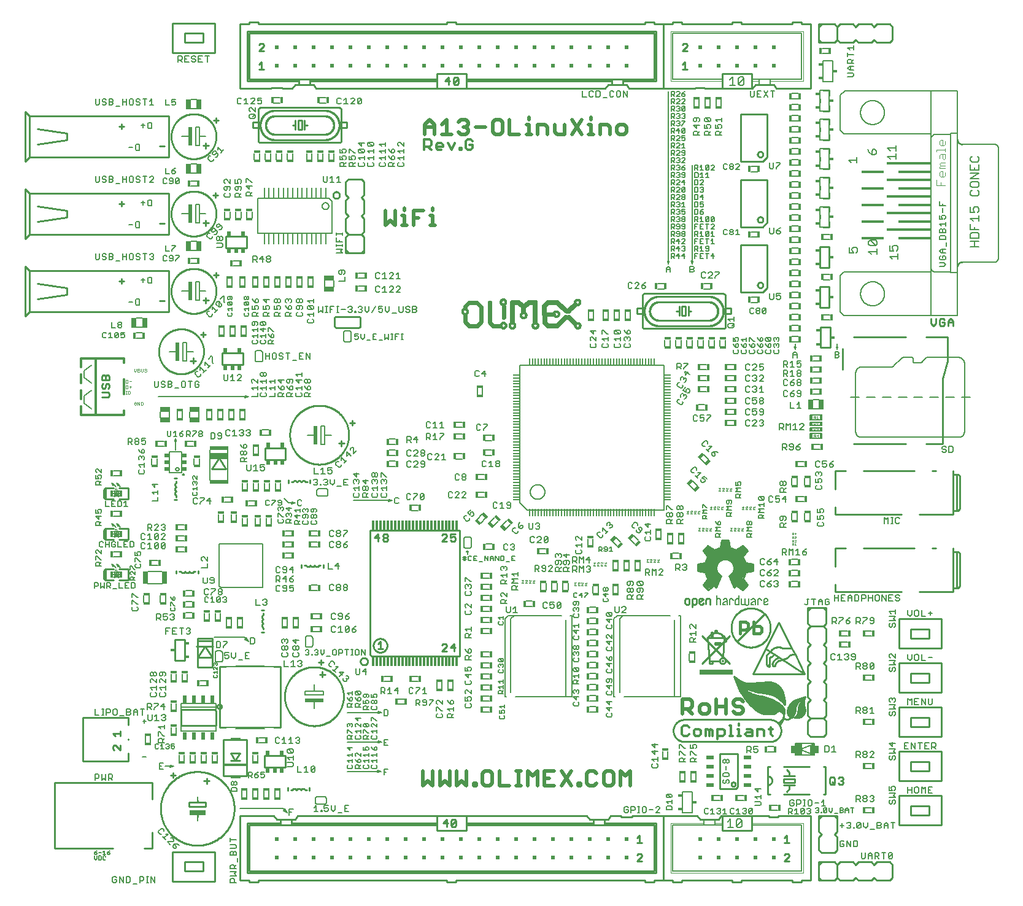
<source format=gto>
G04 EAGLE Gerber RS-274X export*
G75*
%MOMM*%
%FSLAX34Y34*%
%LPD*%
%INTop Silkscreen*%
%IPPOS*%
%AMOC8*
5,1,8,0,0,1.08239X$1,22.5*%
G01*
%ADD10C,0.203200*%
%ADD11C,0.254000*%
%ADD12C,0.508000*%
%ADD13C,0.355600*%
%ADD14C,0.152400*%
%ADD15C,0.127000*%
%ADD16C,0.177800*%
%ADD17R,0.406400X0.863600*%
%ADD18R,0.863600X0.406400*%
%ADD19C,0.025400*%
%ADD20R,0.650000X1.400000*%
%ADD21C,0.050800*%
%ADD22R,0.508000X0.508000*%
%ADD23C,0.406400*%
%ADD24R,4.572000X0.762000*%
%ADD25C,0.609600*%
%ADD26C,0.558800*%
%ADD27C,0.660400*%
%ADD28C,0.304800*%
%ADD29C,0.076200*%
%ADD30R,0.317400X0.698400*%
%ADD31R,0.317400X0.508000*%
%ADD32R,0.490000X1.100000*%
%ADD33R,0.500000X0.650000*%
%ADD34R,2.286000X0.635000*%
%ADD35C,0.200000*%
%ADD36C,0.199800*%
%ADD37R,0.504600X1.800000*%
%ADD38R,0.500000X1.800000*%
%ADD39R,0.700000X1.000000*%
%ADD40R,0.230000X0.999000*%
%ADD41R,0.999000X0.230000*%
%ADD42R,0.508000X2.540000*%
%ADD43R,1.400000X0.650000*%
%ADD44C,0.101600*%
%ADD45R,0.250000X1.550000*%
%ADD46R,1.100100X0.490200*%
%ADD47R,0.650000X0.500000*%
%ADD48R,0.736600X1.752600*%
%ADD49R,0.584200X0.457200*%
%ADD50R,0.300000X0.850000*%
%ADD51R,1.350000X0.250000*%
%ADD52R,3.302000X0.381000*%
%ADD53C,0.015238*%
%ADD54R,6.100000X0.400000*%
%ADD55R,4.509000X0.400000*%
%ADD56R,3.100000X0.400000*%
%ADD57R,2.540000X0.508000*%
%ADD58R,2.387600X0.889000*%

G36*
X896951Y407937D02*
X896951Y407937D01*
X897083Y407942D01*
X897110Y407950D01*
X897137Y407952D01*
X897261Y407996D01*
X897388Y408033D01*
X897411Y408048D01*
X897437Y408057D01*
X897547Y408130D01*
X897660Y408198D01*
X897680Y408217D01*
X897702Y408232D01*
X897817Y408345D01*
X902389Y413425D01*
X902451Y413514D01*
X902515Y413590D01*
X902526Y413614D01*
X902546Y413640D01*
X902556Y413664D01*
X902571Y413686D01*
X902613Y413799D01*
X902650Y413878D01*
X902654Y413898D01*
X902669Y413933D01*
X902673Y413959D01*
X902682Y413984D01*
X902695Y414114D01*
X902710Y414191D01*
X902709Y414207D01*
X902715Y414248D01*
X902712Y414274D01*
X902715Y414300D01*
X902696Y414432D01*
X902694Y414446D01*
X902690Y414508D01*
X902686Y414520D01*
X902682Y414564D01*
X902672Y414589D01*
X902669Y414615D01*
X902617Y414738D01*
X902607Y414765D01*
X902592Y414810D01*
X902587Y414819D01*
X902571Y414862D01*
X902551Y414894D01*
X902545Y414908D01*
X902532Y414926D01*
X902487Y415000D01*
X897056Y422793D01*
X900815Y431195D01*
X910083Y433097D01*
X910226Y433145D01*
X910367Y433191D01*
X910375Y433196D01*
X910384Y433199D01*
X910510Y433281D01*
X910636Y433361D01*
X910643Y433368D01*
X910650Y433373D01*
X910751Y433484D01*
X910854Y433593D01*
X910859Y433601D01*
X910865Y433608D01*
X910935Y433741D01*
X911008Y433871D01*
X911010Y433880D01*
X911014Y433889D01*
X911050Y434035D01*
X911087Y434179D01*
X911088Y434192D01*
X911089Y434198D01*
X911089Y434211D01*
X911097Y434340D01*
X911097Y441452D01*
X911079Y441595D01*
X911064Y441739D01*
X911059Y441753D01*
X911057Y441768D01*
X911004Y441902D01*
X910954Y442037D01*
X910946Y442049D01*
X910940Y442063D01*
X910855Y442180D01*
X910774Y442299D01*
X910762Y442308D01*
X910754Y442321D01*
X910642Y442413D01*
X910533Y442507D01*
X910520Y442514D01*
X910509Y442523D01*
X910378Y442585D01*
X910249Y442649D01*
X910229Y442655D01*
X910221Y442659D01*
X910203Y442662D01*
X910094Y442693D01*
X900116Y444831D01*
X897034Y453418D01*
X902704Y460741D01*
X902715Y460760D01*
X902730Y460776D01*
X902795Y460896D01*
X902865Y461015D01*
X902871Y461036D01*
X902882Y461055D01*
X902916Y461189D01*
X902954Y461320D01*
X902954Y461342D01*
X902960Y461363D01*
X902959Y461501D01*
X902964Y461638D01*
X902959Y461659D01*
X902959Y461681D01*
X902924Y461815D01*
X902894Y461949D01*
X902884Y461968D01*
X902879Y461989D01*
X902812Y462109D01*
X902750Y462232D01*
X902735Y462248D01*
X902725Y462267D01*
X902621Y462391D01*
X898049Y467217D01*
X898029Y467234D01*
X898012Y467255D01*
X897921Y467323D01*
X897907Y467336D01*
X897897Y467342D01*
X897804Y467419D01*
X897779Y467430D01*
X897758Y467446D01*
X897635Y467497D01*
X897515Y467553D01*
X897489Y467558D01*
X897464Y467568D01*
X897333Y467587D01*
X897203Y467611D01*
X897176Y467609D01*
X897149Y467613D01*
X897018Y467599D01*
X896885Y467590D01*
X896860Y467581D01*
X896833Y467579D01*
X896709Y467532D01*
X896583Y467490D01*
X896561Y467476D01*
X896536Y467467D01*
X896398Y467383D01*
X887628Y461219D01*
X879447Y465420D01*
X877287Y475500D01*
X877284Y475509D01*
X877283Y475519D01*
X877231Y475659D01*
X877182Y475800D01*
X877177Y475808D01*
X877173Y475817D01*
X877089Y475940D01*
X877006Y476065D01*
X876998Y476071D01*
X876993Y476079D01*
X876881Y476177D01*
X876769Y476277D01*
X876760Y476282D01*
X876753Y476288D01*
X876620Y476355D01*
X876487Y476424D01*
X876478Y476426D01*
X876469Y476431D01*
X876323Y476463D01*
X876177Y476496D01*
X876168Y476496D01*
X876158Y476498D01*
X875997Y476502D01*
X869393Y476248D01*
X869266Y476227D01*
X869138Y476212D01*
X869110Y476201D01*
X869079Y476196D01*
X868962Y476144D01*
X868842Y476098D01*
X868817Y476080D01*
X868788Y476068D01*
X868687Y475988D01*
X868582Y475914D01*
X868563Y475891D01*
X868539Y475871D01*
X868460Y475769D01*
X868377Y475671D01*
X868364Y475643D01*
X868345Y475619D01*
X868295Y475500D01*
X868239Y475384D01*
X868228Y475342D01*
X868221Y475326D01*
X868218Y475304D01*
X868197Y475229D01*
X866289Y465687D01*
X858474Y461898D01*
X858469Y461895D01*
X858463Y461893D01*
X858324Y461812D01*
X857559Y461302D01*
X852732Y465032D01*
X849976Y467537D01*
X849883Y467602D01*
X849795Y467674D01*
X849753Y467693D01*
X849716Y467720D01*
X849609Y467760D01*
X849506Y467808D01*
X849461Y467816D01*
X849418Y467832D01*
X849305Y467845D01*
X849194Y467865D01*
X849148Y467862D01*
X849102Y467867D01*
X848990Y467851D01*
X848876Y467843D01*
X848808Y467825D01*
X848787Y467822D01*
X848770Y467815D01*
X848721Y467802D01*
X847959Y467548D01*
X847876Y467508D01*
X847790Y467478D01*
X847733Y467440D01*
X847672Y467411D01*
X847602Y467352D01*
X847526Y467301D01*
X847441Y467216D01*
X847428Y467206D01*
X847424Y467200D01*
X847411Y467187D01*
X843347Y462615D01*
X843284Y462523D01*
X843214Y462436D01*
X843195Y462392D01*
X843168Y462353D01*
X843129Y462248D01*
X843083Y462146D01*
X843075Y462099D01*
X843059Y462054D01*
X843048Y461943D01*
X843028Y461833D01*
X843032Y461785D01*
X843027Y461738D01*
X843044Y461627D01*
X843053Y461516D01*
X843068Y461471D01*
X843076Y461423D01*
X843120Y461321D01*
X843156Y461215D01*
X843192Y461151D01*
X843201Y461131D01*
X843212Y461117D01*
X843235Y461075D01*
X848726Y452720D01*
X845630Y444317D01*
X836143Y442182D01*
X836014Y442135D01*
X835883Y442093D01*
X835864Y442081D01*
X835844Y442074D01*
X835731Y441997D01*
X835614Y441923D01*
X835599Y441907D01*
X835582Y441895D01*
X835491Y441792D01*
X835396Y441691D01*
X835386Y441672D01*
X835371Y441656D01*
X835309Y441534D01*
X835242Y441413D01*
X835237Y441392D01*
X835227Y441373D01*
X835215Y441319D01*
X835215Y441318D01*
X835214Y441315D01*
X835197Y441238D01*
X835163Y441105D01*
X835161Y441075D01*
X835158Y441062D01*
X835159Y441042D01*
X835157Y441016D01*
X835155Y441006D01*
X835156Y440995D01*
X835153Y440944D01*
X835153Y434086D01*
X835170Y433951D01*
X835182Y433816D01*
X835190Y433794D01*
X835193Y433770D01*
X835242Y433644D01*
X835288Y433516D01*
X835301Y433497D01*
X835310Y433475D01*
X835389Y433365D01*
X835465Y433252D01*
X835483Y433237D01*
X835496Y433217D01*
X835601Y433131D01*
X835702Y433041D01*
X835723Y433030D01*
X835741Y433015D01*
X835864Y432957D01*
X835985Y432894D01*
X836017Y432885D01*
X836029Y432879D01*
X836050Y432875D01*
X836139Y432849D01*
X844412Y430958D01*
X848201Y422488D01*
X843208Y414165D01*
X843200Y414149D01*
X843190Y414134D01*
X843136Y414003D01*
X843079Y413874D01*
X843077Y413856D01*
X843070Y413839D01*
X843051Y413700D01*
X843028Y413560D01*
X843029Y413542D01*
X843027Y413524D01*
X843043Y413384D01*
X843056Y413243D01*
X843062Y413226D01*
X843064Y413208D01*
X843114Y413077D01*
X843161Y412943D01*
X843171Y412928D01*
X843178Y412912D01*
X843259Y412797D01*
X843338Y412679D01*
X843352Y412667D01*
X843362Y412652D01*
X843478Y412541D01*
X848304Y408477D01*
X848380Y408428D01*
X848449Y408372D01*
X848513Y408342D01*
X848571Y408304D01*
X848656Y408276D01*
X848738Y408238D01*
X848806Y408226D01*
X848873Y408203D01*
X848962Y408197D01*
X849050Y408181D01*
X849120Y408186D01*
X849190Y408181D01*
X849278Y408197D01*
X849368Y408203D01*
X849434Y408225D01*
X849503Y408237D01*
X849585Y408275D01*
X849670Y408303D01*
X849778Y408364D01*
X849792Y408370D01*
X849798Y408374D01*
X849810Y408381D01*
X857001Y413021D01*
X859109Y411679D01*
X859185Y411643D01*
X859256Y411599D01*
X859328Y411576D01*
X859396Y411543D01*
X859479Y411528D01*
X859559Y411502D01*
X859634Y411498D01*
X859708Y411483D01*
X859792Y411489D01*
X859876Y411484D01*
X859951Y411498D01*
X860026Y411503D01*
X860106Y411529D01*
X860188Y411545D01*
X860257Y411577D01*
X860329Y411601D01*
X860400Y411646D01*
X860476Y411682D01*
X860534Y411730D01*
X860597Y411771D01*
X860655Y411832D01*
X860720Y411886D01*
X860764Y411947D01*
X860815Y412002D01*
X860856Y412076D01*
X860905Y412144D01*
X860965Y412273D01*
X860969Y412280D01*
X860970Y412284D01*
X860973Y412290D01*
X866307Y426006D01*
X866335Y426120D01*
X866371Y426231D01*
X866374Y426273D01*
X866384Y426314D01*
X866383Y426432D01*
X866391Y426549D01*
X866383Y426590D01*
X866382Y426633D01*
X866352Y426746D01*
X866330Y426861D01*
X866312Y426899D01*
X866301Y426940D01*
X866244Y427042D01*
X866194Y427149D01*
X866157Y427200D01*
X866147Y427218D01*
X866133Y427232D01*
X866099Y427279D01*
X861242Y433107D01*
X860098Y440196D01*
X863745Y446577D01*
X871394Y450286D01*
X878529Y448905D01*
X882841Y445273D01*
X884937Y439453D01*
X884937Y434904D01*
X881674Y428611D01*
X879660Y427268D01*
X879556Y427178D01*
X879448Y427091D01*
X879435Y427074D01*
X879420Y427060D01*
X879341Y426946D01*
X879258Y426835D01*
X879250Y426816D01*
X879238Y426799D01*
X879190Y426669D01*
X879138Y426541D01*
X879135Y426520D01*
X879128Y426500D01*
X879114Y426363D01*
X879095Y426226D01*
X879097Y426205D01*
X879095Y426184D01*
X879115Y426048D01*
X879131Y425910D01*
X879140Y425882D01*
X879142Y425869D01*
X879150Y425851D01*
X879179Y425756D01*
X884259Y412548D01*
X884269Y412530D01*
X884275Y412510D01*
X884344Y412390D01*
X884410Y412268D01*
X884424Y412253D01*
X884435Y412234D01*
X884532Y412136D01*
X884625Y412034D01*
X884643Y412023D01*
X884658Y412008D01*
X884776Y411936D01*
X884892Y411861D01*
X884912Y411854D01*
X884930Y411844D01*
X885062Y411804D01*
X885193Y411760D01*
X885215Y411758D01*
X885235Y411752D01*
X885372Y411747D01*
X885511Y411737D01*
X885531Y411740D01*
X885552Y411739D01*
X885688Y411768D01*
X885824Y411793D01*
X885843Y411802D01*
X885863Y411806D01*
X886012Y411869D01*
X888418Y413072D01*
X895420Y408638D01*
X896170Y408138D01*
X896195Y408126D01*
X896216Y408109D01*
X896337Y408055D01*
X896455Y407996D01*
X896481Y407990D01*
X896506Y407979D01*
X896637Y407957D01*
X896766Y407929D01*
X896793Y407931D01*
X896820Y407926D01*
X896951Y407937D01*
G37*
D10*
X351536Y237744D02*
X399288Y237744D01*
X394208Y239014D01*
X394208Y236474D01*
X399288Y237744D01*
X209550Y341630D02*
X167640Y341630D01*
X209550Y341630D02*
X214884Y336296D01*
X215018Y336161D02*
X212324Y340651D01*
X210528Y338855D01*
X215018Y336161D01*
X203200Y105410D02*
X262890Y105410D01*
X268224Y100076D01*
X268358Y99941D02*
X265664Y104431D01*
X263868Y102635D01*
X268358Y99941D01*
X351536Y156464D02*
X398526Y156464D01*
X393446Y157734D01*
X393446Y155194D01*
X398526Y156464D01*
X114554Y599948D02*
X114554Y616458D01*
X113538Y611886D01*
X115570Y611886D01*
X114554Y616458D01*
X351536Y197104D02*
X399288Y197104D01*
X394208Y198374D01*
X394208Y195834D01*
X399288Y197104D01*
X111760Y163830D02*
X100330Y163830D01*
X106680Y165100D02*
X111760Y163830D01*
X106680Y165100D02*
X106680Y162560D01*
X111760Y163830D01*
X360172Y530352D02*
X413512Y530352D01*
X408432Y531622D01*
X408432Y529082D01*
X413512Y530352D01*
X270510Y527050D02*
X264160Y533400D01*
X270510Y527050D02*
X279400Y527050D01*
X274320Y528320D01*
X274320Y525780D01*
X279400Y527050D01*
X969264Y738632D02*
X969264Y746760D01*
X970280Y742696D02*
X969264Y738632D01*
X970280Y742696D02*
X968248Y742696D01*
X969264Y738632D01*
X794512Y856488D02*
X794512Y1094232D01*
X795528Y860552D02*
X794512Y856488D01*
X795528Y860552D02*
X793496Y860552D01*
X794512Y856488D01*
X827024Y856488D02*
X827024Y992632D01*
X828040Y860552D02*
X827024Y856488D01*
X828040Y860552D02*
X826008Y860552D01*
X827024Y856488D01*
X1027176Y746760D02*
X1027176Y738632D01*
X1028192Y742696D01*
X1026160Y742696D01*
X1027176Y738632D01*
X215392Y673608D02*
X90424Y673608D01*
X210312Y674878D02*
X215392Y673608D01*
X210312Y674878D02*
X210312Y672338D01*
X215392Y673608D01*
X517144Y461264D02*
X517144Y456184D01*
X516128Y459232D02*
X517144Y461264D01*
X516128Y459232D02*
X518160Y459232D01*
X517144Y461264D01*
D11*
X986790Y226060D02*
X990600Y229870D01*
X986790Y226060D02*
X986790Y208280D01*
X990600Y204470D01*
X1008380Y204470D01*
X1012190Y208280D01*
X1012190Y226060D01*
X1008380Y229870D01*
D12*
X458470Y1035050D02*
X458470Y1048608D01*
X465249Y1055387D01*
X472028Y1048608D01*
X472028Y1035050D01*
X472028Y1045219D02*
X458470Y1045219D01*
X481858Y1048608D02*
X488637Y1055387D01*
X488637Y1035050D01*
X481858Y1035050D02*
X495416Y1035050D01*
X505246Y1051998D02*
X508636Y1055387D01*
X515415Y1055387D01*
X518804Y1051998D01*
X518804Y1048608D01*
X515415Y1045219D01*
X512025Y1045219D01*
X515415Y1045219D02*
X518804Y1041829D01*
X518804Y1038440D01*
X515415Y1035050D01*
X508636Y1035050D01*
X505246Y1038440D01*
X528634Y1045219D02*
X542192Y1045219D01*
X555411Y1055387D02*
X562191Y1055387D01*
X555411Y1055387D02*
X552022Y1051998D01*
X552022Y1038440D01*
X555411Y1035050D01*
X562191Y1035050D01*
X565580Y1038440D01*
X565580Y1051998D01*
X562191Y1055387D01*
X575410Y1055387D02*
X575410Y1035050D01*
X588968Y1035050D01*
X598798Y1048608D02*
X602187Y1048608D01*
X602187Y1035050D01*
X598798Y1035050D02*
X605577Y1035050D01*
X602187Y1055387D02*
X602187Y1058777D01*
X614390Y1048608D02*
X614390Y1035050D01*
X614390Y1048608D02*
X624558Y1048608D01*
X627948Y1045219D01*
X627948Y1035050D01*
X637778Y1038440D02*
X637778Y1048608D01*
X637778Y1038440D02*
X641167Y1035050D01*
X651336Y1035050D01*
X651336Y1048608D01*
X661166Y1055387D02*
X674724Y1035050D01*
X661166Y1035050D02*
X674724Y1055387D01*
X684554Y1048608D02*
X687943Y1048608D01*
X687943Y1035050D01*
X684554Y1035050D02*
X691333Y1035050D01*
X687943Y1055387D02*
X687943Y1058777D01*
X700146Y1048608D02*
X700146Y1035050D01*
X700146Y1048608D02*
X710314Y1048608D01*
X713704Y1045219D01*
X713704Y1035050D01*
X726923Y1035050D02*
X733702Y1035050D01*
X737092Y1038440D01*
X737092Y1045219D01*
X733702Y1048608D01*
X726923Y1048608D01*
X723534Y1045219D01*
X723534Y1038440D01*
X726923Y1035050D01*
D11*
X174165Y1054612D02*
X167386Y1054612D01*
X170776Y1051223D02*
X170776Y1058002D01*
D13*
X457708Y1028204D02*
X457708Y1013968D01*
X457708Y1028204D02*
X464826Y1028204D01*
X467199Y1025831D01*
X467199Y1021086D01*
X464826Y1018713D01*
X457708Y1018713D01*
X462453Y1018713D02*
X467199Y1013968D01*
X476452Y1013968D02*
X481198Y1013968D01*
X476452Y1013968D02*
X474080Y1016341D01*
X474080Y1021086D01*
X476452Y1023459D01*
X481198Y1023459D01*
X483570Y1021086D01*
X483570Y1018713D01*
X474080Y1018713D01*
X490451Y1023459D02*
X495197Y1013968D01*
X499942Y1023459D01*
X506823Y1016341D02*
X506823Y1013968D01*
X506823Y1016341D02*
X509195Y1016341D01*
X509195Y1013968D01*
X506823Y1013968D01*
X522127Y1028204D02*
X524499Y1025831D01*
X522127Y1028204D02*
X517381Y1028204D01*
X515008Y1025831D01*
X515008Y1016341D01*
X517381Y1013968D01*
X522127Y1013968D01*
X524499Y1016341D01*
X524499Y1021086D01*
X519754Y1021086D01*
D14*
X73748Y225809D02*
X69342Y225809D01*
X71545Y228012D02*
X71545Y223606D01*
X73494Y176787D02*
X69088Y176787D01*
D15*
X6057Y47375D02*
X4362Y46528D01*
X2667Y44833D01*
X2667Y43138D01*
X3514Y42291D01*
X5209Y42291D01*
X6057Y43138D01*
X6057Y43986D01*
X5209Y44833D01*
X2667Y44833D01*
X8514Y44833D02*
X11904Y44833D01*
X14361Y45681D02*
X16056Y47375D01*
X16056Y42291D01*
X14361Y42291D02*
X17751Y42291D01*
X21903Y46528D02*
X23597Y47375D01*
X21903Y46528D02*
X20208Y44833D01*
X20208Y43138D01*
X21055Y42291D01*
X22750Y42291D01*
X23597Y43138D01*
X23597Y43986D01*
X22750Y44833D01*
X20208Y44833D01*
X2667Y40009D02*
X2667Y36620D01*
X4362Y34925D01*
X6057Y36620D01*
X6057Y40009D01*
X8514Y40009D02*
X8514Y34925D01*
X11056Y34925D01*
X11904Y35772D01*
X11904Y39162D01*
X11056Y40009D01*
X8514Y40009D01*
X16903Y40009D02*
X17751Y39162D01*
X16903Y40009D02*
X15208Y40009D01*
X14361Y39162D01*
X14361Y35772D01*
X15208Y34925D01*
X16903Y34925D01*
X17751Y35772D01*
D10*
X791718Y845312D02*
X791718Y850735D01*
X794430Y853447D01*
X797141Y850735D01*
X797141Y845312D01*
X797141Y849379D02*
X791718Y849379D01*
X824230Y845312D02*
X824230Y853447D01*
X828297Y853447D01*
X829653Y852091D01*
X829653Y850735D01*
X828297Y849379D01*
X829653Y848024D01*
X829653Y846668D01*
X828297Y845312D01*
X824230Y845312D01*
X824230Y849379D02*
X828297Y849379D01*
X402336Y241815D02*
X402336Y233680D01*
X406403Y233680D01*
X407759Y235036D01*
X407759Y240459D01*
X406403Y241815D01*
X402336Y241815D01*
X218186Y332486D02*
X218186Y340621D01*
X218186Y332486D02*
X222253Y332486D01*
X223609Y333842D01*
X223609Y339265D01*
X222253Y340621D01*
X218186Y340621D01*
X271526Y104401D02*
X271526Y96266D01*
X271526Y104401D02*
X276949Y104401D01*
X274238Y100333D02*
X271526Y100333D01*
D16*
X402209Y152273D02*
X402209Y159645D01*
X407124Y159645D01*
X404666Y155959D02*
X402209Y155959D01*
X402209Y200285D02*
X407124Y200285D01*
X402209Y200285D02*
X402209Y192913D01*
X407124Y192913D01*
X404666Y196599D02*
X402209Y196599D01*
D10*
X97879Y167901D02*
X92456Y167901D01*
X92456Y159766D01*
X97879Y159766D01*
X95168Y163833D02*
X92456Y163833D01*
D11*
X166116Y951742D02*
X172895Y951742D01*
X169506Y948353D02*
X169506Y955132D01*
X167386Y841252D02*
X174165Y841252D01*
X170776Y837863D02*
X170776Y844642D01*
X155877Y758956D02*
X149098Y758956D01*
X152488Y755567D02*
X152488Y762346D01*
X114475Y151642D02*
X107696Y151642D01*
X111086Y148253D02*
X111086Y155032D01*
D12*
X455930Y157243D02*
X455930Y136906D01*
X462709Y143685D01*
X469488Y136906D01*
X469488Y157243D01*
X479318Y157243D02*
X479318Y136906D01*
X486097Y143685D01*
X492876Y136906D01*
X492876Y157243D01*
X502706Y157243D02*
X502706Y136906D01*
X509485Y143685D01*
X516264Y136906D01*
X516264Y157243D01*
X526094Y140296D02*
X526094Y136906D01*
X526094Y140296D02*
X529483Y140296D01*
X529483Y136906D01*
X526094Y136906D01*
X541177Y157243D02*
X547957Y157243D01*
X541177Y157243D02*
X537788Y153854D01*
X537788Y140296D01*
X541177Y136906D01*
X547957Y136906D01*
X551346Y140296D01*
X551346Y153854D01*
X547957Y157243D01*
X561176Y157243D02*
X561176Y136906D01*
X574734Y136906D01*
X584564Y136906D02*
X591343Y136906D01*
X587953Y136906D02*
X587953Y157243D01*
X584564Y157243D02*
X591343Y157243D01*
X600156Y157243D02*
X600156Y136906D01*
X606935Y150464D02*
X600156Y157243D01*
X606935Y150464D02*
X613714Y157243D01*
X613714Y136906D01*
X623544Y157243D02*
X637102Y157243D01*
X623544Y157243D02*
X623544Y136906D01*
X637102Y136906D01*
X630323Y147075D02*
X623544Y147075D01*
X646932Y157243D02*
X660490Y136906D01*
X646932Y136906D02*
X660490Y157243D01*
X670320Y140296D02*
X670320Y136906D01*
X670320Y140296D02*
X673709Y140296D01*
X673709Y136906D01*
X670320Y136906D01*
X692182Y157243D02*
X695572Y153854D01*
X692182Y157243D02*
X685403Y157243D01*
X682014Y153854D01*
X682014Y140296D01*
X685403Y136906D01*
X692182Y136906D01*
X695572Y140296D01*
X708791Y157243D02*
X715570Y157243D01*
X708791Y157243D02*
X705402Y153854D01*
X705402Y140296D01*
X708791Y136906D01*
X715570Y136906D01*
X718960Y140296D01*
X718960Y153854D01*
X715570Y157243D01*
X728790Y157243D02*
X728790Y136906D01*
X735569Y150464D02*
X728790Y157243D01*
X735569Y150464D02*
X742348Y157243D01*
X742348Y136906D01*
D11*
X1156940Y774280D02*
X1156940Y781059D01*
X1156940Y774280D02*
X1160330Y770890D01*
X1163719Y774280D01*
X1163719Y781059D01*
X1173718Y781059D02*
X1175413Y779364D01*
X1173718Y781059D02*
X1170329Y781059D01*
X1168634Y779364D01*
X1168634Y772585D01*
X1170329Y770890D01*
X1173718Y770890D01*
X1175413Y772585D01*
X1175413Y775974D01*
X1172024Y775974D01*
X1180328Y777669D02*
X1180328Y770890D01*
X1180328Y777669D02*
X1183718Y781059D01*
X1187107Y777669D01*
X1187107Y770890D01*
X1187107Y775974D02*
X1180328Y775974D01*
D10*
X422491Y533067D02*
X421135Y534423D01*
X418424Y534423D01*
X417068Y533067D01*
X417068Y527644D01*
X418424Y526288D01*
X421135Y526288D01*
X422491Y527644D01*
X288379Y529765D02*
X287023Y531121D01*
X284312Y531121D01*
X282956Y529765D01*
X282956Y524342D01*
X284312Y522986D01*
X287023Y522986D01*
X288379Y524342D01*
X966470Y727456D02*
X966470Y732879D01*
X969182Y735591D01*
X971893Y732879D01*
X971893Y727456D01*
X971893Y731523D02*
X966470Y731523D01*
X1024382Y727456D02*
X1024382Y735591D01*
X1028449Y735591D01*
X1029805Y734235D01*
X1029805Y732879D01*
X1028449Y731523D01*
X1029805Y730168D01*
X1029805Y728812D01*
X1028449Y727456D01*
X1024382Y727456D01*
X1024382Y731523D02*
X1028449Y731523D01*
D12*
X403860Y909828D02*
X403860Y930165D01*
X410639Y916607D02*
X403860Y909828D01*
X410639Y916607D02*
X417418Y909828D01*
X417418Y930165D01*
X427248Y923386D02*
X430638Y923386D01*
X430638Y909828D01*
X434027Y909828D02*
X427248Y909828D01*
X430638Y930165D02*
X430638Y933555D01*
X442840Y930165D02*
X442840Y909828D01*
X442840Y930165D02*
X456398Y930165D01*
X449619Y919997D02*
X442840Y919997D01*
X466228Y923386D02*
X469617Y923386D01*
X469617Y909828D01*
X466228Y909828D02*
X473007Y909828D01*
X469617Y930165D02*
X469617Y933555D01*
D10*
X1124966Y378975D02*
X1124966Y373552D01*
X1127678Y370840D01*
X1130389Y373552D01*
X1130389Y378975D01*
X1135677Y378975D02*
X1138389Y378975D01*
X1135677Y378975D02*
X1134321Y377619D01*
X1134321Y372196D01*
X1135677Y370840D01*
X1138389Y370840D01*
X1139744Y372196D01*
X1139744Y377619D01*
X1138389Y378975D01*
X1143676Y378975D02*
X1143676Y370840D01*
X1149100Y370840D01*
X1153032Y374907D02*
X1158455Y374907D01*
X1155743Y372196D02*
X1155743Y377619D01*
X1124966Y318015D02*
X1124966Y312592D01*
X1127678Y309880D01*
X1130389Y312592D01*
X1130389Y318015D01*
X1135677Y318015D02*
X1138389Y318015D01*
X1135677Y318015D02*
X1134321Y316659D01*
X1134321Y311236D01*
X1135677Y309880D01*
X1138389Y309880D01*
X1139744Y311236D01*
X1139744Y316659D01*
X1138389Y318015D01*
X1143676Y318015D02*
X1143676Y309880D01*
X1149100Y309880D01*
X1153032Y313947D02*
X1158455Y313947D01*
X1124966Y257055D02*
X1124966Y248920D01*
X1127678Y254343D02*
X1124966Y257055D01*
X1127678Y254343D02*
X1130389Y257055D01*
X1130389Y248920D01*
X1134321Y257055D02*
X1139744Y257055D01*
X1134321Y257055D02*
X1134321Y248920D01*
X1139744Y248920D01*
X1137033Y252987D02*
X1134321Y252987D01*
X1143676Y248920D02*
X1143676Y257055D01*
X1149100Y248920D01*
X1149100Y257055D01*
X1153032Y257055D02*
X1153032Y250276D01*
X1154387Y248920D01*
X1157099Y248920D01*
X1158455Y250276D01*
X1158455Y257055D01*
X1125817Y196095D02*
X1120394Y196095D01*
X1120394Y187960D01*
X1125817Y187960D01*
X1123106Y192027D02*
X1120394Y192027D01*
X1129749Y187960D02*
X1129749Y196095D01*
X1135172Y187960D01*
X1135172Y196095D01*
X1141816Y196095D02*
X1141816Y187960D01*
X1139104Y196095D02*
X1144528Y196095D01*
X1148460Y196095D02*
X1153883Y196095D01*
X1148460Y196095D02*
X1148460Y187960D01*
X1153883Y187960D01*
X1151171Y192027D02*
X1148460Y192027D01*
X1157815Y187960D02*
X1157815Y196095D01*
X1161882Y196095D01*
X1163238Y194739D01*
X1163238Y192027D01*
X1161882Y190672D01*
X1157815Y190672D01*
X1160526Y190672D02*
X1163238Y187960D01*
X1124966Y135135D02*
X1124966Y127000D01*
X1124966Y131067D02*
X1130389Y131067D01*
X1130389Y127000D02*
X1130389Y135135D01*
X1135677Y135135D02*
X1138389Y135135D01*
X1135677Y135135D02*
X1134321Y133779D01*
X1134321Y128356D01*
X1135677Y127000D01*
X1138389Y127000D01*
X1139744Y128356D01*
X1139744Y133779D01*
X1138389Y135135D01*
X1143676Y135135D02*
X1143676Y127000D01*
X1146388Y132423D02*
X1143676Y135135D01*
X1146388Y132423D02*
X1149100Y135135D01*
X1149100Y127000D01*
X1153032Y135135D02*
X1158455Y135135D01*
X1153032Y135135D02*
X1153032Y127000D01*
X1158455Y127000D01*
X1155743Y131067D02*
X1153032Y131067D01*
D11*
X361617Y637036D02*
X354838Y637036D01*
X358228Y633647D02*
X358228Y640426D01*
X318691Y307090D02*
X311912Y307090D01*
X315302Y303701D02*
X315302Y310480D01*
D10*
X1031240Y82299D02*
X1036663Y82299D01*
X1033952Y79588D02*
X1033952Y85011D01*
X1040595Y85011D02*
X1041951Y86367D01*
X1044663Y86367D01*
X1046018Y85011D01*
X1046018Y83655D01*
X1044663Y82299D01*
X1043307Y82299D01*
X1044663Y82299D02*
X1046018Y80944D01*
X1046018Y79588D01*
X1044663Y78232D01*
X1041951Y78232D01*
X1040595Y79588D01*
X1049950Y79588D02*
X1049950Y78232D01*
X1049950Y79588D02*
X1051306Y79588D01*
X1051306Y78232D01*
X1049950Y78232D01*
X1054628Y79588D02*
X1054628Y85011D01*
X1055984Y86367D01*
X1058695Y86367D01*
X1060051Y85011D01*
X1060051Y79588D01*
X1058695Y78232D01*
X1055984Y78232D01*
X1054628Y79588D01*
X1060051Y85011D01*
X1063983Y86367D02*
X1063983Y80944D01*
X1066695Y78232D01*
X1069406Y80944D01*
X1069406Y86367D01*
X1073338Y76876D02*
X1078762Y76876D01*
X1082694Y78232D02*
X1082694Y86367D01*
X1086761Y86367D01*
X1088117Y85011D01*
X1088117Y83655D01*
X1086761Y82299D01*
X1088117Y80944D01*
X1088117Y79588D01*
X1086761Y78232D01*
X1082694Y78232D01*
X1082694Y82299D02*
X1086761Y82299D01*
X1092049Y83655D02*
X1092049Y78232D01*
X1092049Y83655D02*
X1094760Y86367D01*
X1097472Y83655D01*
X1097472Y78232D01*
X1097472Y82299D02*
X1092049Y82299D01*
X1104116Y78232D02*
X1104116Y86367D01*
X1106827Y86367D02*
X1101404Y86367D01*
X1036663Y59611D02*
X1035307Y60967D01*
X1032596Y60967D01*
X1031240Y59611D01*
X1031240Y54188D01*
X1032596Y52832D01*
X1035307Y52832D01*
X1036663Y54188D01*
X1036663Y56899D01*
X1033952Y56899D01*
X1040595Y52832D02*
X1040595Y60967D01*
X1046018Y52832D01*
X1046018Y60967D01*
X1049950Y60967D02*
X1049950Y52832D01*
X1054018Y52832D01*
X1055374Y54188D01*
X1055374Y59611D01*
X1054018Y60967D01*
X1049950Y60967D01*
D11*
X82550Y140764D02*
X-52450Y140764D01*
X-52450Y50244D01*
X82550Y118364D02*
X82550Y140764D01*
X82550Y72644D02*
X82550Y50244D01*
X27940Y50244D02*
X-52450Y50244D01*
X71120Y50244D02*
X82550Y50244D01*
D10*
X3556Y144526D02*
X3556Y152661D01*
X7623Y152661D01*
X8979Y151305D01*
X8979Y148593D01*
X7623Y147238D01*
X3556Y147238D01*
X12911Y144526D02*
X12911Y152661D01*
X15623Y147238D02*
X12911Y144526D01*
X15623Y147238D02*
X18334Y144526D01*
X18334Y152661D01*
X22266Y152661D02*
X22266Y144526D01*
X22266Y152661D02*
X26334Y152661D01*
X27690Y151305D01*
X27690Y148593D01*
X26334Y147238D01*
X22266Y147238D01*
X24978Y147238D02*
X27690Y144526D01*
X31811Y11281D02*
X33167Y9925D01*
X31811Y11281D02*
X29100Y11281D01*
X27744Y9925D01*
X27744Y4502D01*
X29100Y3146D01*
X31811Y3146D01*
X33167Y4502D01*
X33167Y7213D01*
X30456Y7213D01*
X37099Y3146D02*
X37099Y11281D01*
X42522Y3146D01*
X42522Y11281D01*
X46454Y11281D02*
X46454Y3146D01*
X50522Y3146D01*
X51878Y4502D01*
X51878Y9925D01*
X50522Y11281D01*
X46454Y11281D01*
X55810Y1790D02*
X61233Y1790D01*
X65165Y3146D02*
X65165Y11281D01*
X69232Y11281D01*
X70588Y9925D01*
X70588Y7213D01*
X69232Y5858D01*
X65165Y5858D01*
X74520Y3146D02*
X77232Y3146D01*
X75876Y3146D02*
X75876Y11281D01*
X74520Y11281D02*
X77232Y11281D01*
X80757Y11281D02*
X80757Y3146D01*
X86180Y3146D02*
X80757Y11281D01*
X86180Y11281D02*
X86180Y3146D01*
D14*
X542542Y463038D02*
X551182Y463038D01*
X551182Y470158D02*
X542542Y470158D01*
D17*
X553212Y466598D03*
X540512Y466598D03*
D10*
X571503Y470161D02*
X572859Y468805D01*
X571503Y470161D02*
X568792Y470161D01*
X567436Y468805D01*
X567436Y463382D01*
X568792Y462026D01*
X571503Y462026D01*
X572859Y463382D01*
X576791Y468805D02*
X578147Y470161D01*
X580859Y470161D01*
X582214Y468805D01*
X582214Y467449D01*
X580859Y466093D01*
X579503Y466093D01*
X580859Y466093D02*
X582214Y464738D01*
X582214Y463382D01*
X580859Y462026D01*
X578147Y462026D01*
X576791Y463382D01*
D14*
X704592Y781810D02*
X704592Y790450D01*
X711712Y790450D02*
X711712Y781810D01*
D18*
X708152Y779780D03*
X708152Y792480D03*
D10*
X704675Y746724D02*
X703319Y745368D01*
X703319Y742656D01*
X704675Y741300D01*
X710098Y741300D01*
X711454Y742656D01*
X711454Y745368D01*
X710098Y746724D01*
X706031Y750656D02*
X703319Y753367D01*
X711454Y753367D01*
X711454Y750656D02*
X711454Y756079D01*
X703319Y760011D02*
X703319Y765434D01*
X704675Y765434D01*
X710098Y760011D01*
X711454Y760011D01*
D14*
X530856Y685548D02*
X530856Y676908D01*
X537976Y676908D02*
X537976Y685548D01*
D18*
X534416Y674878D03*
X534416Y687578D03*
D10*
X533235Y708073D02*
X531879Y709429D01*
X529168Y709429D01*
X527812Y708073D01*
X527812Y702650D01*
X529168Y701294D01*
X531879Y701294D01*
X533235Y702650D01*
X541235Y701294D02*
X541235Y709429D01*
X537167Y705361D01*
X542590Y705361D01*
D14*
X542288Y592832D02*
X550928Y592832D01*
X550928Y599952D02*
X542288Y599952D01*
D17*
X552958Y596392D03*
X540258Y596392D03*
D10*
X541660Y585223D02*
X543016Y583867D01*
X541660Y585223D02*
X538948Y585223D01*
X537592Y583867D01*
X537592Y578444D01*
X538948Y577088D01*
X541660Y577088D01*
X543016Y578444D01*
X546948Y582511D02*
X549659Y585223D01*
X549659Y577088D01*
X546948Y577088D02*
X552371Y577088D01*
X556303Y583867D02*
X557659Y585223D01*
X560370Y585223D01*
X561726Y583867D01*
X561726Y582511D01*
X560370Y581155D01*
X561726Y579800D01*
X561726Y578444D01*
X560370Y577088D01*
X557659Y577088D01*
X556303Y578444D01*
X556303Y579800D01*
X557659Y581155D01*
X556303Y582511D01*
X556303Y583867D01*
X557659Y581155D02*
X560370Y581155D01*
D14*
X542063Y505786D02*
X535954Y499677D01*
X530919Y504712D02*
X537028Y510821D01*
D17*
G36*
X545471Y508123D02*
X542597Y505249D01*
X536491Y511355D01*
X539365Y514229D01*
X545471Y508123D01*
G37*
G36*
X536491Y499143D02*
X533617Y496269D01*
X527511Y502375D01*
X530385Y505249D01*
X536491Y499143D01*
G37*
D10*
X515899Y509625D02*
X513982Y509625D01*
X512064Y507708D01*
X512064Y505790D01*
X515899Y501956D01*
X517817Y501956D01*
X519734Y503873D01*
X519734Y505790D01*
X517721Y513364D02*
X521556Y517199D01*
X517721Y513364D02*
X520597Y510488D01*
X521556Y513364D01*
X522514Y514323D01*
X524432Y514323D01*
X526349Y512405D01*
X526349Y510488D01*
X524432Y508571D01*
X522514Y508571D01*
D14*
X553734Y496034D02*
X559843Y502143D01*
X554808Y507178D02*
X548699Y501069D01*
D17*
G36*
X563251Y504480D02*
X560377Y501606D01*
X554271Y507712D01*
X557145Y510586D01*
X563251Y504480D01*
G37*
G36*
X554271Y495500D02*
X551397Y492626D01*
X545291Y498732D01*
X548165Y501606D01*
X554271Y495500D01*
G37*
D10*
X558210Y526522D02*
X556854Y527878D01*
X554143Y527878D01*
X552787Y526522D01*
X552787Y521099D01*
X554143Y519743D01*
X556854Y519743D01*
X558210Y521099D01*
X562142Y525166D02*
X564854Y527878D01*
X564854Y519743D01*
X567565Y519743D02*
X562142Y519743D01*
X571497Y521099D02*
X572853Y519743D01*
X575565Y519743D01*
X576921Y521099D01*
X576921Y526522D01*
X575565Y527878D01*
X572853Y527878D01*
X571497Y526522D01*
X571497Y525166D01*
X572853Y523810D01*
X576921Y523810D01*
D14*
X576984Y497956D02*
X570875Y491847D01*
X565840Y496882D02*
X571949Y502991D01*
D17*
G36*
X580392Y500293D02*
X577518Y497419D01*
X571412Y503525D01*
X574286Y506399D01*
X580392Y500293D01*
G37*
G36*
X571412Y491313D02*
X568538Y488439D01*
X562432Y494545D01*
X565306Y497419D01*
X571412Y491313D01*
G37*
D10*
X581628Y492571D02*
X583545Y492571D01*
X581628Y492571D02*
X579710Y490653D01*
X579710Y488736D01*
X583545Y484901D01*
X585463Y484901D01*
X587380Y486818D01*
X587380Y488736D01*
X588243Y497268D02*
X589202Y500145D01*
X588243Y497268D02*
X588243Y493434D01*
X590160Y491516D01*
X592078Y491516D01*
X593995Y493434D01*
X593995Y495351D01*
X593036Y496310D01*
X591119Y496310D01*
X588243Y493434D01*
D14*
X616710Y456688D02*
X625350Y456688D01*
X625350Y463808D02*
X616710Y463808D01*
D17*
X627380Y460248D03*
X614680Y460248D03*
D10*
X609689Y478965D02*
X608333Y480321D01*
X605622Y480321D01*
X604266Y478965D01*
X604266Y473542D01*
X605622Y472186D01*
X608333Y472186D01*
X609689Y473542D01*
X613621Y472186D02*
X619044Y472186D01*
X613621Y472186D02*
X619044Y477609D01*
X619044Y478965D01*
X617689Y480321D01*
X614977Y480321D01*
X613621Y478965D01*
X622976Y478965D02*
X622976Y473542D01*
X622976Y478965D02*
X624332Y480321D01*
X627044Y480321D01*
X628400Y478965D01*
X628400Y473542D01*
X627044Y472186D01*
X624332Y472186D01*
X622976Y473542D01*
X628400Y478965D01*
D14*
X550928Y613152D02*
X542288Y613152D01*
X542288Y620272D02*
X550928Y620272D01*
D17*
X552958Y616712D03*
X540258Y616712D03*
D10*
X535267Y633905D02*
X533911Y635261D01*
X531200Y635261D01*
X529844Y633905D01*
X529844Y628482D01*
X531200Y627126D01*
X533911Y627126D01*
X535267Y628482D01*
X539199Y635261D02*
X544622Y635261D01*
X544622Y633905D01*
X539199Y628482D01*
X539199Y627126D01*
D14*
X510288Y587752D02*
X501648Y587752D01*
X501648Y594872D02*
X510288Y594872D01*
D17*
X512318Y591312D03*
X499618Y591312D03*
D10*
X468340Y593519D02*
X466984Y594875D01*
X464272Y594875D01*
X462916Y593519D01*
X462916Y588096D01*
X464272Y586740D01*
X466984Y586740D01*
X468340Y588096D01*
X472272Y586740D02*
X477695Y586740D01*
X472272Y586740D02*
X477695Y592163D01*
X477695Y593519D01*
X476339Y594875D01*
X473627Y594875D01*
X472272Y593519D01*
X481627Y592163D02*
X484338Y594875D01*
X484338Y586740D01*
X481627Y586740D02*
X487050Y586740D01*
D14*
X532128Y559304D02*
X540768Y559304D01*
X540768Y566424D02*
X532128Y566424D01*
D17*
X542798Y562864D03*
X530098Y562864D03*
D10*
X505889Y565325D02*
X504533Y566681D01*
X501821Y566681D01*
X500466Y565325D01*
X500466Y559902D01*
X501821Y558546D01*
X504533Y558546D01*
X505889Y559902D01*
X509821Y565325D02*
X511177Y566681D01*
X513888Y566681D01*
X515244Y565325D01*
X515244Y563969D01*
X513888Y562613D01*
X515244Y561258D01*
X515244Y559902D01*
X513888Y558546D01*
X511177Y558546D01*
X509821Y559902D01*
X509821Y561258D01*
X511177Y562613D01*
X509821Y563969D01*
X509821Y565325D01*
X511177Y562613D02*
X513888Y562613D01*
D14*
X532102Y534920D02*
X540742Y534920D01*
X540742Y542040D02*
X532102Y542040D01*
D17*
X542772Y538480D03*
X530072Y538480D03*
D10*
X496534Y541195D02*
X495178Y542551D01*
X492466Y542551D01*
X491110Y541195D01*
X491110Y535772D01*
X492466Y534416D01*
X495178Y534416D01*
X496534Y535772D01*
X500466Y534416D02*
X505889Y534416D01*
X500466Y534416D02*
X505889Y539839D01*
X505889Y541195D01*
X504533Y542551D01*
X501821Y542551D01*
X500466Y541195D01*
X509821Y534416D02*
X515244Y534416D01*
X509821Y534416D02*
X515244Y539839D01*
X515244Y541195D01*
X513888Y542551D01*
X511177Y542551D01*
X509821Y541195D01*
D14*
X746985Y481314D02*
X753094Y475205D01*
X748059Y470170D02*
X741950Y476279D01*
D17*
G36*
X744648Y484722D02*
X747522Y481848D01*
X741416Y475742D01*
X738542Y478616D01*
X744648Y484722D01*
G37*
G36*
X753628Y475742D02*
X756502Y472868D01*
X750396Y466762D01*
X747522Y469636D01*
X753628Y475742D01*
G37*
D10*
X751745Y496259D02*
X751745Y498176D01*
X749828Y500094D01*
X747910Y500094D01*
X744076Y496259D01*
X744076Y494341D01*
X745993Y492424D01*
X747910Y492424D01*
X750691Y489644D02*
X750691Y487726D01*
X752608Y485809D01*
X754525Y485809D01*
X758360Y489644D01*
X758360Y491561D01*
X756443Y493478D01*
X754525Y493478D01*
X753567Y492520D01*
X753567Y490602D01*
X756443Y487726D01*
D14*
X876044Y641100D02*
X884684Y641100D01*
X884684Y633980D02*
X876044Y633980D01*
D17*
X874014Y637540D03*
X886714Y637540D03*
D10*
X905513Y641611D02*
X906869Y640255D01*
X905513Y641611D02*
X902802Y641611D01*
X901446Y640255D01*
X901446Y634832D01*
X902802Y633476D01*
X905513Y633476D01*
X906869Y634832D01*
X910801Y633476D02*
X916224Y633476D01*
X910801Y633476D02*
X916224Y638899D01*
X916224Y640255D01*
X914869Y641611D01*
X912157Y641611D01*
X910801Y640255D01*
X920156Y640255D02*
X921512Y641611D01*
X924224Y641611D01*
X925580Y640255D01*
X925580Y638899D01*
X924224Y637543D01*
X922868Y637543D01*
X924224Y637543D02*
X925580Y636188D01*
X925580Y634832D01*
X924224Y633476D01*
X921512Y633476D01*
X920156Y634832D01*
D14*
X719832Y781810D02*
X719832Y790450D01*
X726952Y790450D02*
X726952Y781810D01*
D18*
X723392Y779780D03*
X723392Y792480D03*
D10*
X721185Y746724D02*
X719829Y745368D01*
X719829Y742656D01*
X721185Y741300D01*
X726608Y741300D01*
X727964Y742656D01*
X727964Y745368D01*
X726608Y746724D01*
X722541Y750656D02*
X719829Y753367D01*
X727964Y753367D01*
X727964Y750656D02*
X727964Y756079D01*
X726608Y760011D02*
X721185Y760011D01*
X719829Y761367D01*
X719829Y764078D01*
X721185Y765434D01*
X726608Y765434D01*
X727964Y764078D01*
X727964Y761367D01*
X726608Y760011D01*
X721185Y765434D01*
D14*
X684272Y781810D02*
X684272Y790450D01*
X691392Y790450D02*
X691392Y781810D01*
D18*
X687832Y779780D03*
X687832Y792480D03*
D10*
X688151Y746760D02*
X686795Y745404D01*
X686795Y742692D01*
X688151Y741336D01*
X693574Y741336D01*
X694930Y742692D01*
X694930Y745404D01*
X693574Y746760D01*
X694930Y750692D02*
X694930Y756115D01*
X694930Y750692D02*
X689507Y756115D01*
X688151Y756115D01*
X686795Y754759D01*
X686795Y752047D01*
X688151Y750692D01*
X686795Y764114D02*
X694930Y764114D01*
X690863Y760047D02*
X686795Y764114D01*
X690863Y765470D02*
X690863Y760047D01*
D14*
X510288Y631440D02*
X501648Y631440D01*
X501648Y638560D02*
X510288Y638560D01*
D17*
X512318Y635000D03*
X499618Y635000D03*
D10*
X466054Y637715D02*
X464698Y639071D01*
X461986Y639071D01*
X460630Y637715D01*
X460630Y632292D01*
X461986Y630936D01*
X464698Y630936D01*
X466054Y632292D01*
X469986Y636359D02*
X472697Y639071D01*
X472697Y630936D01*
X469986Y630936D02*
X475409Y630936D01*
X479341Y636359D02*
X482052Y639071D01*
X482052Y630936D01*
X479341Y630936D02*
X484764Y630936D01*
D14*
X690630Y477522D02*
X690630Y468882D01*
X683510Y468882D02*
X683510Y477522D01*
D18*
X687070Y479552D03*
X687070Y466852D03*
D10*
X667845Y462369D02*
X666489Y461013D01*
X666489Y458302D01*
X667845Y456946D01*
X673268Y456946D01*
X674624Y458302D01*
X674624Y461013D01*
X673268Y462369D01*
X669201Y466301D02*
X666489Y469013D01*
X674624Y469013D01*
X674624Y471724D02*
X674624Y466301D01*
X674624Y475656D02*
X674624Y481080D01*
X669201Y481080D02*
X674624Y475656D01*
X669201Y481080D02*
X667845Y481080D01*
X666489Y479724D01*
X666489Y477012D01*
X667845Y475656D01*
D14*
X722601Y478774D02*
X728710Y472665D01*
X723675Y467630D02*
X717566Y473739D01*
D17*
G36*
X720264Y482182D02*
X723138Y479308D01*
X717032Y473202D01*
X714158Y476076D01*
X720264Y482182D01*
G37*
G36*
X729244Y473202D02*
X732118Y470328D01*
X726012Y464222D01*
X723138Y467096D01*
X729244Y473202D01*
G37*
D10*
X700068Y486835D02*
X698151Y486835D01*
X696233Y484918D01*
X696233Y483000D01*
X700068Y479166D01*
X701986Y479166D01*
X703903Y481083D01*
X703903Y483000D01*
X703807Y488657D02*
X703807Y492492D01*
X709559Y486739D01*
X707642Y484822D02*
X711477Y488657D01*
X709464Y496231D02*
X709464Y498148D01*
X711381Y500065D01*
X713298Y500065D01*
X714257Y499107D01*
X714257Y497189D01*
X713298Y496231D01*
X714257Y497189D02*
X716175Y497189D01*
X717133Y496231D01*
X717133Y494313D01*
X715216Y492396D01*
X713298Y492396D01*
D14*
X784356Y487936D02*
X784356Y479296D01*
X777236Y479296D02*
X777236Y487936D01*
D18*
X780796Y489966D03*
X780796Y477266D03*
D10*
X763348Y480402D02*
X761992Y479046D01*
X761992Y476335D01*
X763348Y474979D01*
X768771Y474979D01*
X770127Y476335D01*
X770127Y479046D01*
X768771Y480402D01*
X764704Y484334D02*
X761992Y487046D01*
X770127Y487046D01*
X770127Y489757D02*
X770127Y484334D01*
X770127Y497757D02*
X761992Y497757D01*
X766060Y493689D01*
X766060Y499113D01*
D14*
X828011Y556752D02*
X834120Y550643D01*
X829085Y545608D02*
X822976Y551717D01*
D17*
G36*
X825674Y560160D02*
X828548Y557286D01*
X822442Y551180D01*
X819568Y554054D01*
X825674Y560160D01*
G37*
G36*
X834654Y551180D02*
X837528Y548306D01*
X831422Y542200D01*
X828548Y545074D01*
X834654Y551180D01*
G37*
D10*
X833533Y572459D02*
X833533Y574376D01*
X831616Y576294D01*
X829698Y576294D01*
X825864Y572459D01*
X825864Y570541D01*
X827781Y568624D01*
X829698Y568624D01*
X835355Y568720D02*
X839190Y568720D01*
X833437Y562967D01*
X831520Y564885D02*
X835355Y561050D01*
X843887Y564022D02*
X847722Y560187D01*
X843887Y564022D02*
X841011Y561146D01*
X843887Y560187D01*
X844846Y559228D01*
X844846Y557311D01*
X842929Y555394D01*
X841011Y555394D01*
X839094Y557311D01*
X839094Y559228D01*
D19*
X850264Y770001D02*
X850264Y772287D01*
X850265Y772286D02*
X850725Y772295D01*
X851185Y772315D01*
X851644Y772345D01*
X852103Y772387D01*
X852560Y772440D01*
X853016Y772503D01*
X853470Y772578D01*
X853922Y772663D01*
X854373Y772760D01*
X854820Y772867D01*
X855265Y772984D01*
X855707Y773113D01*
X856146Y773252D01*
X856582Y773401D01*
X857013Y773561D01*
X857441Y773731D01*
X857864Y773912D01*
X858283Y774102D01*
X858698Y774303D01*
X859107Y774513D01*
X859512Y774733D01*
X859910Y774963D01*
X860304Y775203D01*
X860691Y775451D01*
X861072Y775709D01*
X861447Y775976D01*
X861816Y776252D01*
X862177Y776537D01*
X862532Y776830D01*
X862880Y777132D01*
X863220Y777442D01*
X863553Y777760D01*
X863878Y778086D01*
X864195Y778419D01*
X864504Y778761D01*
X864805Y779109D01*
X865097Y779465D01*
X865381Y779827D01*
X865656Y780196D01*
X865922Y780572D01*
X867812Y779287D01*
X867812Y779286D01*
X867514Y778865D01*
X867206Y778451D01*
X866889Y778044D01*
X866561Y777646D01*
X866224Y777255D01*
X865878Y776872D01*
X865523Y776498D01*
X865159Y776133D01*
X864786Y775776D01*
X864405Y775428D01*
X864015Y775090D01*
X863617Y774761D01*
X863212Y774442D01*
X862799Y774133D01*
X862379Y773833D01*
X861952Y773544D01*
X861517Y773265D01*
X861077Y772997D01*
X860630Y772739D01*
X860177Y772493D01*
X859718Y772257D01*
X859253Y772032D01*
X858783Y771819D01*
X858309Y771616D01*
X857829Y771426D01*
X857345Y771247D01*
X856857Y771079D01*
X856366Y770924D01*
X855870Y770780D01*
X855371Y770648D01*
X854869Y770528D01*
X854365Y770420D01*
X853858Y770325D01*
X853348Y770242D01*
X852837Y770171D01*
X852325Y770112D01*
X851811Y770065D01*
X851296Y770031D01*
X850781Y770010D01*
X850265Y770000D01*
X850265Y770240D01*
X850775Y770250D01*
X851284Y770271D01*
X851793Y770305D01*
X852302Y770351D01*
X852808Y770409D01*
X853314Y770479D01*
X853817Y770561D01*
X854318Y770656D01*
X854817Y770762D01*
X855313Y770881D01*
X855806Y771011D01*
X856296Y771153D01*
X856783Y771307D01*
X857265Y771473D01*
X857744Y771650D01*
X858218Y771838D01*
X858687Y772038D01*
X859151Y772249D01*
X859611Y772472D01*
X860064Y772705D01*
X860512Y772949D01*
X860954Y773204D01*
X861390Y773469D01*
X861819Y773744D01*
X862242Y774030D01*
X862657Y774326D01*
X863065Y774632D01*
X863466Y774948D01*
X863859Y775273D01*
X864244Y775607D01*
X864621Y775951D01*
X864990Y776303D01*
X865350Y776665D01*
X865701Y777035D01*
X866044Y777413D01*
X866377Y777799D01*
X866701Y778194D01*
X867015Y778595D01*
X867319Y779005D01*
X867614Y779421D01*
X867415Y779556D01*
X867124Y779145D01*
X866823Y778740D01*
X866513Y778343D01*
X866192Y777953D01*
X865863Y777571D01*
X865525Y777197D01*
X865178Y776831D01*
X864822Y776474D01*
X864457Y776126D01*
X864084Y775786D01*
X863704Y775455D01*
X863315Y775134D01*
X862919Y774822D01*
X862515Y774520D01*
X862105Y774227D01*
X861687Y773945D01*
X861263Y773672D01*
X860832Y773410D01*
X860395Y773158D01*
X859952Y772917D01*
X859503Y772686D01*
X859050Y772467D01*
X858590Y772258D01*
X858127Y772061D01*
X857658Y771874D01*
X857185Y771699D01*
X856708Y771535D01*
X856227Y771383D01*
X855743Y771243D01*
X855255Y771114D01*
X854765Y770997D01*
X854272Y770891D01*
X853776Y770798D01*
X853279Y770717D01*
X852779Y770647D01*
X852278Y770590D01*
X851776Y770544D01*
X851273Y770511D01*
X850769Y770490D01*
X850265Y770480D01*
X850265Y770720D01*
X850763Y770729D01*
X851261Y770750D01*
X851758Y770783D01*
X852255Y770828D01*
X852750Y770885D01*
X853244Y770954D01*
X853736Y771035D01*
X854225Y771127D01*
X854713Y771231D01*
X855198Y771347D01*
X855680Y771474D01*
X856158Y771613D01*
X856633Y771763D01*
X857105Y771925D01*
X857572Y772098D01*
X858035Y772283D01*
X858494Y772478D01*
X858948Y772684D01*
X859396Y772901D01*
X859840Y773129D01*
X860277Y773367D01*
X860709Y773616D01*
X861135Y773875D01*
X861555Y774145D01*
X861967Y774424D01*
X862373Y774713D01*
X862772Y775012D01*
X863164Y775320D01*
X863548Y775638D01*
X863924Y775965D01*
X864293Y776301D01*
X864653Y776645D01*
X865005Y776998D01*
X865348Y777360D01*
X865683Y777729D01*
X866008Y778107D01*
X866324Y778492D01*
X866631Y778884D01*
X866929Y779284D01*
X867217Y779691D01*
X867018Y779826D01*
X866734Y779424D01*
X866440Y779029D01*
X866136Y778641D01*
X865824Y778260D01*
X865502Y777887D01*
X865171Y777522D01*
X864832Y777165D01*
X864484Y776816D01*
X864128Y776475D01*
X863764Y776144D01*
X863392Y775821D01*
X863013Y775507D01*
X862626Y775202D01*
X862231Y774907D01*
X861830Y774621D01*
X861422Y774345D01*
X861008Y774079D01*
X860587Y773823D01*
X860160Y773577D01*
X859727Y773341D01*
X859289Y773116D01*
X858846Y772901D01*
X858398Y772698D01*
X857944Y772505D01*
X857487Y772322D01*
X857025Y772151D01*
X856559Y771992D01*
X856089Y771843D01*
X855616Y771706D01*
X855140Y771580D01*
X854661Y771465D01*
X854179Y771362D01*
X853695Y771271D01*
X853209Y771191D01*
X852721Y771123D01*
X852232Y771067D01*
X851741Y771023D01*
X851249Y770990D01*
X850757Y770969D01*
X850265Y770960D01*
X850265Y771200D01*
X850751Y771209D01*
X851238Y771230D01*
X851723Y771262D01*
X852208Y771306D01*
X852692Y771362D01*
X853174Y771429D01*
X853654Y771508D01*
X854133Y771598D01*
X854609Y771700D01*
X855082Y771813D01*
X855553Y771937D01*
X856020Y772073D01*
X856484Y772220D01*
X856944Y772378D01*
X857401Y772547D01*
X857853Y772727D01*
X858301Y772917D01*
X858744Y773119D01*
X859182Y773331D01*
X859615Y773553D01*
X860043Y773786D01*
X860464Y774029D01*
X860880Y774282D01*
X861290Y774545D01*
X861693Y774818D01*
X862089Y775100D01*
X862479Y775392D01*
X862862Y775693D01*
X863237Y776003D01*
X863604Y776323D01*
X863964Y776650D01*
X864316Y776987D01*
X864659Y777332D01*
X864995Y777684D01*
X865321Y778045D01*
X865639Y778414D01*
X865948Y778790D01*
X866248Y779173D01*
X866539Y779564D01*
X866820Y779961D01*
X866621Y780096D01*
X866344Y779704D01*
X866057Y779318D01*
X865760Y778939D01*
X865455Y778567D01*
X865141Y778203D01*
X864818Y777847D01*
X864487Y777498D01*
X864147Y777158D01*
X863800Y776825D01*
X863444Y776501D01*
X863081Y776186D01*
X862710Y775880D01*
X862332Y775582D01*
X861948Y775294D01*
X861556Y775015D01*
X861157Y774745D01*
X860753Y774486D01*
X860342Y774236D01*
X859925Y773995D01*
X859503Y773765D01*
X859075Y773546D01*
X858642Y773336D01*
X858205Y773137D01*
X857762Y772949D01*
X857315Y772771D01*
X856864Y772604D01*
X856409Y772448D01*
X855951Y772303D01*
X855489Y772169D01*
X855024Y772046D01*
X854556Y771934D01*
X854086Y771833D01*
X853614Y771744D01*
X853139Y771666D01*
X852663Y771600D01*
X852185Y771545D01*
X851706Y771502D01*
X851226Y771470D01*
X850746Y771449D01*
X850265Y771440D01*
X850265Y771680D01*
X850740Y771689D01*
X851214Y771709D01*
X851688Y771741D01*
X852162Y771784D01*
X852633Y771838D01*
X853104Y771904D01*
X853573Y771981D01*
X854040Y772069D01*
X854504Y772168D01*
X854966Y772278D01*
X855426Y772400D01*
X855882Y772532D01*
X856335Y772676D01*
X856784Y772830D01*
X857230Y772995D01*
X857671Y773171D01*
X858108Y773357D01*
X858541Y773553D01*
X858968Y773760D01*
X859391Y773978D01*
X859808Y774205D01*
X860220Y774442D01*
X860625Y774689D01*
X861025Y774946D01*
X861419Y775212D01*
X861806Y775487D01*
X862186Y775772D01*
X862559Y776066D01*
X862925Y776369D01*
X863284Y776680D01*
X863635Y777000D01*
X863979Y777328D01*
X864314Y777665D01*
X864641Y778009D01*
X864960Y778361D01*
X865271Y778721D01*
X865572Y779088D01*
X865865Y779462D01*
X866149Y779843D01*
X866423Y780231D01*
X866225Y780366D01*
X865953Y779983D01*
X865673Y779607D01*
X865384Y779237D01*
X865086Y778875D01*
X864780Y778519D01*
X864465Y778172D01*
X864141Y777832D01*
X863810Y777499D01*
X863471Y777175D01*
X863124Y776859D01*
X862770Y776551D01*
X862408Y776252D01*
X862039Y775962D01*
X861664Y775681D01*
X861281Y775409D01*
X860893Y775146D01*
X860498Y774892D01*
X860097Y774648D01*
X859691Y774414D01*
X859278Y774190D01*
X858861Y773975D01*
X858439Y773771D01*
X858012Y773577D01*
X857580Y773393D01*
X857144Y773219D01*
X856704Y773056D01*
X856260Y772904D01*
X855813Y772762D01*
X855362Y772631D01*
X854908Y772511D01*
X854452Y772402D01*
X853993Y772304D01*
X853532Y772217D01*
X853069Y772141D01*
X852604Y772076D01*
X852138Y772023D01*
X851671Y771980D01*
X851203Y771949D01*
X850734Y771929D01*
X850265Y771920D01*
X850265Y772160D01*
X850728Y772169D01*
X851191Y772189D01*
X851653Y772220D01*
X852115Y772262D01*
X852575Y772315D01*
X853034Y772379D01*
X853491Y772454D01*
X853947Y772540D01*
X854400Y772637D01*
X854851Y772744D01*
X855299Y772863D01*
X855744Y772992D01*
X856185Y773132D01*
X856624Y773282D01*
X857058Y773443D01*
X857489Y773615D01*
X857915Y773796D01*
X858337Y773988D01*
X858754Y774190D01*
X859166Y774402D01*
X859573Y774623D01*
X859975Y774855D01*
X860371Y775096D01*
X860760Y775346D01*
X861144Y775606D01*
X861522Y775875D01*
X861893Y776152D01*
X862257Y776439D01*
X862614Y776734D01*
X862964Y777038D01*
X863307Y777350D01*
X863642Y777670D01*
X863969Y777998D01*
X864288Y778334D01*
X864599Y778678D01*
X864902Y779028D01*
X865196Y779386D01*
X865482Y779751D01*
X865758Y780123D01*
X866026Y780501D01*
D11*
X872998Y780034D02*
X872998Y769874D01*
D19*
X763884Y779287D02*
X765774Y780573D01*
X765774Y780572D02*
X766040Y780196D01*
X766315Y779827D01*
X766598Y779465D01*
X766891Y779109D01*
X767191Y778761D01*
X767500Y778419D01*
X767818Y778086D01*
X768143Y777760D01*
X768475Y777442D01*
X768816Y777132D01*
X769163Y776830D01*
X769518Y776537D01*
X769880Y776252D01*
X770248Y775976D01*
X770623Y775709D01*
X771005Y775451D01*
X771392Y775203D01*
X771785Y774963D01*
X772184Y774734D01*
X772588Y774514D01*
X772998Y774303D01*
X773412Y774103D01*
X773831Y773912D01*
X774255Y773732D01*
X774682Y773562D01*
X775114Y773402D01*
X775550Y773252D01*
X775988Y773113D01*
X776430Y772985D01*
X776875Y772867D01*
X777323Y772760D01*
X777773Y772664D01*
X778226Y772579D01*
X778680Y772504D01*
X779136Y772440D01*
X779593Y772388D01*
X780052Y772346D01*
X780511Y772316D01*
X780971Y772296D01*
X781431Y772287D01*
X781432Y770002D01*
X781431Y770001D01*
X780915Y770011D01*
X780400Y770032D01*
X779885Y770066D01*
X779371Y770113D01*
X778858Y770171D01*
X778347Y770242D01*
X777838Y770326D01*
X777331Y770421D01*
X776827Y770529D01*
X776325Y770649D01*
X775826Y770780D01*
X775330Y770924D01*
X774838Y771080D01*
X774350Y771247D01*
X773867Y771426D01*
X773387Y771617D01*
X772912Y771819D01*
X772443Y772032D01*
X771978Y772257D01*
X771519Y772493D01*
X771066Y772740D01*
X770619Y772997D01*
X770178Y773266D01*
X769744Y773544D01*
X769317Y773834D01*
X768897Y774133D01*
X768484Y774442D01*
X768078Y774761D01*
X767681Y775090D01*
X767291Y775428D01*
X766910Y775776D01*
X766537Y776133D01*
X766173Y776498D01*
X765818Y776872D01*
X765471Y777255D01*
X765135Y777646D01*
X764807Y778044D01*
X764489Y778451D01*
X764182Y778865D01*
X763884Y779286D01*
X764082Y779421D01*
X764377Y779005D01*
X764681Y778595D01*
X764995Y778194D01*
X765319Y777799D01*
X765652Y777413D01*
X765994Y777035D01*
X766346Y776665D01*
X766706Y776304D01*
X767074Y775951D01*
X767451Y775607D01*
X767836Y775273D01*
X768230Y774948D01*
X768630Y774632D01*
X769039Y774326D01*
X769454Y774030D01*
X769877Y773745D01*
X770306Y773469D01*
X770742Y773204D01*
X771184Y772949D01*
X771632Y772705D01*
X772085Y772472D01*
X772544Y772250D01*
X773009Y772039D01*
X773478Y771839D01*
X773952Y771650D01*
X774431Y771473D01*
X774913Y771308D01*
X775399Y771154D01*
X775889Y771012D01*
X776383Y770882D01*
X776879Y770763D01*
X777378Y770657D01*
X777879Y770562D01*
X778382Y770480D01*
X778888Y770410D01*
X779394Y770351D01*
X779902Y770306D01*
X780411Y770272D01*
X780921Y770251D01*
X781431Y770241D01*
X781431Y770481D01*
X780927Y770490D01*
X780423Y770512D01*
X779920Y770545D01*
X779418Y770590D01*
X778917Y770648D01*
X778417Y770717D01*
X777920Y770799D01*
X777424Y770892D01*
X776931Y770997D01*
X776440Y771114D01*
X775953Y771243D01*
X775469Y771384D01*
X774988Y771536D01*
X774511Y771700D01*
X774038Y771875D01*
X773569Y772061D01*
X773105Y772258D01*
X772646Y772467D01*
X772192Y772687D01*
X771744Y772917D01*
X771301Y773158D01*
X770864Y773410D01*
X770433Y773672D01*
X770009Y773945D01*
X769591Y774227D01*
X769181Y774520D01*
X768777Y774822D01*
X768381Y775134D01*
X767992Y775456D01*
X767611Y775786D01*
X767239Y776126D01*
X766874Y776474D01*
X766518Y776832D01*
X766171Y777197D01*
X765833Y777571D01*
X765503Y777953D01*
X765183Y778343D01*
X764873Y778740D01*
X764572Y779145D01*
X764281Y779556D01*
X764479Y779691D01*
X764767Y779284D01*
X765064Y778884D01*
X765371Y778492D01*
X765688Y778107D01*
X766013Y777729D01*
X766348Y777360D01*
X766691Y776998D01*
X767043Y776645D01*
X767403Y776301D01*
X767771Y775965D01*
X768148Y775638D01*
X768532Y775321D01*
X768924Y775012D01*
X769322Y774713D01*
X769728Y774424D01*
X770141Y774145D01*
X770561Y773876D01*
X770986Y773617D01*
X771418Y773368D01*
X771856Y773129D01*
X772299Y772902D01*
X772748Y772684D01*
X773202Y772478D01*
X773660Y772283D01*
X774124Y772099D01*
X774591Y771926D01*
X775062Y771764D01*
X775538Y771614D01*
X776016Y771475D01*
X776498Y771347D01*
X776983Y771232D01*
X777470Y771128D01*
X777960Y771035D01*
X778452Y770955D01*
X778946Y770886D01*
X779441Y770829D01*
X779937Y770784D01*
X780435Y770751D01*
X780933Y770730D01*
X781431Y770721D01*
X781431Y770961D01*
X780939Y770970D01*
X780446Y770991D01*
X779955Y771024D01*
X779464Y771068D01*
X778975Y771124D01*
X778487Y771192D01*
X778001Y771272D01*
X777517Y771363D01*
X777035Y771466D01*
X776556Y771580D01*
X776080Y771706D01*
X775607Y771843D01*
X775137Y771992D01*
X774671Y772152D01*
X774209Y772323D01*
X773751Y772505D01*
X773298Y772698D01*
X772850Y772902D01*
X772406Y773116D01*
X771968Y773342D01*
X771536Y773577D01*
X771109Y773823D01*
X770688Y774079D01*
X770274Y774345D01*
X769866Y774621D01*
X769464Y774907D01*
X769070Y775202D01*
X768683Y775507D01*
X768303Y775821D01*
X767931Y776144D01*
X767567Y776476D01*
X767211Y776816D01*
X766864Y777165D01*
X766524Y777522D01*
X766194Y777887D01*
X765872Y778260D01*
X765559Y778641D01*
X765256Y779029D01*
X764962Y779424D01*
X764677Y779826D01*
X764876Y779961D01*
X765157Y779564D01*
X765448Y779173D01*
X765747Y778790D01*
X766056Y778414D01*
X766374Y778045D01*
X766701Y777684D01*
X767036Y777332D01*
X767380Y776987D01*
X767732Y776650D01*
X768092Y776323D01*
X768459Y776004D01*
X768834Y775693D01*
X769217Y775392D01*
X769606Y775101D01*
X770003Y774818D01*
X770406Y774545D01*
X770816Y774283D01*
X771231Y774029D01*
X771653Y773786D01*
X772081Y773554D01*
X772513Y773331D01*
X772952Y773119D01*
X773395Y772918D01*
X773843Y772727D01*
X774295Y772547D01*
X774751Y772378D01*
X775212Y772220D01*
X775676Y772073D01*
X776143Y771938D01*
X776614Y771813D01*
X777087Y771700D01*
X777563Y771598D01*
X778042Y771508D01*
X778522Y771430D01*
X779004Y771362D01*
X779488Y771307D01*
X779972Y771263D01*
X780458Y771231D01*
X780944Y771210D01*
X781431Y771201D01*
X781431Y771441D01*
X780950Y771450D01*
X780470Y771471D01*
X779990Y771502D01*
X779511Y771546D01*
X779033Y771601D01*
X778557Y771667D01*
X778082Y771745D01*
X777610Y771834D01*
X777139Y771934D01*
X776672Y772046D01*
X776207Y772169D01*
X775745Y772303D01*
X775286Y772448D01*
X774832Y772604D01*
X774381Y772771D01*
X773934Y772949D01*
X773491Y773138D01*
X773053Y773337D01*
X772621Y773546D01*
X772193Y773766D01*
X771770Y773996D01*
X771354Y774236D01*
X770943Y774486D01*
X770538Y774746D01*
X770140Y775015D01*
X769748Y775294D01*
X769363Y775582D01*
X768985Y775880D01*
X768615Y776186D01*
X768252Y776502D01*
X767896Y776825D01*
X767548Y777158D01*
X767209Y777498D01*
X766878Y777847D01*
X766555Y778203D01*
X766241Y778568D01*
X765935Y778939D01*
X765639Y779318D01*
X765352Y779704D01*
X765074Y780096D01*
X765273Y780231D01*
X765547Y779843D01*
X765831Y779462D01*
X766124Y779088D01*
X766425Y778721D01*
X766735Y778361D01*
X767054Y778009D01*
X767382Y777665D01*
X767717Y777329D01*
X768060Y777000D01*
X768412Y776680D01*
X768770Y776369D01*
X769137Y776066D01*
X769510Y775772D01*
X769890Y775488D01*
X770277Y775212D01*
X770671Y774946D01*
X771070Y774689D01*
X771476Y774442D01*
X771888Y774205D01*
X772305Y773978D01*
X772728Y773761D01*
X773155Y773554D01*
X773588Y773357D01*
X774025Y773171D01*
X774466Y772996D01*
X774912Y772831D01*
X775361Y772676D01*
X775814Y772533D01*
X776270Y772401D01*
X776729Y772279D01*
X777192Y772169D01*
X777656Y772069D01*
X778123Y771981D01*
X778592Y771905D01*
X779062Y771839D01*
X779534Y771785D01*
X780007Y771742D01*
X780481Y771710D01*
X780956Y771690D01*
X781431Y771681D01*
X781431Y771921D01*
X780962Y771930D01*
X780493Y771950D01*
X780025Y771981D01*
X779558Y772024D01*
X779091Y772077D01*
X778627Y772142D01*
X778164Y772218D01*
X777703Y772305D01*
X777244Y772403D01*
X776787Y772512D01*
X776334Y772632D01*
X775883Y772763D01*
X775436Y772904D01*
X774992Y773057D01*
X774552Y773220D01*
X774116Y773393D01*
X773684Y773577D01*
X773257Y773771D01*
X772835Y773976D01*
X772417Y774190D01*
X772005Y774414D01*
X771599Y774649D01*
X771198Y774893D01*
X770803Y775146D01*
X770414Y775409D01*
X770032Y775681D01*
X769656Y775962D01*
X769288Y776253D01*
X768926Y776552D01*
X768572Y776859D01*
X768225Y777175D01*
X767886Y777499D01*
X767554Y777832D01*
X767231Y778172D01*
X766916Y778520D01*
X766610Y778875D01*
X766312Y779237D01*
X766022Y779607D01*
X765742Y779983D01*
X765471Y780366D01*
X765670Y780501D01*
X765937Y780123D01*
X766214Y779751D01*
X766500Y779386D01*
X766794Y779028D01*
X767097Y778678D01*
X767408Y778334D01*
X767727Y777998D01*
X768054Y777670D01*
X768389Y777350D01*
X768732Y777038D01*
X769082Y776734D01*
X769439Y776439D01*
X769803Y776152D01*
X770174Y775875D01*
X770551Y775606D01*
X770935Y775346D01*
X771325Y775096D01*
X771721Y774855D01*
X772123Y774624D01*
X772530Y774402D01*
X772942Y774190D01*
X773359Y773989D01*
X773781Y773797D01*
X774207Y773615D01*
X774638Y773444D01*
X775072Y773283D01*
X775510Y773133D01*
X775952Y772993D01*
X776397Y772863D01*
X776845Y772745D01*
X777296Y772637D01*
X777749Y772540D01*
X778204Y772454D01*
X778662Y772379D01*
X779120Y772315D01*
X779581Y772262D01*
X780042Y772221D01*
X780505Y772190D01*
X780968Y772170D01*
X781431Y772161D01*
D11*
X758698Y769874D02*
X758698Y780034D01*
X781558Y804164D02*
X850138Y804164D01*
X850138Y811784D02*
X781558Y811784D01*
X781558Y778764D02*
X850138Y778764D01*
X870458Y815594D02*
X761238Y815594D01*
X758698Y795274D02*
X751078Y795274D01*
X751078Y787654D02*
X758698Y787654D01*
X751078Y787654D02*
X751078Y795274D01*
X758698Y813054D02*
X758700Y813154D01*
X758706Y813253D01*
X758716Y813353D01*
X758729Y813451D01*
X758747Y813550D01*
X758768Y813647D01*
X758793Y813743D01*
X758822Y813839D01*
X758855Y813933D01*
X758891Y814026D01*
X758931Y814117D01*
X758975Y814207D01*
X759022Y814295D01*
X759072Y814381D01*
X759126Y814465D01*
X759183Y814547D01*
X759243Y814626D01*
X759307Y814704D01*
X759373Y814778D01*
X759442Y814850D01*
X759514Y814919D01*
X759588Y814985D01*
X759666Y815049D01*
X759745Y815109D01*
X759827Y815166D01*
X759911Y815220D01*
X759997Y815270D01*
X760085Y815317D01*
X760175Y815361D01*
X760266Y815401D01*
X760359Y815437D01*
X760453Y815470D01*
X760549Y815499D01*
X760645Y815524D01*
X760742Y815545D01*
X760841Y815563D01*
X760939Y815576D01*
X761039Y815586D01*
X761138Y815592D01*
X761238Y815594D01*
X758698Y802894D02*
X758698Y780034D01*
X758698Y802894D02*
X758698Y813054D01*
D19*
X781432Y805306D02*
X781432Y803020D01*
X781431Y803020D02*
X781156Y803014D01*
X780881Y803001D01*
X780606Y802982D01*
X780332Y802956D01*
X780058Y802923D01*
X779785Y802884D01*
X779514Y802839D01*
X779243Y802787D01*
X778974Y802728D01*
X778706Y802664D01*
X778440Y802592D01*
X778176Y802515D01*
X777913Y802431D01*
X777653Y802341D01*
X777395Y802245D01*
X777139Y802143D01*
X776886Y802034D01*
X776635Y801920D01*
X775639Y803977D01*
X775639Y803978D01*
X775941Y804116D01*
X776247Y804248D01*
X776556Y804372D01*
X776867Y804488D01*
X777182Y804597D01*
X777499Y804698D01*
X777818Y804792D01*
X778139Y804878D01*
X778463Y804957D01*
X778788Y805027D01*
X779115Y805090D01*
X779443Y805144D01*
X779772Y805191D01*
X780103Y805230D01*
X780434Y805261D01*
X780766Y805284D01*
X781099Y805299D01*
X781431Y805306D01*
X781431Y805066D01*
X781105Y805059D01*
X780778Y805045D01*
X780452Y805022D01*
X780127Y804992D01*
X779802Y804953D01*
X779479Y804907D01*
X779157Y804853D01*
X778836Y804792D01*
X778516Y804723D01*
X778199Y804646D01*
X777883Y804561D01*
X777570Y804469D01*
X777258Y804370D01*
X776950Y804263D01*
X776644Y804148D01*
X776340Y804027D01*
X776040Y803898D01*
X775743Y803762D01*
X775848Y803546D01*
X776139Y803679D01*
X776434Y803806D01*
X776732Y803925D01*
X777032Y804037D01*
X777335Y804142D01*
X777641Y804240D01*
X777948Y804330D01*
X778258Y804413D01*
X778570Y804489D01*
X778883Y804557D01*
X779198Y804617D01*
X779515Y804670D01*
X779832Y804715D01*
X780151Y804753D01*
X780470Y804783D01*
X780790Y804805D01*
X781111Y804820D01*
X781431Y804826D01*
X781431Y804586D01*
X781117Y804580D01*
X780802Y804565D01*
X780488Y804543D01*
X780175Y804514D01*
X779862Y804477D01*
X779551Y804433D01*
X779240Y804381D01*
X778931Y804321D01*
X778624Y804255D01*
X778318Y804181D01*
X778014Y804099D01*
X777712Y804011D01*
X777412Y803915D01*
X777115Y803812D01*
X776820Y803702D01*
X776528Y803585D01*
X776239Y803461D01*
X775952Y803330D01*
X776057Y803113D01*
X776338Y803242D01*
X776621Y803364D01*
X776908Y803479D01*
X777197Y803586D01*
X777489Y803687D01*
X777783Y803781D01*
X778079Y803868D01*
X778377Y803948D01*
X778677Y804021D01*
X778979Y804086D01*
X779282Y804144D01*
X779587Y804195D01*
X779892Y804239D01*
X780199Y804275D01*
X780506Y804304D01*
X780814Y804326D01*
X781123Y804340D01*
X781431Y804346D01*
X781431Y804106D01*
X781129Y804100D01*
X780826Y804086D01*
X780524Y804065D01*
X780223Y804036D01*
X779922Y804001D01*
X779623Y803958D01*
X779324Y803908D01*
X779027Y803851D01*
X778731Y803787D01*
X778437Y803716D01*
X778144Y803637D01*
X777854Y803552D01*
X777566Y803460D01*
X777280Y803361D01*
X776996Y803255D01*
X776715Y803143D01*
X776437Y803023D01*
X776162Y802897D01*
X776266Y802681D01*
X776536Y802805D01*
X776809Y802922D01*
X777084Y803032D01*
X777362Y803136D01*
X777642Y803233D01*
X777925Y803323D01*
X778210Y803407D01*
X778496Y803483D01*
X778785Y803553D01*
X779075Y803616D01*
X779366Y803672D01*
X779659Y803721D01*
X779952Y803763D01*
X780247Y803798D01*
X780542Y803825D01*
X780838Y803846D01*
X781135Y803860D01*
X781431Y803866D01*
X781431Y803626D01*
X781141Y803620D01*
X780850Y803606D01*
X780560Y803586D01*
X780271Y803559D01*
X779982Y803525D01*
X779695Y803483D01*
X779408Y803435D01*
X779122Y803381D01*
X778838Y803319D01*
X778556Y803251D01*
X778275Y803176D01*
X777996Y803094D01*
X777719Y803005D01*
X777445Y802910D01*
X777172Y802809D01*
X776902Y802701D01*
X776635Y802586D01*
X776371Y802465D01*
X776475Y802249D01*
X776734Y802368D01*
X776996Y802480D01*
X777260Y802586D01*
X777527Y802685D01*
X777796Y802778D01*
X778067Y802865D01*
X778340Y802945D01*
X778615Y803018D01*
X778892Y803085D01*
X779170Y803145D01*
X779450Y803199D01*
X779730Y803246D01*
X780012Y803286D01*
X780295Y803320D01*
X780578Y803347D01*
X780862Y803367D01*
X781147Y803380D01*
X781431Y803386D01*
X781431Y803146D01*
X781153Y803140D01*
X780874Y803127D01*
X780596Y803107D01*
X780319Y803081D01*
X780042Y803048D01*
X779766Y803009D01*
X779492Y802963D01*
X779218Y802910D01*
X778946Y802851D01*
X778675Y802786D01*
X778406Y802714D01*
X778138Y802635D01*
X777873Y802551D01*
X777610Y802460D01*
X777348Y802362D01*
X777090Y802259D01*
X776834Y802149D01*
X776580Y802033D01*
X775639Y778951D02*
X776636Y781008D01*
X776635Y781008D02*
X776886Y780894D01*
X777139Y780785D01*
X777395Y780683D01*
X777653Y780587D01*
X777913Y780497D01*
X778176Y780413D01*
X778440Y780336D01*
X778706Y780264D01*
X778974Y780200D01*
X779243Y780141D01*
X779514Y780089D01*
X779785Y780044D01*
X780058Y780005D01*
X780332Y779972D01*
X780606Y779946D01*
X780881Y779927D01*
X781156Y779914D01*
X781431Y779908D01*
X781432Y777622D01*
X781431Y777622D01*
X781099Y777629D01*
X780766Y777644D01*
X780434Y777667D01*
X780103Y777698D01*
X779772Y777737D01*
X779443Y777784D01*
X779115Y777838D01*
X778788Y777901D01*
X778463Y777971D01*
X778139Y778050D01*
X777818Y778136D01*
X777499Y778230D01*
X777182Y778331D01*
X776867Y778440D01*
X776556Y778556D01*
X776247Y778680D01*
X775941Y778812D01*
X775639Y778950D01*
X775743Y779166D01*
X776040Y779030D01*
X776340Y778901D01*
X776644Y778780D01*
X776950Y778665D01*
X777258Y778558D01*
X777570Y778459D01*
X777883Y778367D01*
X778199Y778282D01*
X778516Y778205D01*
X778836Y778136D01*
X779157Y778075D01*
X779479Y778021D01*
X779802Y777975D01*
X780127Y777936D01*
X780452Y777906D01*
X780778Y777883D01*
X781105Y777869D01*
X781431Y777862D01*
X781431Y778102D01*
X781111Y778108D01*
X780790Y778123D01*
X780470Y778145D01*
X780151Y778175D01*
X779832Y778213D01*
X779515Y778258D01*
X779198Y778311D01*
X778883Y778371D01*
X778570Y778439D01*
X778258Y778515D01*
X777948Y778598D01*
X777641Y778688D01*
X777335Y778786D01*
X777032Y778891D01*
X776732Y779003D01*
X776434Y779122D01*
X776139Y779249D01*
X775848Y779382D01*
X775952Y779598D01*
X776239Y779467D01*
X776528Y779343D01*
X776820Y779226D01*
X777115Y779116D01*
X777412Y779013D01*
X777712Y778917D01*
X778014Y778829D01*
X778318Y778747D01*
X778624Y778673D01*
X778931Y778607D01*
X779240Y778547D01*
X779551Y778495D01*
X779862Y778451D01*
X780175Y778414D01*
X780488Y778385D01*
X780802Y778363D01*
X781117Y778348D01*
X781431Y778342D01*
X781431Y778582D01*
X781123Y778588D01*
X780814Y778602D01*
X780506Y778624D01*
X780199Y778653D01*
X779892Y778689D01*
X779587Y778733D01*
X779282Y778784D01*
X778979Y778842D01*
X778677Y778907D01*
X778377Y778980D01*
X778079Y779060D01*
X777783Y779147D01*
X777489Y779241D01*
X777197Y779342D01*
X776908Y779449D01*
X776621Y779564D01*
X776338Y779686D01*
X776057Y779815D01*
X776162Y780031D01*
X776437Y779905D01*
X776715Y779785D01*
X776996Y779673D01*
X777280Y779567D01*
X777566Y779468D01*
X777854Y779376D01*
X778144Y779291D01*
X778437Y779212D01*
X778731Y779141D01*
X779027Y779077D01*
X779324Y779020D01*
X779623Y778970D01*
X779922Y778927D01*
X780223Y778892D01*
X780524Y778863D01*
X780826Y778842D01*
X781129Y778828D01*
X781431Y778822D01*
X781431Y779062D01*
X781135Y779068D01*
X780838Y779082D01*
X780542Y779103D01*
X780247Y779130D01*
X779952Y779165D01*
X779659Y779207D01*
X779366Y779256D01*
X779075Y779312D01*
X778785Y779375D01*
X778496Y779445D01*
X778210Y779521D01*
X777925Y779605D01*
X777642Y779695D01*
X777362Y779792D01*
X777084Y779896D01*
X776809Y780006D01*
X776536Y780123D01*
X776266Y780247D01*
X776371Y780463D01*
X776635Y780342D01*
X776902Y780227D01*
X777172Y780119D01*
X777445Y780018D01*
X777719Y779923D01*
X777996Y779834D01*
X778275Y779752D01*
X778556Y779677D01*
X778838Y779609D01*
X779122Y779547D01*
X779408Y779493D01*
X779695Y779445D01*
X779982Y779403D01*
X780271Y779369D01*
X780560Y779342D01*
X780850Y779322D01*
X781141Y779308D01*
X781431Y779302D01*
X781431Y779542D01*
X781147Y779548D01*
X780862Y779561D01*
X780578Y779581D01*
X780295Y779608D01*
X780012Y779642D01*
X779730Y779682D01*
X779450Y779729D01*
X779170Y779783D01*
X778892Y779843D01*
X778615Y779910D01*
X778340Y779983D01*
X778067Y780063D01*
X777796Y780150D01*
X777527Y780243D01*
X777260Y780342D01*
X776996Y780448D01*
X776734Y780560D01*
X776475Y780679D01*
X776580Y780895D01*
X776834Y780779D01*
X777090Y780669D01*
X777348Y780566D01*
X777610Y780468D01*
X777873Y780377D01*
X778138Y780293D01*
X778406Y780214D01*
X778675Y780142D01*
X778946Y780077D01*
X779218Y780018D01*
X779492Y779965D01*
X779766Y779919D01*
X780042Y779880D01*
X780319Y779847D01*
X780596Y779821D01*
X780874Y779801D01*
X781153Y779788D01*
X781431Y779782D01*
X781431Y812926D02*
X781431Y810640D01*
X781431Y810641D02*
X780971Y810632D01*
X780511Y810612D01*
X780051Y810582D01*
X779593Y810540D01*
X779136Y810487D01*
X778680Y810424D01*
X778226Y810349D01*
X777773Y810264D01*
X777323Y810167D01*
X776876Y810060D01*
X776431Y809943D01*
X775989Y809814D01*
X775550Y809675D01*
X775114Y809526D01*
X774683Y809366D01*
X774255Y809196D01*
X773832Y809015D01*
X773413Y808825D01*
X772998Y808624D01*
X772589Y808414D01*
X772185Y808194D01*
X771786Y807964D01*
X771393Y807724D01*
X771005Y807476D01*
X770624Y807218D01*
X770249Y806951D01*
X769881Y806675D01*
X769519Y806390D01*
X769164Y806097D01*
X768816Y805795D01*
X768476Y805485D01*
X768143Y805167D01*
X767818Y804841D01*
X767501Y804508D01*
X767192Y804166D01*
X766891Y803818D01*
X766599Y803462D01*
X766315Y803100D01*
X766041Y802731D01*
X765775Y802355D01*
X763885Y803640D01*
X763884Y803641D01*
X764182Y804062D01*
X764490Y804476D01*
X764808Y804883D01*
X765135Y805281D01*
X765472Y805672D01*
X765818Y806055D01*
X766173Y806429D01*
X766538Y806794D01*
X766910Y807151D01*
X767292Y807499D01*
X767681Y807837D01*
X768079Y808166D01*
X768484Y808485D01*
X768897Y808794D01*
X769317Y809094D01*
X769745Y809383D01*
X770179Y809661D01*
X770619Y809930D01*
X771066Y810187D01*
X771519Y810434D01*
X771978Y810670D01*
X772443Y810895D01*
X772912Y811108D01*
X773387Y811310D01*
X773867Y811501D01*
X774350Y811680D01*
X774838Y811848D01*
X775330Y812003D01*
X775826Y812147D01*
X776325Y812279D01*
X776826Y812399D01*
X777331Y812506D01*
X777838Y812602D01*
X778347Y812685D01*
X778858Y812756D01*
X779371Y812815D01*
X779885Y812862D01*
X780399Y812896D01*
X780915Y812917D01*
X781431Y812927D01*
X781431Y812687D01*
X780921Y812677D01*
X780411Y812656D01*
X779902Y812622D01*
X779394Y812576D01*
X778887Y812518D01*
X778382Y812448D01*
X777879Y812365D01*
X777377Y812271D01*
X776879Y812164D01*
X776382Y812046D01*
X775889Y811916D01*
X775399Y811773D01*
X774913Y811620D01*
X774431Y811454D01*
X773952Y811277D01*
X773478Y811088D01*
X773009Y810889D01*
X772545Y810677D01*
X772085Y810455D01*
X771632Y810222D01*
X771184Y809978D01*
X770742Y809723D01*
X770306Y809458D01*
X769877Y809182D01*
X769454Y808897D01*
X769039Y808601D01*
X768631Y808295D01*
X768230Y807979D01*
X767837Y807654D01*
X767452Y807320D01*
X767075Y806976D01*
X766706Y806623D01*
X766346Y806262D01*
X765995Y805892D01*
X765653Y805514D01*
X765320Y805128D01*
X764996Y804733D01*
X764682Y804332D01*
X764377Y803922D01*
X764083Y803506D01*
X764281Y803371D01*
X764572Y803782D01*
X764873Y804187D01*
X765184Y804584D01*
X765504Y804974D01*
X765833Y805356D01*
X766172Y805730D01*
X766519Y806095D01*
X766875Y806453D01*
X767239Y806801D01*
X767612Y807141D01*
X767993Y807471D01*
X768381Y807793D01*
X768777Y808105D01*
X769181Y808407D01*
X769592Y808700D01*
X770009Y808982D01*
X770434Y809255D01*
X770864Y809517D01*
X771301Y809769D01*
X771744Y810010D01*
X772192Y810240D01*
X772646Y810460D01*
X773105Y810669D01*
X773569Y810866D01*
X774038Y811053D01*
X774511Y811228D01*
X774988Y811391D01*
X775469Y811544D01*
X775953Y811684D01*
X776440Y811813D01*
X776931Y811930D01*
X777424Y812036D01*
X777919Y812129D01*
X778417Y812210D01*
X778916Y812280D01*
X779417Y812337D01*
X779920Y812383D01*
X780423Y812416D01*
X780927Y812437D01*
X781431Y812447D01*
X781431Y812207D01*
X780932Y812198D01*
X780434Y812176D01*
X779937Y812143D01*
X779441Y812099D01*
X778946Y812042D01*
X778452Y811973D01*
X777960Y811892D01*
X777470Y811800D01*
X776983Y811696D01*
X776498Y811580D01*
X776016Y811453D01*
X775538Y811314D01*
X775062Y811163D01*
X774591Y811002D01*
X774124Y810829D01*
X773660Y810644D01*
X773202Y810449D01*
X772748Y810243D01*
X772300Y810026D01*
X771856Y809798D01*
X771419Y809559D01*
X770987Y809311D01*
X770561Y809051D01*
X770142Y808782D01*
X769729Y808503D01*
X769323Y808214D01*
X768924Y807915D01*
X768532Y807606D01*
X768148Y807289D01*
X767772Y806962D01*
X767404Y806626D01*
X767043Y806282D01*
X766692Y805929D01*
X766348Y805567D01*
X766014Y805198D01*
X765688Y804820D01*
X765372Y804435D01*
X765065Y804043D01*
X764768Y803643D01*
X764480Y803236D01*
X764678Y803101D01*
X764963Y803503D01*
X765257Y803898D01*
X765560Y804286D01*
X765873Y804667D01*
X766194Y805040D01*
X766525Y805405D01*
X766864Y805762D01*
X767212Y806111D01*
X767568Y806451D01*
X767932Y806783D01*
X768304Y807106D01*
X768684Y807420D01*
X769071Y807725D01*
X769465Y808020D01*
X769866Y808306D01*
X770274Y808582D01*
X770688Y808848D01*
X771109Y809104D01*
X771536Y809350D01*
X771969Y809586D01*
X772407Y809811D01*
X772850Y810025D01*
X773298Y810229D01*
X773752Y810422D01*
X774209Y810604D01*
X774671Y810775D01*
X775137Y810935D01*
X775607Y811084D01*
X776080Y811221D01*
X776556Y811347D01*
X777035Y811462D01*
X777517Y811565D01*
X778001Y811656D01*
X778487Y811736D01*
X778975Y811803D01*
X779464Y811860D01*
X779955Y811904D01*
X780446Y811937D01*
X780938Y811958D01*
X781431Y811967D01*
X781431Y811727D01*
X780944Y811718D01*
X780458Y811697D01*
X779972Y811665D01*
X779487Y811621D01*
X779004Y811565D01*
X778522Y811498D01*
X778041Y811419D01*
X777563Y811329D01*
X777087Y811227D01*
X776614Y811114D01*
X776143Y810990D01*
X775676Y810854D01*
X775212Y810707D01*
X774751Y810549D01*
X774295Y810380D01*
X773843Y810200D01*
X773395Y810010D01*
X772952Y809808D01*
X772514Y809596D01*
X772081Y809374D01*
X771653Y809141D01*
X771232Y808898D01*
X770816Y808645D01*
X770406Y808382D01*
X770003Y808109D01*
X769607Y807827D01*
X769217Y807535D01*
X768835Y807234D01*
X768460Y806923D01*
X768092Y806604D01*
X767732Y806277D01*
X767380Y805940D01*
X767037Y805595D01*
X766702Y805243D01*
X766375Y804882D01*
X766057Y804513D01*
X765748Y804137D01*
X765448Y803754D01*
X765158Y803363D01*
X764877Y802966D01*
X765075Y802831D01*
X765353Y803223D01*
X765640Y803609D01*
X765936Y803988D01*
X766241Y804359D01*
X766556Y804724D01*
X766878Y805080D01*
X767210Y805429D01*
X767549Y805769D01*
X767897Y806102D01*
X768252Y806426D01*
X768615Y806741D01*
X768986Y807047D01*
X769364Y807345D01*
X769749Y807633D01*
X770140Y807912D01*
X770539Y808181D01*
X770943Y808441D01*
X771354Y808691D01*
X771771Y808931D01*
X772193Y809161D01*
X772621Y809381D01*
X773054Y809591D01*
X773491Y809790D01*
X773934Y809978D01*
X774381Y810156D01*
X774832Y810323D01*
X775286Y810479D01*
X775745Y810624D01*
X776207Y810758D01*
X776672Y810881D01*
X777139Y810993D01*
X777610Y811094D01*
X778082Y811183D01*
X778557Y811261D01*
X779033Y811327D01*
X779511Y811382D01*
X779990Y811425D01*
X780470Y811457D01*
X780950Y811478D01*
X781431Y811487D01*
X781431Y811247D01*
X780956Y811238D01*
X780481Y811218D01*
X780007Y811186D01*
X779534Y811143D01*
X779062Y811089D01*
X778592Y811023D01*
X778123Y810946D01*
X777656Y810858D01*
X777192Y810759D01*
X776729Y810648D01*
X776270Y810527D01*
X775814Y810394D01*
X775361Y810251D01*
X774912Y810097D01*
X774466Y809932D01*
X774025Y809756D01*
X773588Y809570D01*
X773155Y809373D01*
X772728Y809166D01*
X772305Y808949D01*
X771888Y808722D01*
X771477Y808485D01*
X771071Y808238D01*
X770671Y807981D01*
X770278Y807715D01*
X769891Y807439D01*
X769510Y807155D01*
X769137Y806861D01*
X768771Y806558D01*
X768412Y806247D01*
X768061Y805927D01*
X767718Y805599D01*
X767382Y805262D01*
X767055Y804918D01*
X766736Y804566D01*
X766426Y804206D01*
X766124Y803839D01*
X765832Y803465D01*
X765548Y803084D01*
X765274Y802696D01*
X765472Y802561D01*
X765743Y802944D01*
X766023Y803320D01*
X766312Y803690D01*
X766610Y804052D01*
X766917Y804407D01*
X767232Y804755D01*
X767555Y805095D01*
X767886Y805428D01*
X768225Y805752D01*
X768572Y806068D01*
X768927Y806375D01*
X769288Y806674D01*
X769657Y806965D01*
X770033Y807246D01*
X770415Y807518D01*
X770803Y807781D01*
X771198Y808035D01*
X771599Y808278D01*
X772006Y808513D01*
X772418Y808737D01*
X772835Y808952D01*
X773257Y809156D01*
X773684Y809350D01*
X774116Y809534D01*
X774552Y809708D01*
X774992Y809871D01*
X775436Y810023D01*
X775883Y810165D01*
X776334Y810295D01*
X776787Y810416D01*
X777244Y810525D01*
X777703Y810623D01*
X778164Y810710D01*
X778627Y810786D01*
X779091Y810851D01*
X779557Y810904D01*
X780025Y810947D01*
X780493Y810978D01*
X780962Y810998D01*
X781431Y811007D01*
X781431Y810767D01*
X780968Y810758D01*
X780505Y810738D01*
X780042Y810707D01*
X779581Y810665D01*
X779120Y810612D01*
X778662Y810548D01*
X778204Y810473D01*
X777749Y810387D01*
X777296Y810290D01*
X776845Y810183D01*
X776397Y810064D01*
X775952Y809935D01*
X775510Y809795D01*
X775072Y809644D01*
X774638Y809483D01*
X774207Y809312D01*
X773781Y809131D01*
X773359Y808939D01*
X772942Y808737D01*
X772530Y808525D01*
X772123Y808303D01*
X771721Y808072D01*
X771326Y807831D01*
X770936Y807581D01*
X770552Y807321D01*
X770174Y807052D01*
X769804Y806775D01*
X769439Y806488D01*
X769082Y806193D01*
X768732Y805889D01*
X768390Y805577D01*
X768055Y805257D01*
X767728Y804929D01*
X767408Y804593D01*
X767097Y804249D01*
X766795Y803899D01*
X766500Y803541D01*
X766215Y803176D01*
X765938Y802804D01*
X765670Y802426D01*
X775410Y803866D02*
X776407Y801809D01*
X776406Y801809D02*
X776156Y801681D01*
X775908Y801546D01*
X775664Y801405D01*
X775424Y801259D01*
X775187Y801106D01*
X774954Y800948D01*
X774725Y800785D01*
X774500Y800615D01*
X774279Y800441D01*
X774062Y800261D01*
X773850Y800075D01*
X773643Y799885D01*
X773440Y799690D01*
X773242Y799489D01*
X773049Y799284D01*
X772861Y799075D01*
X772678Y798861D01*
X772500Y798642D01*
X772328Y798419D01*
X772161Y798192D01*
X772000Y797961D01*
X771845Y797726D01*
X771695Y797488D01*
X771551Y797246D01*
X771413Y797000D01*
X771281Y796751D01*
X771156Y796499D01*
X771036Y796244D01*
X770923Y795987D01*
X770816Y795726D01*
X770715Y795463D01*
X770621Y795198D01*
X770533Y794930D01*
X770452Y794660D01*
X770377Y794389D01*
X770309Y794116D01*
X770248Y793841D01*
X770193Y793564D01*
X770146Y793287D01*
X770105Y793008D01*
X770070Y792729D01*
X770043Y792448D01*
X770022Y792168D01*
X770009Y791886D01*
X770002Y791605D01*
X770002Y791323D01*
X770009Y791042D01*
X770022Y790760D01*
X770043Y790480D01*
X770070Y790199D01*
X770105Y789920D01*
X770146Y789641D01*
X770193Y789364D01*
X770248Y789087D01*
X770309Y788812D01*
X770377Y788539D01*
X770452Y788268D01*
X770533Y787998D01*
X770621Y787730D01*
X770715Y787465D01*
X770816Y787202D01*
X770923Y786941D01*
X771036Y786684D01*
X771156Y786429D01*
X771281Y786177D01*
X771413Y785928D01*
X771551Y785682D01*
X771695Y785440D01*
X771845Y785202D01*
X772000Y784967D01*
X772161Y784736D01*
X772328Y784509D01*
X772500Y784286D01*
X772678Y784067D01*
X772861Y783853D01*
X773049Y783644D01*
X773242Y783439D01*
X773440Y783238D01*
X773643Y783043D01*
X773850Y782853D01*
X774062Y782667D01*
X774279Y782487D01*
X774500Y782313D01*
X774725Y782143D01*
X774954Y781980D01*
X775187Y781822D01*
X775424Y781669D01*
X775664Y781523D01*
X775908Y781382D01*
X776156Y781247D01*
X776406Y781119D01*
X775410Y779062D01*
X775410Y779061D01*
X775109Y779215D01*
X774812Y779376D01*
X774519Y779544D01*
X774230Y779720D01*
X773946Y779902D01*
X773666Y780091D01*
X773390Y780287D01*
X773120Y780490D01*
X772855Y780699D01*
X772595Y780915D01*
X772340Y781137D01*
X772091Y781365D01*
X771847Y781599D01*
X771609Y781839D01*
X771377Y782084D01*
X771151Y782336D01*
X770931Y782592D01*
X770718Y782854D01*
X770511Y783121D01*
X770311Y783394D01*
X770117Y783670D01*
X769931Y783952D01*
X769751Y784238D01*
X769578Y784528D01*
X769412Y784823D01*
X769254Y785121D01*
X769102Y785423D01*
X768959Y785729D01*
X768823Y786038D01*
X768694Y786351D01*
X768573Y786666D01*
X768460Y786985D01*
X768354Y787306D01*
X768257Y787629D01*
X768167Y787955D01*
X768085Y788283D01*
X768012Y788613D01*
X767946Y788944D01*
X767889Y789277D01*
X767840Y789611D01*
X767798Y789947D01*
X767765Y790283D01*
X767741Y790620D01*
X767724Y790957D01*
X767716Y791295D01*
X767716Y791633D01*
X767724Y791971D01*
X767741Y792308D01*
X767765Y792645D01*
X767798Y792981D01*
X767840Y793317D01*
X767889Y793651D01*
X767946Y793984D01*
X768012Y794315D01*
X768085Y794645D01*
X768167Y794973D01*
X768257Y795299D01*
X768354Y795622D01*
X768460Y795943D01*
X768573Y796262D01*
X768694Y796577D01*
X768823Y796890D01*
X768959Y797199D01*
X769102Y797505D01*
X769254Y797807D01*
X769412Y798105D01*
X769578Y798400D01*
X769751Y798690D01*
X769931Y798976D01*
X770117Y799258D01*
X770311Y799534D01*
X770511Y799807D01*
X770718Y800074D01*
X770931Y800336D01*
X771151Y800592D01*
X771377Y800844D01*
X771609Y801089D01*
X771847Y801329D01*
X772091Y801563D01*
X772340Y801791D01*
X772595Y802013D01*
X772855Y802229D01*
X773120Y802438D01*
X773390Y802641D01*
X773666Y802837D01*
X773946Y803026D01*
X774230Y803208D01*
X774519Y803384D01*
X774812Y803552D01*
X775109Y803713D01*
X775410Y803867D01*
X775514Y803651D01*
X775219Y803500D01*
X774927Y803341D01*
X774639Y803176D01*
X774355Y803004D01*
X774076Y802824D01*
X773801Y802639D01*
X773531Y802446D01*
X773265Y802247D01*
X773004Y802041D01*
X772749Y801829D01*
X772498Y801611D01*
X772254Y801387D01*
X772014Y801157D01*
X771780Y800921D01*
X771553Y800680D01*
X771331Y800433D01*
X771115Y800181D01*
X770905Y799923D01*
X770702Y799661D01*
X770505Y799394D01*
X770315Y799121D01*
X770131Y798845D01*
X769955Y798564D01*
X769785Y798279D01*
X769622Y797989D01*
X769467Y797696D01*
X769318Y797399D01*
X769177Y797099D01*
X769043Y796795D01*
X768917Y796488D01*
X768798Y796178D01*
X768687Y795865D01*
X768583Y795550D01*
X768487Y795232D01*
X768399Y794912D01*
X768319Y794590D01*
X768247Y794266D01*
X768182Y793940D01*
X768126Y793613D01*
X768077Y793284D01*
X768037Y792955D01*
X768005Y792625D01*
X767980Y792293D01*
X767964Y791962D01*
X767956Y791630D01*
X767956Y791298D01*
X767964Y790966D01*
X767980Y790635D01*
X768005Y790303D01*
X768037Y789973D01*
X768077Y789644D01*
X768126Y789315D01*
X768182Y788988D01*
X768247Y788662D01*
X768319Y788338D01*
X768399Y788016D01*
X768487Y787696D01*
X768583Y787378D01*
X768687Y787063D01*
X768798Y786750D01*
X768917Y786440D01*
X769043Y786133D01*
X769177Y785829D01*
X769318Y785529D01*
X769467Y785232D01*
X769622Y784939D01*
X769785Y784649D01*
X769955Y784364D01*
X770131Y784083D01*
X770315Y783807D01*
X770505Y783534D01*
X770702Y783267D01*
X770905Y783005D01*
X771115Y782747D01*
X771331Y782495D01*
X771553Y782248D01*
X771780Y782007D01*
X772014Y781771D01*
X772254Y781541D01*
X772498Y781317D01*
X772749Y781099D01*
X773004Y780887D01*
X773265Y780681D01*
X773531Y780482D01*
X773801Y780289D01*
X774076Y780104D01*
X774355Y779924D01*
X774639Y779752D01*
X774927Y779587D01*
X775219Y779428D01*
X775514Y779277D01*
X775619Y779493D01*
X775329Y779642D01*
X775042Y779797D01*
X774759Y779960D01*
X774481Y780129D01*
X774206Y780305D01*
X773936Y780488D01*
X773671Y780677D01*
X773410Y780873D01*
X773154Y781075D01*
X772903Y781283D01*
X772657Y781497D01*
X772416Y781717D01*
X772181Y781943D01*
X771952Y782175D01*
X771728Y782412D01*
X771510Y782654D01*
X771298Y782902D01*
X771092Y783155D01*
X770893Y783413D01*
X770699Y783675D01*
X770513Y783943D01*
X770332Y784214D01*
X770159Y784490D01*
X769992Y784771D01*
X769832Y785055D01*
X769679Y785343D01*
X769534Y785634D01*
X769395Y785930D01*
X769264Y786228D01*
X769139Y786530D01*
X769023Y786834D01*
X768914Y787141D01*
X768812Y787451D01*
X768718Y787763D01*
X768631Y788078D01*
X768552Y788394D01*
X768481Y788712D01*
X768418Y789032D01*
X768363Y789353D01*
X768315Y789676D01*
X768275Y790000D01*
X768244Y790324D01*
X768220Y790649D01*
X768204Y790975D01*
X768196Y791301D01*
X768196Y791627D01*
X768204Y791953D01*
X768220Y792279D01*
X768244Y792604D01*
X768275Y792928D01*
X768315Y793252D01*
X768363Y793575D01*
X768418Y793896D01*
X768481Y794216D01*
X768552Y794534D01*
X768631Y794850D01*
X768718Y795165D01*
X768812Y795477D01*
X768914Y795787D01*
X769023Y796094D01*
X769139Y796398D01*
X769264Y796700D01*
X769395Y796998D01*
X769534Y797294D01*
X769679Y797585D01*
X769832Y797873D01*
X769992Y798157D01*
X770159Y798438D01*
X770332Y798714D01*
X770513Y798985D01*
X770699Y799253D01*
X770893Y799515D01*
X771092Y799773D01*
X771298Y800026D01*
X771510Y800274D01*
X771728Y800516D01*
X771952Y800753D01*
X772181Y800985D01*
X772416Y801211D01*
X772657Y801431D01*
X772903Y801645D01*
X773154Y801853D01*
X773410Y802055D01*
X773671Y802251D01*
X773936Y802440D01*
X774206Y802623D01*
X774481Y802799D01*
X774759Y802968D01*
X775042Y803131D01*
X775329Y803286D01*
X775619Y803435D01*
X775724Y803219D01*
X775439Y803073D01*
X775157Y802920D01*
X774880Y802761D01*
X774606Y802594D01*
X774337Y802421D01*
X774071Y802242D01*
X773811Y802056D01*
X773555Y801864D01*
X773303Y801666D01*
X773057Y801461D01*
X772816Y801251D01*
X772579Y801035D01*
X772349Y800813D01*
X772123Y800585D01*
X771904Y800353D01*
X771690Y800114D01*
X771482Y799871D01*
X771279Y799623D01*
X771083Y799370D01*
X770894Y799112D01*
X770710Y798849D01*
X770533Y798582D01*
X770363Y798311D01*
X770199Y798036D01*
X770042Y797757D01*
X769892Y797474D01*
X769749Y797188D01*
X769613Y796898D01*
X769484Y796605D01*
X769362Y796309D01*
X769248Y796010D01*
X769140Y795709D01*
X769041Y795404D01*
X768948Y795098D01*
X768863Y794789D01*
X768786Y794478D01*
X768716Y794166D01*
X768654Y793852D01*
X768600Y793536D01*
X768553Y793220D01*
X768514Y792902D01*
X768483Y792583D01*
X768459Y792264D01*
X768444Y791944D01*
X768436Y791624D01*
X768436Y791304D01*
X768444Y790984D01*
X768459Y790664D01*
X768483Y790345D01*
X768514Y790026D01*
X768553Y789708D01*
X768600Y789392D01*
X768654Y789076D01*
X768716Y788762D01*
X768786Y788450D01*
X768863Y788139D01*
X768948Y787830D01*
X769041Y787524D01*
X769140Y787219D01*
X769248Y786918D01*
X769362Y786619D01*
X769484Y786323D01*
X769613Y786030D01*
X769749Y785740D01*
X769892Y785454D01*
X770042Y785171D01*
X770199Y784892D01*
X770363Y784617D01*
X770533Y784346D01*
X770710Y784079D01*
X770894Y783816D01*
X771083Y783558D01*
X771279Y783305D01*
X771482Y783057D01*
X771690Y782814D01*
X771904Y782575D01*
X772123Y782343D01*
X772349Y782115D01*
X772579Y781893D01*
X772816Y781677D01*
X773057Y781467D01*
X773303Y781262D01*
X773555Y781064D01*
X773811Y780872D01*
X774071Y780686D01*
X774337Y780507D01*
X774606Y780334D01*
X774880Y780167D01*
X775157Y780008D01*
X775439Y779855D01*
X775724Y779709D01*
X775828Y779925D01*
X775549Y780068D01*
X775272Y780218D01*
X775000Y780375D01*
X774731Y780538D01*
X774467Y780708D01*
X774207Y780884D01*
X773951Y781067D01*
X773700Y781255D01*
X773453Y781450D01*
X773211Y781651D01*
X772974Y781857D01*
X772742Y782069D01*
X772516Y782287D01*
X772295Y782511D01*
X772079Y782739D01*
X771869Y782973D01*
X771665Y783212D01*
X771467Y783456D01*
X771274Y783704D01*
X771088Y783957D01*
X770908Y784215D01*
X770734Y784477D01*
X770567Y784743D01*
X770407Y785013D01*
X770252Y785287D01*
X770105Y785564D01*
X769965Y785846D01*
X769831Y786130D01*
X769705Y786418D01*
X769585Y786708D01*
X769473Y787002D01*
X769367Y787298D01*
X769269Y787596D01*
X769179Y787897D01*
X769095Y788200D01*
X769019Y788505D01*
X768951Y788812D01*
X768890Y789120D01*
X768837Y789430D01*
X768791Y789741D01*
X768753Y790053D01*
X768722Y790365D01*
X768699Y790679D01*
X768684Y790993D01*
X768676Y791307D01*
X768676Y791621D01*
X768684Y791935D01*
X768699Y792249D01*
X768722Y792563D01*
X768753Y792875D01*
X768791Y793187D01*
X768837Y793498D01*
X768890Y793808D01*
X768951Y794116D01*
X769019Y794423D01*
X769095Y794728D01*
X769179Y795031D01*
X769269Y795332D01*
X769367Y795630D01*
X769473Y795926D01*
X769585Y796220D01*
X769705Y796510D01*
X769831Y796798D01*
X769965Y797082D01*
X770105Y797364D01*
X770252Y797641D01*
X770407Y797915D01*
X770567Y798185D01*
X770734Y798451D01*
X770908Y798713D01*
X771088Y798971D01*
X771274Y799224D01*
X771467Y799472D01*
X771665Y799716D01*
X771869Y799955D01*
X772079Y800189D01*
X772295Y800417D01*
X772516Y800641D01*
X772742Y800859D01*
X772974Y801071D01*
X773211Y801277D01*
X773453Y801478D01*
X773700Y801673D01*
X773951Y801861D01*
X774207Y802044D01*
X774467Y802220D01*
X774731Y802390D01*
X775000Y802553D01*
X775272Y802710D01*
X775549Y802860D01*
X775828Y803003D01*
X775933Y802787D01*
X775658Y802646D01*
X775387Y802499D01*
X775120Y802345D01*
X774857Y802185D01*
X774597Y802018D01*
X774342Y801845D01*
X774091Y801666D01*
X773844Y801481D01*
X773602Y801290D01*
X773365Y801093D01*
X773133Y800891D01*
X772905Y800682D01*
X772683Y800469D01*
X772466Y800249D01*
X772255Y800025D01*
X772049Y799796D01*
X771848Y799561D01*
X771654Y799322D01*
X771465Y799078D01*
X771282Y798830D01*
X771106Y798577D01*
X770935Y798320D01*
X770771Y798059D01*
X770614Y797794D01*
X770463Y797525D01*
X770318Y797253D01*
X770180Y796977D01*
X770049Y796698D01*
X769925Y796416D01*
X769808Y796130D01*
X769697Y795843D01*
X769594Y795552D01*
X769498Y795259D01*
X769409Y794964D01*
X769327Y794666D01*
X769253Y794367D01*
X769186Y794066D01*
X769126Y793764D01*
X769074Y793460D01*
X769029Y793155D01*
X768991Y792849D01*
X768961Y792542D01*
X768938Y792234D01*
X768923Y791926D01*
X768916Y791618D01*
X768916Y791310D01*
X768923Y791002D01*
X768938Y790694D01*
X768961Y790386D01*
X768991Y790079D01*
X769029Y789773D01*
X769074Y789468D01*
X769126Y789164D01*
X769186Y788862D01*
X769253Y788561D01*
X769327Y788262D01*
X769409Y787964D01*
X769498Y787669D01*
X769594Y787376D01*
X769697Y787085D01*
X769808Y786798D01*
X769925Y786512D01*
X770049Y786230D01*
X770180Y785951D01*
X770318Y785675D01*
X770463Y785403D01*
X770614Y785134D01*
X770771Y784869D01*
X770935Y784608D01*
X771106Y784351D01*
X771282Y784098D01*
X771465Y783850D01*
X771654Y783606D01*
X771848Y783367D01*
X772049Y783132D01*
X772255Y782903D01*
X772466Y782679D01*
X772683Y782459D01*
X772905Y782246D01*
X773133Y782037D01*
X773365Y781835D01*
X773602Y781638D01*
X773844Y781447D01*
X774091Y781262D01*
X774342Y781083D01*
X774597Y780910D01*
X774857Y780743D01*
X775120Y780583D01*
X775387Y780429D01*
X775658Y780282D01*
X775933Y780141D01*
X776037Y780357D01*
X775768Y780495D01*
X775503Y780640D01*
X775240Y780791D01*
X774982Y780948D01*
X774728Y781111D01*
X774477Y781281D01*
X774231Y781456D01*
X773989Y781638D01*
X773752Y781826D01*
X773519Y782019D01*
X773291Y782218D01*
X773068Y782422D01*
X772850Y782632D01*
X772638Y782847D01*
X772430Y783067D01*
X772228Y783292D01*
X772032Y783522D01*
X771841Y783756D01*
X771656Y783995D01*
X771477Y784239D01*
X771303Y784487D01*
X771136Y784739D01*
X770975Y784995D01*
X770821Y785255D01*
X770673Y785519D01*
X770531Y785786D01*
X770396Y786057D01*
X770267Y786330D01*
X770145Y786607D01*
X770030Y786887D01*
X769922Y787169D01*
X769821Y787454D01*
X769727Y787742D01*
X769639Y788031D01*
X769559Y788323D01*
X769486Y788616D01*
X769420Y788912D01*
X769362Y789208D01*
X769310Y789506D01*
X769266Y789806D01*
X769230Y790106D01*
X769200Y790407D01*
X769178Y790708D01*
X769163Y791010D01*
X769156Y791313D01*
X769156Y791615D01*
X769163Y791918D01*
X769178Y792220D01*
X769200Y792521D01*
X769230Y792822D01*
X769266Y793122D01*
X769310Y793422D01*
X769362Y793720D01*
X769420Y794016D01*
X769486Y794312D01*
X769559Y794605D01*
X769639Y794897D01*
X769727Y795186D01*
X769821Y795474D01*
X769922Y795759D01*
X770030Y796041D01*
X770145Y796321D01*
X770267Y796598D01*
X770396Y796871D01*
X770531Y797142D01*
X770673Y797409D01*
X770821Y797673D01*
X770975Y797933D01*
X771136Y798189D01*
X771303Y798441D01*
X771477Y798689D01*
X771656Y798933D01*
X771841Y799172D01*
X772032Y799406D01*
X772228Y799636D01*
X772430Y799861D01*
X772638Y800081D01*
X772850Y800296D01*
X773068Y800506D01*
X773291Y800710D01*
X773519Y800909D01*
X773752Y801102D01*
X773989Y801290D01*
X774231Y801472D01*
X774477Y801647D01*
X774728Y801817D01*
X774982Y801980D01*
X775240Y802137D01*
X775503Y802288D01*
X775768Y802433D01*
X776037Y802571D01*
X776142Y802355D01*
X775878Y802219D01*
X775618Y802078D01*
X775361Y801930D01*
X775107Y801776D01*
X774858Y801615D01*
X774613Y801449D01*
X774371Y801277D01*
X774134Y801099D01*
X773901Y800915D01*
X773673Y800725D01*
X773450Y800530D01*
X773231Y800330D01*
X773018Y800124D01*
X772809Y799913D01*
X772606Y799698D01*
X772408Y799477D01*
X772215Y799252D01*
X772028Y799021D01*
X771846Y798787D01*
X771671Y798548D01*
X771501Y798305D01*
X771337Y798058D01*
X771180Y797807D01*
X771028Y797552D01*
X770883Y797293D01*
X770744Y797031D01*
X770611Y796766D01*
X770485Y796497D01*
X770366Y796226D01*
X770253Y795952D01*
X770147Y795675D01*
X770048Y795395D01*
X769955Y795114D01*
X769870Y794830D01*
X769791Y794544D01*
X769720Y794256D01*
X769655Y793967D01*
X769598Y793676D01*
X769547Y793383D01*
X769504Y793090D01*
X769468Y792796D01*
X769439Y792501D01*
X769418Y792205D01*
X769403Y791909D01*
X769396Y791612D01*
X769396Y791316D01*
X769403Y791019D01*
X769418Y790723D01*
X769439Y790427D01*
X769468Y790132D01*
X769504Y789838D01*
X769547Y789545D01*
X769598Y789252D01*
X769655Y788961D01*
X769720Y788672D01*
X769791Y788384D01*
X769870Y788098D01*
X769955Y787814D01*
X770048Y787533D01*
X770147Y787253D01*
X770253Y786976D01*
X770366Y786702D01*
X770485Y786431D01*
X770611Y786162D01*
X770744Y785897D01*
X770883Y785635D01*
X771028Y785376D01*
X771180Y785121D01*
X771337Y784870D01*
X771501Y784623D01*
X771671Y784380D01*
X771846Y784141D01*
X772028Y783907D01*
X772215Y783676D01*
X772408Y783451D01*
X772606Y783230D01*
X772809Y783015D01*
X773018Y782804D01*
X773231Y782598D01*
X773450Y782398D01*
X773673Y782203D01*
X773901Y782013D01*
X774134Y781829D01*
X774371Y781651D01*
X774613Y781479D01*
X774858Y781313D01*
X775107Y781152D01*
X775361Y780998D01*
X775618Y780850D01*
X775878Y780709D01*
X776142Y780573D01*
X776247Y780789D01*
X775988Y780922D01*
X775733Y781061D01*
X775481Y781206D01*
X775233Y781357D01*
X774988Y781514D01*
X774748Y781677D01*
X774511Y781846D01*
X774279Y782021D01*
X774051Y782201D01*
X773827Y782387D01*
X773608Y782578D01*
X773394Y782774D01*
X773185Y782976D01*
X772980Y783182D01*
X772781Y783394D01*
X772587Y783610D01*
X772398Y783831D01*
X772215Y784057D01*
X772037Y784287D01*
X771865Y784521D01*
X771699Y784759D01*
X771538Y785002D01*
X771384Y785248D01*
X771235Y785498D01*
X771093Y785751D01*
X770957Y786008D01*
X770827Y786268D01*
X770703Y786531D01*
X770586Y786797D01*
X770476Y787066D01*
X770372Y787337D01*
X770275Y787611D01*
X770184Y787887D01*
X770100Y788165D01*
X770023Y788446D01*
X769953Y788728D01*
X769890Y789011D01*
X769834Y789296D01*
X769784Y789583D01*
X769742Y789870D01*
X769707Y790159D01*
X769678Y790448D01*
X769657Y790738D01*
X769643Y791028D01*
X769636Y791319D01*
X769636Y791609D01*
X769643Y791900D01*
X769657Y792190D01*
X769678Y792480D01*
X769707Y792769D01*
X769742Y793058D01*
X769784Y793345D01*
X769834Y793632D01*
X769890Y793917D01*
X769953Y794200D01*
X770023Y794482D01*
X770100Y794763D01*
X770184Y795041D01*
X770275Y795317D01*
X770372Y795591D01*
X770476Y795862D01*
X770586Y796131D01*
X770703Y796397D01*
X770827Y796660D01*
X770957Y796920D01*
X771093Y797177D01*
X771235Y797430D01*
X771384Y797680D01*
X771538Y797926D01*
X771699Y798169D01*
X771865Y798407D01*
X772037Y798641D01*
X772215Y798871D01*
X772398Y799097D01*
X772587Y799318D01*
X772781Y799534D01*
X772980Y799746D01*
X773185Y799952D01*
X773394Y800154D01*
X773608Y800350D01*
X773827Y800541D01*
X774051Y800727D01*
X774279Y800907D01*
X774511Y801082D01*
X774748Y801251D01*
X774988Y801414D01*
X775233Y801571D01*
X775481Y801722D01*
X775733Y801867D01*
X775988Y802006D01*
X776247Y802139D01*
X776351Y801923D01*
X776098Y801793D01*
X775848Y801657D01*
X775601Y801514D01*
X775358Y801366D01*
X775119Y801212D01*
X774883Y801052D01*
X774651Y800887D01*
X774424Y800716D01*
X774200Y800539D01*
X773981Y800357D01*
X773767Y800170D01*
X773557Y799977D01*
X773352Y799780D01*
X773152Y799578D01*
X772957Y799370D01*
X772767Y799158D01*
X772582Y798942D01*
X772402Y798721D01*
X772228Y798496D01*
X772059Y798266D01*
X771896Y798033D01*
X771739Y797795D01*
X771588Y797554D01*
X771442Y797309D01*
X771303Y797061D01*
X771170Y796810D01*
X771042Y796555D01*
X770922Y796297D01*
X770807Y796036D01*
X770699Y795773D01*
X770597Y795507D01*
X770502Y795239D01*
X770413Y794968D01*
X770331Y794696D01*
X770255Y794421D01*
X770187Y794145D01*
X770125Y793867D01*
X770070Y793588D01*
X770021Y793307D01*
X769980Y793025D01*
X769945Y792743D01*
X769917Y792459D01*
X769897Y792175D01*
X769883Y791891D01*
X769876Y791606D01*
X769876Y791322D01*
X769883Y791037D01*
X769897Y790753D01*
X769917Y790469D01*
X769945Y790185D01*
X769980Y789903D01*
X770021Y789621D01*
X770070Y789340D01*
X770125Y789061D01*
X770187Y788783D01*
X770255Y788507D01*
X770331Y788232D01*
X770413Y787960D01*
X770502Y787689D01*
X770597Y787421D01*
X770699Y787155D01*
X770807Y786892D01*
X770922Y786631D01*
X771042Y786373D01*
X771170Y786118D01*
X771303Y785867D01*
X771442Y785619D01*
X771588Y785374D01*
X771739Y785133D01*
X771896Y784895D01*
X772059Y784662D01*
X772228Y784432D01*
X772402Y784207D01*
X772582Y783986D01*
X772767Y783770D01*
X772957Y783558D01*
X773152Y783350D01*
X773352Y783148D01*
X773557Y782951D01*
X773767Y782758D01*
X773981Y782571D01*
X774200Y782389D01*
X774424Y782212D01*
X774651Y782041D01*
X774883Y781876D01*
X775119Y781716D01*
X775358Y781562D01*
X775601Y781414D01*
X775848Y781271D01*
X776098Y781135D01*
X776351Y781005D01*
X763742Y803431D02*
X765632Y802145D01*
X765631Y802146D02*
X765378Y801759D01*
X765135Y801365D01*
X764901Y800967D01*
X764677Y800562D01*
X764462Y800153D01*
X764258Y799738D01*
X764063Y799318D01*
X763879Y798894D01*
X763705Y798466D01*
X763541Y798033D01*
X763388Y797597D01*
X763246Y797157D01*
X763114Y796714D01*
X762992Y796268D01*
X762882Y795819D01*
X762782Y795367D01*
X762694Y794913D01*
X762616Y794457D01*
X762549Y794000D01*
X762494Y793541D01*
X762449Y793081D01*
X762416Y792619D01*
X762394Y792157D01*
X762382Y791695D01*
X762382Y791233D01*
X762394Y790771D01*
X762416Y790309D01*
X762449Y789847D01*
X762494Y789387D01*
X762549Y788928D01*
X762616Y788471D01*
X762694Y788015D01*
X762782Y787561D01*
X762882Y787109D01*
X762992Y786660D01*
X763114Y786214D01*
X763246Y785771D01*
X763388Y785331D01*
X763541Y784895D01*
X763705Y784462D01*
X763879Y784034D01*
X764063Y783610D01*
X764258Y783190D01*
X764462Y782775D01*
X764677Y782366D01*
X764901Y781961D01*
X765135Y781563D01*
X765378Y781169D01*
X765631Y780782D01*
X763742Y779497D01*
X763741Y779497D01*
X763457Y779930D01*
X763184Y780370D01*
X762922Y780817D01*
X762670Y781270D01*
X762430Y781729D01*
X762200Y782194D01*
X761982Y782664D01*
X761775Y783139D01*
X761580Y783619D01*
X761397Y784103D01*
X761225Y784592D01*
X761065Y785085D01*
X760917Y785581D01*
X760781Y786081D01*
X760657Y786585D01*
X760545Y787091D01*
X760446Y787599D01*
X760359Y788110D01*
X760284Y788623D01*
X760222Y789137D01*
X760172Y789653D01*
X760134Y790169D01*
X760109Y790687D01*
X760097Y791205D01*
X760097Y791723D01*
X760109Y792241D01*
X760134Y792759D01*
X760172Y793275D01*
X760222Y793791D01*
X760284Y794305D01*
X760359Y794818D01*
X760446Y795329D01*
X760545Y795837D01*
X760657Y796343D01*
X760781Y796847D01*
X760917Y797347D01*
X761065Y797843D01*
X761225Y798336D01*
X761397Y798825D01*
X761580Y799309D01*
X761775Y799789D01*
X761982Y800264D01*
X762200Y800734D01*
X762430Y801199D01*
X762670Y801658D01*
X762922Y802111D01*
X763184Y802558D01*
X763457Y802998D01*
X763741Y803431D01*
X763940Y803296D01*
X763659Y802868D01*
X763389Y802432D01*
X763130Y801991D01*
X762881Y801543D01*
X762643Y801089D01*
X762416Y800630D01*
X762201Y800165D01*
X761996Y799695D01*
X761803Y799221D01*
X761622Y798742D01*
X761452Y798258D01*
X761294Y797771D01*
X761148Y797280D01*
X761013Y796786D01*
X760891Y796288D01*
X760780Y795788D01*
X760682Y795285D01*
X760596Y794780D01*
X760522Y794273D01*
X760460Y793765D01*
X760411Y793255D01*
X760374Y792744D01*
X760349Y792232D01*
X760337Y791720D01*
X760337Y791208D01*
X760349Y790696D01*
X760374Y790184D01*
X760411Y789673D01*
X760460Y789163D01*
X760522Y788655D01*
X760596Y788148D01*
X760682Y787643D01*
X760780Y787140D01*
X760891Y786640D01*
X761013Y786142D01*
X761148Y785648D01*
X761294Y785157D01*
X761452Y784670D01*
X761622Y784186D01*
X761803Y783707D01*
X761996Y783233D01*
X762201Y782763D01*
X762416Y782298D01*
X762643Y781839D01*
X762881Y781385D01*
X763130Y780937D01*
X763389Y780496D01*
X763659Y780060D01*
X763940Y779632D01*
X764138Y779767D01*
X763861Y780190D01*
X763594Y780621D01*
X763337Y781057D01*
X763092Y781500D01*
X762856Y781949D01*
X762632Y782403D01*
X762419Y782862D01*
X762217Y783327D01*
X762026Y783796D01*
X761847Y784269D01*
X761679Y784747D01*
X761523Y785229D01*
X761378Y785714D01*
X761245Y786203D01*
X761124Y786695D01*
X761015Y787189D01*
X760918Y787686D01*
X760833Y788186D01*
X760760Y788687D01*
X760699Y789189D01*
X760650Y789694D01*
X760613Y790199D01*
X760589Y790704D01*
X760577Y791211D01*
X760577Y791717D01*
X760589Y792224D01*
X760613Y792729D01*
X760650Y793234D01*
X760699Y793739D01*
X760760Y794241D01*
X760833Y794742D01*
X760918Y795242D01*
X761015Y795739D01*
X761124Y796233D01*
X761245Y796725D01*
X761378Y797214D01*
X761523Y797699D01*
X761679Y798181D01*
X761847Y798659D01*
X762026Y799132D01*
X762217Y799601D01*
X762419Y800066D01*
X762632Y800525D01*
X762856Y800979D01*
X763092Y801428D01*
X763337Y801871D01*
X763594Y802307D01*
X763861Y802738D01*
X764138Y803161D01*
X764336Y803026D01*
X764062Y802608D01*
X763799Y802182D01*
X763545Y801750D01*
X763302Y801313D01*
X763070Y800869D01*
X762848Y800420D01*
X762638Y799966D01*
X762438Y799507D01*
X762249Y799044D01*
X762072Y798575D01*
X761906Y798103D01*
X761752Y797627D01*
X761609Y797147D01*
X761477Y796664D01*
X761358Y796178D01*
X761250Y795689D01*
X761154Y795198D01*
X761070Y794705D01*
X760997Y794209D01*
X760937Y793712D01*
X760889Y793214D01*
X760853Y792715D01*
X760829Y792215D01*
X760817Y791714D01*
X760817Y791214D01*
X760829Y790713D01*
X760853Y790213D01*
X760889Y789714D01*
X760937Y789216D01*
X760997Y788719D01*
X761070Y788223D01*
X761154Y787730D01*
X761250Y787239D01*
X761358Y786750D01*
X761477Y786264D01*
X761609Y785781D01*
X761752Y785301D01*
X761906Y784825D01*
X762072Y784353D01*
X762249Y783884D01*
X762438Y783421D01*
X762638Y782962D01*
X762848Y782508D01*
X763070Y782059D01*
X763302Y781615D01*
X763545Y781178D01*
X763799Y780746D01*
X764062Y780320D01*
X764336Y779902D01*
X764535Y780037D01*
X764264Y780451D01*
X764003Y780871D01*
X763753Y781298D01*
X763513Y781730D01*
X763283Y782168D01*
X763064Y782612D01*
X762856Y783061D01*
X762659Y783515D01*
X762472Y783973D01*
X762297Y784436D01*
X762133Y784902D01*
X761981Y785373D01*
X761839Y785847D01*
X761710Y786325D01*
X761591Y786805D01*
X761485Y787288D01*
X761390Y787774D01*
X761307Y788261D01*
X761235Y788751D01*
X761176Y789242D01*
X761128Y789734D01*
X761092Y790228D01*
X761068Y790722D01*
X761056Y791217D01*
X761056Y791711D01*
X761068Y792206D01*
X761092Y792700D01*
X761128Y793194D01*
X761176Y793686D01*
X761235Y794177D01*
X761307Y794667D01*
X761390Y795154D01*
X761485Y795640D01*
X761591Y796123D01*
X761710Y796603D01*
X761839Y797081D01*
X761981Y797555D01*
X762133Y798026D01*
X762297Y798492D01*
X762472Y798955D01*
X762659Y799413D01*
X762856Y799867D01*
X763064Y800316D01*
X763283Y800760D01*
X763513Y801198D01*
X763753Y801630D01*
X764003Y802057D01*
X764264Y802477D01*
X764535Y802891D01*
X764733Y802756D01*
X764466Y802347D01*
X764208Y801932D01*
X763961Y801510D01*
X763723Y801083D01*
X763497Y800650D01*
X763280Y800211D01*
X763075Y799768D01*
X762880Y799319D01*
X762696Y798866D01*
X762522Y798409D01*
X762360Y797948D01*
X762210Y797483D01*
X762070Y797014D01*
X761942Y796543D01*
X761825Y796068D01*
X761720Y795591D01*
X761626Y795111D01*
X761544Y794629D01*
X761473Y794145D01*
X761414Y793660D01*
X761367Y793173D01*
X761332Y792686D01*
X761308Y792197D01*
X761296Y791708D01*
X761296Y791220D01*
X761308Y790731D01*
X761332Y790242D01*
X761367Y789755D01*
X761414Y789268D01*
X761473Y788783D01*
X761544Y788299D01*
X761626Y787817D01*
X761720Y787337D01*
X761825Y786860D01*
X761942Y786385D01*
X762070Y785914D01*
X762210Y785445D01*
X762360Y784980D01*
X762522Y784519D01*
X762696Y784062D01*
X762880Y783609D01*
X763075Y783160D01*
X763280Y782717D01*
X763497Y782278D01*
X763723Y781845D01*
X763961Y781418D01*
X764208Y780996D01*
X764466Y780581D01*
X764733Y780172D01*
X764932Y780307D01*
X764667Y780711D01*
X764413Y781121D01*
X764169Y781538D01*
X763934Y781960D01*
X763710Y782388D01*
X763496Y782821D01*
X763293Y783260D01*
X763100Y783703D01*
X762919Y784150D01*
X762748Y784602D01*
X762588Y785058D01*
X762439Y785517D01*
X762301Y785980D01*
X762174Y786446D01*
X762059Y786915D01*
X761954Y787387D01*
X761862Y787861D01*
X761781Y788337D01*
X761711Y788815D01*
X761653Y789295D01*
X761606Y789775D01*
X761571Y790257D01*
X761548Y790740D01*
X761536Y791222D01*
X761536Y791706D01*
X761548Y792188D01*
X761571Y792671D01*
X761606Y793153D01*
X761653Y793633D01*
X761711Y794113D01*
X761781Y794591D01*
X761862Y795067D01*
X761954Y795541D01*
X762059Y796013D01*
X762174Y796482D01*
X762301Y796948D01*
X762439Y797411D01*
X762588Y797870D01*
X762748Y798326D01*
X762919Y798778D01*
X763100Y799225D01*
X763293Y799668D01*
X763496Y800107D01*
X763710Y800540D01*
X763934Y800968D01*
X764169Y801390D01*
X764413Y801807D01*
X764667Y802217D01*
X764932Y802621D01*
X765130Y802486D01*
X764869Y802087D01*
X764618Y801681D01*
X764376Y801270D01*
X764145Y800853D01*
X763923Y800430D01*
X763712Y800002D01*
X763512Y799569D01*
X763321Y799131D01*
X763142Y798689D01*
X762973Y798243D01*
X762815Y797793D01*
X762667Y797339D01*
X762531Y796882D01*
X762406Y796421D01*
X762292Y795958D01*
X762189Y795492D01*
X762098Y795023D01*
X762018Y794553D01*
X761949Y794081D01*
X761891Y793607D01*
X761845Y793132D01*
X761811Y792656D01*
X761788Y792180D01*
X761776Y791703D01*
X761776Y791225D01*
X761788Y790748D01*
X761811Y790272D01*
X761845Y789796D01*
X761891Y789321D01*
X761949Y788847D01*
X762018Y788375D01*
X762098Y787905D01*
X762189Y787436D01*
X762292Y786970D01*
X762406Y786507D01*
X762531Y786046D01*
X762667Y785589D01*
X762815Y785135D01*
X762973Y784685D01*
X763142Y784239D01*
X763321Y783797D01*
X763512Y783359D01*
X763712Y782926D01*
X763923Y782498D01*
X764145Y782075D01*
X764376Y781658D01*
X764618Y781247D01*
X764869Y780841D01*
X765130Y780442D01*
X765329Y780577D01*
X765071Y780971D01*
X764823Y781372D01*
X764584Y781778D01*
X764355Y782190D01*
X764137Y782608D01*
X763928Y783031D01*
X763730Y783458D01*
X763542Y783891D01*
X763365Y784327D01*
X763198Y784768D01*
X763042Y785213D01*
X762896Y785661D01*
X762762Y786113D01*
X762638Y786568D01*
X762526Y787025D01*
X762424Y787486D01*
X762334Y787948D01*
X762255Y788413D01*
X762187Y788879D01*
X762130Y789347D01*
X762085Y789816D01*
X762051Y790286D01*
X762028Y790757D01*
X762016Y791228D01*
X762016Y791700D01*
X762028Y792171D01*
X762051Y792642D01*
X762085Y793112D01*
X762130Y793581D01*
X762187Y794049D01*
X762255Y794515D01*
X762334Y794980D01*
X762424Y795442D01*
X762526Y795903D01*
X762638Y796360D01*
X762762Y796815D01*
X762896Y797267D01*
X763042Y797715D01*
X763198Y798160D01*
X763365Y798601D01*
X763542Y799037D01*
X763730Y799470D01*
X763928Y799897D01*
X764137Y800320D01*
X764355Y800738D01*
X764584Y801150D01*
X764823Y801556D01*
X765071Y801957D01*
X765329Y802351D01*
X765527Y802216D01*
X765272Y801827D01*
X765027Y801431D01*
X764792Y801030D01*
X764566Y800623D01*
X764350Y800210D01*
X764144Y799793D01*
X763948Y799370D01*
X763763Y798944D01*
X763588Y798512D01*
X763423Y798077D01*
X763269Y797638D01*
X763125Y797195D01*
X762993Y796749D01*
X762870Y796300D01*
X762759Y795848D01*
X762659Y795393D01*
X762570Y794936D01*
X762492Y794477D01*
X762425Y794017D01*
X762369Y793555D01*
X762324Y793091D01*
X762290Y792627D01*
X762268Y792162D01*
X762256Y791697D01*
X762256Y791231D01*
X762268Y790766D01*
X762290Y790301D01*
X762324Y789837D01*
X762369Y789373D01*
X762425Y788911D01*
X762492Y788451D01*
X762570Y787992D01*
X762659Y787535D01*
X762759Y787080D01*
X762870Y786628D01*
X762993Y786179D01*
X763125Y785733D01*
X763269Y785290D01*
X763423Y784851D01*
X763588Y784416D01*
X763763Y783984D01*
X763948Y783558D01*
X764144Y783135D01*
X764350Y782718D01*
X764566Y782305D01*
X764792Y781898D01*
X765027Y781497D01*
X765272Y781101D01*
X765527Y780712D01*
X867812Y803641D02*
X865922Y802355D01*
X865922Y802356D02*
X865656Y802732D01*
X865381Y803101D01*
X865098Y803463D01*
X864805Y803819D01*
X864505Y804167D01*
X864196Y804509D01*
X863878Y804842D01*
X863553Y805168D01*
X863221Y805486D01*
X862880Y805796D01*
X862533Y806098D01*
X862178Y806391D01*
X861816Y806676D01*
X861448Y806952D01*
X861073Y807219D01*
X860691Y807477D01*
X860304Y807725D01*
X859911Y807965D01*
X859512Y808194D01*
X859108Y808414D01*
X858698Y808625D01*
X858284Y808825D01*
X857865Y809016D01*
X857441Y809196D01*
X857014Y809366D01*
X856582Y809526D01*
X856146Y809676D01*
X855708Y809815D01*
X855266Y809943D01*
X854821Y810061D01*
X854373Y810168D01*
X853923Y810264D01*
X853470Y810349D01*
X853016Y810424D01*
X852560Y810488D01*
X852103Y810540D01*
X851644Y810582D01*
X851185Y810612D01*
X850725Y810632D01*
X850265Y810641D01*
X850264Y812926D01*
X850265Y812927D01*
X850781Y812917D01*
X851296Y812896D01*
X851811Y812862D01*
X852325Y812815D01*
X852838Y812757D01*
X853349Y812686D01*
X853858Y812602D01*
X854365Y812507D01*
X854869Y812399D01*
X855371Y812279D01*
X855870Y812148D01*
X856366Y812004D01*
X856858Y811848D01*
X857346Y811681D01*
X857829Y811502D01*
X858309Y811311D01*
X858784Y811109D01*
X859253Y810896D01*
X859718Y810671D01*
X860177Y810435D01*
X860630Y810188D01*
X861077Y809931D01*
X861518Y809662D01*
X861952Y809384D01*
X862379Y809094D01*
X862799Y808795D01*
X863212Y808486D01*
X863618Y808167D01*
X864015Y807838D01*
X864405Y807500D01*
X864786Y807152D01*
X865159Y806795D01*
X865523Y806430D01*
X865878Y806056D01*
X866225Y805673D01*
X866561Y805282D01*
X866889Y804884D01*
X867207Y804477D01*
X867514Y804063D01*
X867812Y803642D01*
X867614Y803507D01*
X867319Y803923D01*
X867015Y804333D01*
X866701Y804734D01*
X866377Y805129D01*
X866044Y805515D01*
X865702Y805893D01*
X865350Y806263D01*
X864990Y806624D01*
X864622Y806977D01*
X864245Y807321D01*
X863860Y807655D01*
X863466Y807980D01*
X863066Y808296D01*
X862657Y808602D01*
X862242Y808898D01*
X861819Y809183D01*
X861390Y809459D01*
X860954Y809724D01*
X860512Y809979D01*
X860064Y810223D01*
X859611Y810456D01*
X859152Y810678D01*
X858687Y810889D01*
X858218Y811089D01*
X857744Y811278D01*
X857265Y811455D01*
X856783Y811620D01*
X856297Y811774D01*
X855807Y811916D01*
X855313Y812046D01*
X854817Y812165D01*
X854318Y812271D01*
X853817Y812366D01*
X853314Y812448D01*
X852808Y812518D01*
X852302Y812577D01*
X851794Y812622D01*
X851285Y812656D01*
X850775Y812677D01*
X850265Y812687D01*
X850265Y812447D01*
X850769Y812438D01*
X851273Y812416D01*
X851776Y812383D01*
X852278Y812338D01*
X852779Y812280D01*
X853279Y812211D01*
X853776Y812129D01*
X854272Y812036D01*
X854765Y811931D01*
X855256Y811814D01*
X855743Y811685D01*
X856227Y811544D01*
X856708Y811392D01*
X857185Y811228D01*
X857658Y811053D01*
X858127Y810867D01*
X858591Y810670D01*
X859050Y810461D01*
X859504Y810241D01*
X859952Y810011D01*
X860395Y809770D01*
X860832Y809518D01*
X861263Y809256D01*
X861687Y808983D01*
X862105Y808701D01*
X862515Y808408D01*
X862919Y808106D01*
X863315Y807794D01*
X863704Y807472D01*
X864085Y807142D01*
X864457Y806802D01*
X864822Y806454D01*
X865178Y806096D01*
X865525Y805731D01*
X865863Y805357D01*
X866193Y804975D01*
X866513Y804585D01*
X866823Y804188D01*
X867124Y803783D01*
X867415Y803372D01*
X867217Y803237D01*
X866929Y803644D01*
X866632Y804044D01*
X866325Y804436D01*
X866008Y804821D01*
X865683Y805199D01*
X865348Y805568D01*
X865005Y805930D01*
X864653Y806283D01*
X864293Y806627D01*
X863925Y806963D01*
X863548Y807290D01*
X863164Y807607D01*
X862772Y807916D01*
X862374Y808215D01*
X861968Y808504D01*
X861555Y808783D01*
X861135Y809052D01*
X860710Y809311D01*
X860278Y809560D01*
X859840Y809799D01*
X859397Y810026D01*
X858948Y810244D01*
X858494Y810450D01*
X858036Y810645D01*
X857572Y810829D01*
X857105Y811002D01*
X856634Y811164D01*
X856158Y811314D01*
X855680Y811453D01*
X855198Y811581D01*
X854713Y811696D01*
X854226Y811800D01*
X853736Y811893D01*
X853244Y811973D01*
X852750Y812042D01*
X852255Y812099D01*
X851759Y812144D01*
X851261Y812177D01*
X850763Y812198D01*
X850265Y812207D01*
X850265Y811967D01*
X850757Y811958D01*
X851250Y811937D01*
X851741Y811904D01*
X852232Y811860D01*
X852721Y811804D01*
X853209Y811736D01*
X853695Y811656D01*
X854179Y811565D01*
X854661Y811462D01*
X855140Y811348D01*
X855616Y811222D01*
X856089Y811085D01*
X856559Y810936D01*
X857025Y810776D01*
X857487Y810605D01*
X857945Y810423D01*
X858398Y810230D01*
X858846Y810026D01*
X859290Y809812D01*
X859728Y809586D01*
X860160Y809351D01*
X860587Y809105D01*
X861008Y808849D01*
X861422Y808583D01*
X861830Y808307D01*
X862232Y808021D01*
X862626Y807726D01*
X863013Y807421D01*
X863393Y807107D01*
X863765Y806784D01*
X864129Y806452D01*
X864485Y806112D01*
X864832Y805763D01*
X865172Y805406D01*
X865502Y805041D01*
X865824Y804668D01*
X866137Y804287D01*
X866440Y803899D01*
X866734Y803504D01*
X867019Y803102D01*
X866820Y802967D01*
X866539Y803364D01*
X866248Y803755D01*
X865949Y804138D01*
X865640Y804514D01*
X865322Y804883D01*
X864995Y805244D01*
X864660Y805596D01*
X864316Y805941D01*
X863964Y806278D01*
X863604Y806605D01*
X863237Y806924D01*
X862862Y807235D01*
X862479Y807536D01*
X862090Y807827D01*
X861693Y808110D01*
X861290Y808383D01*
X860880Y808645D01*
X860465Y808899D01*
X860043Y809142D01*
X859615Y809374D01*
X859183Y809597D01*
X858744Y809809D01*
X858301Y810010D01*
X857853Y810201D01*
X857401Y810381D01*
X856945Y810550D01*
X856484Y810708D01*
X856020Y810855D01*
X855553Y810990D01*
X855082Y811115D01*
X854609Y811228D01*
X854133Y811330D01*
X853654Y811420D01*
X853174Y811498D01*
X852692Y811566D01*
X852208Y811621D01*
X851724Y811665D01*
X851238Y811697D01*
X850752Y811718D01*
X850265Y811727D01*
X850265Y811487D01*
X850746Y811478D01*
X851226Y811457D01*
X851706Y811426D01*
X852185Y811382D01*
X852663Y811327D01*
X853139Y811261D01*
X853614Y811183D01*
X854086Y811094D01*
X854557Y810994D01*
X855024Y810882D01*
X855489Y810759D01*
X855951Y810625D01*
X856410Y810480D01*
X856864Y810324D01*
X857315Y810157D01*
X857762Y809979D01*
X858205Y809790D01*
X858643Y809591D01*
X859075Y809382D01*
X859503Y809162D01*
X859926Y808932D01*
X860342Y808692D01*
X860753Y808442D01*
X861158Y808182D01*
X861556Y807913D01*
X861948Y807634D01*
X862333Y807346D01*
X862711Y807048D01*
X863081Y806742D01*
X863444Y806426D01*
X863800Y806103D01*
X864148Y805770D01*
X864487Y805430D01*
X864818Y805081D01*
X865141Y804725D01*
X865455Y804360D01*
X865761Y803989D01*
X866057Y803610D01*
X866344Y803224D01*
X866622Y802832D01*
X866423Y802697D01*
X866149Y803085D01*
X865865Y803466D01*
X865572Y803840D01*
X865271Y804207D01*
X864961Y804567D01*
X864642Y804919D01*
X864314Y805263D01*
X863979Y805599D01*
X863636Y805928D01*
X863284Y806248D01*
X862926Y806559D01*
X862559Y806862D01*
X862186Y807156D01*
X861806Y807440D01*
X861419Y807716D01*
X861025Y807982D01*
X860626Y808239D01*
X860220Y808486D01*
X859808Y808723D01*
X859391Y808950D01*
X858968Y809167D01*
X858541Y809374D01*
X858108Y809571D01*
X857671Y809757D01*
X857230Y809932D01*
X856784Y810097D01*
X856335Y810252D01*
X855882Y810395D01*
X855426Y810527D01*
X854967Y810649D01*
X854504Y810759D01*
X854040Y810859D01*
X853573Y810947D01*
X853104Y811023D01*
X852634Y811089D01*
X852162Y811143D01*
X851689Y811186D01*
X851215Y811218D01*
X850740Y811238D01*
X850265Y811247D01*
X850265Y811007D01*
X850734Y810998D01*
X851203Y810978D01*
X851671Y810947D01*
X852138Y810904D01*
X852605Y810851D01*
X853069Y810786D01*
X853532Y810710D01*
X853993Y810623D01*
X854452Y810525D01*
X854909Y810416D01*
X855362Y810296D01*
X855813Y810165D01*
X856260Y810024D01*
X856704Y809871D01*
X857144Y809708D01*
X857580Y809535D01*
X858012Y809351D01*
X858439Y809157D01*
X858861Y808952D01*
X859279Y808738D01*
X859691Y808514D01*
X860097Y808279D01*
X860498Y808035D01*
X860893Y807782D01*
X861282Y807519D01*
X861664Y807247D01*
X862040Y806966D01*
X862408Y806675D01*
X862770Y806376D01*
X863124Y806069D01*
X863471Y805753D01*
X863810Y805429D01*
X864142Y805096D01*
X864465Y804756D01*
X864780Y804408D01*
X865086Y804053D01*
X865384Y803691D01*
X865674Y803321D01*
X865954Y802945D01*
X866225Y802562D01*
X866026Y802427D01*
X865759Y802805D01*
X865482Y803177D01*
X865196Y803542D01*
X864902Y803900D01*
X864599Y804250D01*
X864288Y804594D01*
X863969Y804930D01*
X863642Y805258D01*
X863307Y805578D01*
X862964Y805890D01*
X862614Y806194D01*
X862257Y806489D01*
X861893Y806776D01*
X861522Y807053D01*
X861145Y807322D01*
X860761Y807582D01*
X860371Y807832D01*
X859975Y808073D01*
X859573Y808304D01*
X859166Y808526D01*
X858754Y808738D01*
X858337Y808939D01*
X857915Y809131D01*
X857489Y809313D01*
X857058Y809484D01*
X856624Y809645D01*
X856186Y809795D01*
X855744Y809935D01*
X855299Y810065D01*
X854851Y810183D01*
X854400Y810291D01*
X853947Y810388D01*
X853492Y810474D01*
X853034Y810549D01*
X852576Y810613D01*
X852115Y810666D01*
X851654Y810707D01*
X851191Y810738D01*
X850728Y810758D01*
X850265Y810767D01*
X856286Y779062D02*
X855289Y781119D01*
X855290Y781119D02*
X855540Y781247D01*
X855788Y781382D01*
X856032Y781523D01*
X856272Y781669D01*
X856509Y781822D01*
X856742Y781980D01*
X856971Y782143D01*
X857196Y782313D01*
X857417Y782487D01*
X857634Y782667D01*
X857846Y782853D01*
X858053Y783043D01*
X858256Y783238D01*
X858454Y783439D01*
X858647Y783644D01*
X858835Y783853D01*
X859018Y784067D01*
X859196Y784286D01*
X859368Y784509D01*
X859535Y784736D01*
X859696Y784967D01*
X859851Y785202D01*
X860001Y785440D01*
X860145Y785682D01*
X860283Y785928D01*
X860415Y786177D01*
X860540Y786429D01*
X860660Y786684D01*
X860773Y786941D01*
X860880Y787202D01*
X860981Y787465D01*
X861075Y787730D01*
X861163Y787998D01*
X861244Y788268D01*
X861319Y788539D01*
X861387Y788812D01*
X861448Y789087D01*
X861503Y789364D01*
X861550Y789641D01*
X861591Y789920D01*
X861626Y790199D01*
X861653Y790480D01*
X861674Y790760D01*
X861687Y791042D01*
X861694Y791323D01*
X861694Y791605D01*
X861687Y791886D01*
X861674Y792168D01*
X861653Y792448D01*
X861626Y792729D01*
X861591Y793008D01*
X861550Y793287D01*
X861503Y793564D01*
X861448Y793841D01*
X861387Y794116D01*
X861319Y794389D01*
X861244Y794660D01*
X861163Y794930D01*
X861075Y795198D01*
X860981Y795463D01*
X860880Y795726D01*
X860773Y795987D01*
X860660Y796244D01*
X860540Y796499D01*
X860415Y796751D01*
X860283Y797000D01*
X860145Y797246D01*
X860001Y797488D01*
X859851Y797726D01*
X859696Y797961D01*
X859535Y798192D01*
X859368Y798419D01*
X859196Y798642D01*
X859018Y798861D01*
X858835Y799075D01*
X858647Y799284D01*
X858454Y799489D01*
X858256Y799690D01*
X858053Y799885D01*
X857846Y800075D01*
X857634Y800261D01*
X857417Y800441D01*
X857196Y800615D01*
X856971Y800785D01*
X856742Y800948D01*
X856509Y801106D01*
X856272Y801259D01*
X856032Y801405D01*
X855788Y801546D01*
X855540Y801681D01*
X855290Y801809D01*
X856286Y803866D01*
X856286Y803867D01*
X856587Y803713D01*
X856884Y803552D01*
X857177Y803384D01*
X857466Y803208D01*
X857750Y803026D01*
X858030Y802837D01*
X858306Y802641D01*
X858576Y802438D01*
X858841Y802229D01*
X859101Y802013D01*
X859356Y801791D01*
X859605Y801563D01*
X859849Y801329D01*
X860087Y801089D01*
X860319Y800844D01*
X860545Y800592D01*
X860765Y800336D01*
X860978Y800074D01*
X861185Y799807D01*
X861385Y799534D01*
X861579Y799258D01*
X861765Y798976D01*
X861945Y798690D01*
X862118Y798400D01*
X862284Y798105D01*
X862442Y797807D01*
X862594Y797505D01*
X862737Y797199D01*
X862873Y796890D01*
X863002Y796577D01*
X863123Y796262D01*
X863236Y795943D01*
X863342Y795622D01*
X863439Y795299D01*
X863529Y794973D01*
X863611Y794645D01*
X863684Y794315D01*
X863750Y793984D01*
X863807Y793651D01*
X863856Y793317D01*
X863898Y792981D01*
X863931Y792645D01*
X863955Y792308D01*
X863972Y791971D01*
X863980Y791633D01*
X863980Y791295D01*
X863972Y790957D01*
X863955Y790620D01*
X863931Y790283D01*
X863898Y789947D01*
X863856Y789611D01*
X863807Y789277D01*
X863750Y788944D01*
X863684Y788613D01*
X863611Y788283D01*
X863529Y787955D01*
X863439Y787629D01*
X863342Y787306D01*
X863236Y786985D01*
X863123Y786666D01*
X863002Y786351D01*
X862873Y786038D01*
X862737Y785729D01*
X862594Y785423D01*
X862442Y785121D01*
X862284Y784823D01*
X862118Y784528D01*
X861945Y784238D01*
X861765Y783952D01*
X861579Y783670D01*
X861385Y783394D01*
X861185Y783121D01*
X860978Y782854D01*
X860765Y782592D01*
X860545Y782336D01*
X860319Y782084D01*
X860087Y781839D01*
X859849Y781599D01*
X859605Y781365D01*
X859356Y781137D01*
X859101Y780915D01*
X858841Y780699D01*
X858576Y780490D01*
X858306Y780287D01*
X858030Y780091D01*
X857750Y779902D01*
X857466Y779720D01*
X857177Y779544D01*
X856884Y779376D01*
X856587Y779215D01*
X856286Y779061D01*
X856182Y779277D01*
X856477Y779428D01*
X856769Y779587D01*
X857057Y779752D01*
X857341Y779924D01*
X857620Y780104D01*
X857895Y780289D01*
X858165Y780482D01*
X858431Y780681D01*
X858692Y780887D01*
X858947Y781099D01*
X859198Y781317D01*
X859442Y781541D01*
X859682Y781771D01*
X859916Y782007D01*
X860143Y782248D01*
X860365Y782495D01*
X860581Y782747D01*
X860791Y783005D01*
X860994Y783267D01*
X861191Y783534D01*
X861381Y783807D01*
X861565Y784083D01*
X861741Y784364D01*
X861911Y784649D01*
X862074Y784939D01*
X862229Y785232D01*
X862378Y785529D01*
X862519Y785829D01*
X862653Y786133D01*
X862779Y786440D01*
X862898Y786750D01*
X863009Y787063D01*
X863113Y787378D01*
X863209Y787696D01*
X863297Y788016D01*
X863377Y788338D01*
X863449Y788662D01*
X863514Y788988D01*
X863570Y789315D01*
X863619Y789644D01*
X863659Y789973D01*
X863691Y790303D01*
X863716Y790635D01*
X863732Y790966D01*
X863740Y791298D01*
X863740Y791630D01*
X863732Y791962D01*
X863716Y792293D01*
X863691Y792625D01*
X863659Y792955D01*
X863619Y793284D01*
X863570Y793613D01*
X863514Y793940D01*
X863449Y794266D01*
X863377Y794590D01*
X863297Y794912D01*
X863209Y795232D01*
X863113Y795550D01*
X863009Y795865D01*
X862898Y796178D01*
X862779Y796488D01*
X862653Y796795D01*
X862519Y797099D01*
X862378Y797399D01*
X862229Y797696D01*
X862074Y797989D01*
X861911Y798279D01*
X861741Y798564D01*
X861565Y798845D01*
X861381Y799121D01*
X861191Y799394D01*
X860994Y799661D01*
X860791Y799923D01*
X860581Y800181D01*
X860365Y800433D01*
X860143Y800680D01*
X859916Y800921D01*
X859682Y801157D01*
X859442Y801387D01*
X859198Y801611D01*
X858947Y801829D01*
X858692Y802041D01*
X858431Y802247D01*
X858165Y802446D01*
X857895Y802639D01*
X857620Y802824D01*
X857341Y803004D01*
X857057Y803176D01*
X856769Y803341D01*
X856477Y803500D01*
X856182Y803651D01*
X856077Y803435D01*
X856367Y803286D01*
X856654Y803131D01*
X856937Y802968D01*
X857215Y802799D01*
X857490Y802623D01*
X857760Y802440D01*
X858025Y802251D01*
X858286Y802055D01*
X858542Y801853D01*
X858793Y801645D01*
X859039Y801431D01*
X859280Y801211D01*
X859515Y800985D01*
X859744Y800753D01*
X859968Y800516D01*
X860186Y800274D01*
X860398Y800026D01*
X860604Y799773D01*
X860803Y799515D01*
X860997Y799253D01*
X861183Y798985D01*
X861364Y798714D01*
X861537Y798438D01*
X861704Y798157D01*
X861864Y797873D01*
X862017Y797585D01*
X862162Y797294D01*
X862301Y796998D01*
X862432Y796700D01*
X862557Y796398D01*
X862673Y796094D01*
X862782Y795787D01*
X862884Y795477D01*
X862978Y795165D01*
X863065Y794850D01*
X863144Y794534D01*
X863215Y794216D01*
X863278Y793896D01*
X863333Y793575D01*
X863381Y793252D01*
X863421Y792928D01*
X863452Y792604D01*
X863476Y792279D01*
X863492Y791953D01*
X863500Y791627D01*
X863500Y791301D01*
X863492Y790975D01*
X863476Y790649D01*
X863452Y790324D01*
X863421Y790000D01*
X863381Y789676D01*
X863333Y789353D01*
X863278Y789032D01*
X863215Y788712D01*
X863144Y788394D01*
X863065Y788078D01*
X862978Y787763D01*
X862884Y787451D01*
X862782Y787141D01*
X862673Y786834D01*
X862557Y786530D01*
X862432Y786228D01*
X862301Y785930D01*
X862162Y785634D01*
X862017Y785343D01*
X861864Y785055D01*
X861704Y784771D01*
X861537Y784490D01*
X861364Y784214D01*
X861183Y783943D01*
X860997Y783675D01*
X860803Y783413D01*
X860604Y783155D01*
X860398Y782902D01*
X860186Y782654D01*
X859968Y782412D01*
X859744Y782175D01*
X859515Y781943D01*
X859280Y781717D01*
X859039Y781497D01*
X858793Y781283D01*
X858542Y781075D01*
X858286Y780873D01*
X858025Y780677D01*
X857760Y780488D01*
X857490Y780305D01*
X857215Y780129D01*
X856937Y779960D01*
X856654Y779797D01*
X856367Y779642D01*
X856077Y779493D01*
X855972Y779709D01*
X856257Y779855D01*
X856539Y780008D01*
X856816Y780167D01*
X857090Y780334D01*
X857359Y780507D01*
X857625Y780686D01*
X857885Y780872D01*
X858141Y781064D01*
X858393Y781262D01*
X858639Y781467D01*
X858880Y781677D01*
X859117Y781893D01*
X859347Y782115D01*
X859573Y782343D01*
X859792Y782575D01*
X860006Y782814D01*
X860214Y783057D01*
X860417Y783305D01*
X860613Y783558D01*
X860802Y783816D01*
X860986Y784079D01*
X861163Y784346D01*
X861333Y784617D01*
X861497Y784892D01*
X861654Y785171D01*
X861804Y785454D01*
X861947Y785740D01*
X862083Y786030D01*
X862212Y786323D01*
X862334Y786619D01*
X862448Y786918D01*
X862556Y787219D01*
X862655Y787524D01*
X862748Y787830D01*
X862833Y788139D01*
X862910Y788450D01*
X862980Y788762D01*
X863042Y789076D01*
X863096Y789392D01*
X863143Y789708D01*
X863182Y790026D01*
X863213Y790345D01*
X863237Y790664D01*
X863252Y790984D01*
X863260Y791304D01*
X863260Y791624D01*
X863252Y791944D01*
X863237Y792264D01*
X863213Y792583D01*
X863182Y792902D01*
X863143Y793220D01*
X863096Y793536D01*
X863042Y793852D01*
X862980Y794166D01*
X862910Y794478D01*
X862833Y794789D01*
X862748Y795098D01*
X862655Y795404D01*
X862556Y795709D01*
X862448Y796010D01*
X862334Y796309D01*
X862212Y796605D01*
X862083Y796898D01*
X861947Y797188D01*
X861804Y797474D01*
X861654Y797757D01*
X861497Y798036D01*
X861333Y798311D01*
X861163Y798582D01*
X860986Y798849D01*
X860802Y799112D01*
X860613Y799370D01*
X860417Y799623D01*
X860214Y799871D01*
X860006Y800114D01*
X859792Y800353D01*
X859573Y800585D01*
X859347Y800813D01*
X859117Y801035D01*
X858880Y801251D01*
X858639Y801461D01*
X858393Y801666D01*
X858141Y801864D01*
X857885Y802056D01*
X857625Y802242D01*
X857359Y802421D01*
X857090Y802594D01*
X856816Y802761D01*
X856539Y802920D01*
X856257Y803073D01*
X855972Y803219D01*
X855868Y803003D01*
X856147Y802860D01*
X856424Y802710D01*
X856696Y802553D01*
X856965Y802390D01*
X857229Y802220D01*
X857489Y802044D01*
X857745Y801861D01*
X857996Y801673D01*
X858243Y801478D01*
X858485Y801277D01*
X858722Y801071D01*
X858954Y800859D01*
X859180Y800641D01*
X859401Y800417D01*
X859617Y800189D01*
X859827Y799955D01*
X860031Y799716D01*
X860229Y799472D01*
X860422Y799224D01*
X860608Y798971D01*
X860788Y798713D01*
X860962Y798451D01*
X861129Y798185D01*
X861289Y797915D01*
X861444Y797641D01*
X861591Y797364D01*
X861731Y797082D01*
X861865Y796798D01*
X861991Y796510D01*
X862111Y796220D01*
X862223Y795926D01*
X862329Y795630D01*
X862427Y795332D01*
X862517Y795031D01*
X862601Y794728D01*
X862677Y794423D01*
X862745Y794116D01*
X862806Y793808D01*
X862859Y793498D01*
X862905Y793187D01*
X862943Y792875D01*
X862974Y792563D01*
X862997Y792249D01*
X863012Y791935D01*
X863020Y791621D01*
X863020Y791307D01*
X863012Y790993D01*
X862997Y790679D01*
X862974Y790365D01*
X862943Y790053D01*
X862905Y789741D01*
X862859Y789430D01*
X862806Y789120D01*
X862745Y788812D01*
X862677Y788505D01*
X862601Y788200D01*
X862517Y787897D01*
X862427Y787596D01*
X862329Y787298D01*
X862223Y787002D01*
X862111Y786708D01*
X861991Y786418D01*
X861865Y786130D01*
X861731Y785846D01*
X861591Y785564D01*
X861444Y785287D01*
X861289Y785013D01*
X861129Y784743D01*
X860962Y784477D01*
X860788Y784215D01*
X860608Y783957D01*
X860422Y783704D01*
X860229Y783456D01*
X860031Y783212D01*
X859827Y782973D01*
X859617Y782739D01*
X859401Y782511D01*
X859180Y782287D01*
X858954Y782069D01*
X858722Y781857D01*
X858485Y781651D01*
X858243Y781450D01*
X857996Y781255D01*
X857745Y781067D01*
X857489Y780884D01*
X857229Y780708D01*
X856965Y780538D01*
X856696Y780375D01*
X856424Y780218D01*
X856147Y780068D01*
X855868Y779925D01*
X855763Y780141D01*
X856038Y780282D01*
X856309Y780429D01*
X856576Y780583D01*
X856839Y780743D01*
X857099Y780910D01*
X857354Y781083D01*
X857605Y781262D01*
X857852Y781447D01*
X858094Y781638D01*
X858331Y781835D01*
X858563Y782037D01*
X858791Y782246D01*
X859013Y782459D01*
X859230Y782679D01*
X859441Y782903D01*
X859647Y783132D01*
X859848Y783367D01*
X860042Y783606D01*
X860231Y783850D01*
X860414Y784098D01*
X860590Y784351D01*
X860761Y784608D01*
X860925Y784869D01*
X861082Y785134D01*
X861233Y785403D01*
X861378Y785675D01*
X861516Y785951D01*
X861647Y786230D01*
X861771Y786512D01*
X861888Y786798D01*
X861999Y787085D01*
X862102Y787376D01*
X862198Y787669D01*
X862287Y787964D01*
X862369Y788262D01*
X862443Y788561D01*
X862510Y788862D01*
X862570Y789164D01*
X862622Y789468D01*
X862667Y789773D01*
X862705Y790079D01*
X862735Y790386D01*
X862758Y790694D01*
X862773Y791002D01*
X862780Y791310D01*
X862780Y791618D01*
X862773Y791926D01*
X862758Y792234D01*
X862735Y792542D01*
X862705Y792849D01*
X862667Y793155D01*
X862622Y793460D01*
X862570Y793764D01*
X862510Y794066D01*
X862443Y794367D01*
X862369Y794666D01*
X862287Y794964D01*
X862198Y795259D01*
X862102Y795552D01*
X861999Y795843D01*
X861888Y796130D01*
X861771Y796416D01*
X861647Y796698D01*
X861516Y796977D01*
X861378Y797253D01*
X861233Y797525D01*
X861082Y797794D01*
X860925Y798059D01*
X860761Y798320D01*
X860590Y798577D01*
X860414Y798830D01*
X860231Y799078D01*
X860042Y799322D01*
X859848Y799561D01*
X859647Y799796D01*
X859441Y800025D01*
X859230Y800249D01*
X859013Y800469D01*
X858791Y800682D01*
X858563Y800891D01*
X858331Y801093D01*
X858094Y801290D01*
X857852Y801481D01*
X857605Y801666D01*
X857354Y801845D01*
X857099Y802018D01*
X856839Y802185D01*
X856576Y802345D01*
X856309Y802499D01*
X856038Y802646D01*
X855763Y802787D01*
X855659Y802571D01*
X855928Y802433D01*
X856193Y802288D01*
X856456Y802137D01*
X856714Y801980D01*
X856968Y801817D01*
X857219Y801647D01*
X857465Y801472D01*
X857707Y801290D01*
X857944Y801102D01*
X858177Y800909D01*
X858405Y800710D01*
X858628Y800506D01*
X858846Y800296D01*
X859058Y800081D01*
X859266Y799861D01*
X859468Y799636D01*
X859664Y799406D01*
X859855Y799172D01*
X860040Y798933D01*
X860219Y798689D01*
X860393Y798441D01*
X860560Y798189D01*
X860721Y797933D01*
X860875Y797673D01*
X861023Y797409D01*
X861165Y797142D01*
X861300Y796871D01*
X861429Y796598D01*
X861551Y796321D01*
X861666Y796041D01*
X861774Y795759D01*
X861875Y795474D01*
X861969Y795186D01*
X862057Y794897D01*
X862137Y794605D01*
X862210Y794312D01*
X862276Y794016D01*
X862334Y793720D01*
X862386Y793422D01*
X862430Y793122D01*
X862466Y792822D01*
X862496Y792521D01*
X862518Y792220D01*
X862533Y791918D01*
X862540Y791615D01*
X862540Y791313D01*
X862533Y791010D01*
X862518Y790708D01*
X862496Y790407D01*
X862466Y790106D01*
X862430Y789806D01*
X862386Y789506D01*
X862334Y789208D01*
X862276Y788912D01*
X862210Y788616D01*
X862137Y788323D01*
X862057Y788031D01*
X861969Y787742D01*
X861875Y787454D01*
X861774Y787169D01*
X861666Y786887D01*
X861551Y786607D01*
X861429Y786330D01*
X861300Y786057D01*
X861165Y785786D01*
X861023Y785519D01*
X860875Y785255D01*
X860721Y784995D01*
X860560Y784739D01*
X860393Y784487D01*
X860219Y784239D01*
X860040Y783995D01*
X859855Y783756D01*
X859664Y783522D01*
X859468Y783292D01*
X859266Y783067D01*
X859058Y782847D01*
X858846Y782632D01*
X858628Y782422D01*
X858405Y782218D01*
X858177Y782019D01*
X857944Y781826D01*
X857707Y781638D01*
X857465Y781456D01*
X857219Y781281D01*
X856968Y781111D01*
X856714Y780948D01*
X856456Y780791D01*
X856193Y780640D01*
X855928Y780495D01*
X855659Y780357D01*
X855554Y780573D01*
X855818Y780709D01*
X856078Y780850D01*
X856335Y780998D01*
X856589Y781152D01*
X856838Y781313D01*
X857083Y781479D01*
X857325Y781651D01*
X857562Y781829D01*
X857795Y782013D01*
X858023Y782203D01*
X858246Y782398D01*
X858465Y782598D01*
X858678Y782804D01*
X858887Y783015D01*
X859090Y783230D01*
X859288Y783451D01*
X859481Y783676D01*
X859668Y783907D01*
X859850Y784141D01*
X860025Y784380D01*
X860195Y784623D01*
X860359Y784870D01*
X860516Y785121D01*
X860668Y785376D01*
X860813Y785635D01*
X860952Y785897D01*
X861085Y786162D01*
X861211Y786431D01*
X861330Y786702D01*
X861443Y786976D01*
X861549Y787253D01*
X861648Y787533D01*
X861741Y787814D01*
X861826Y788098D01*
X861905Y788384D01*
X861976Y788672D01*
X862041Y788961D01*
X862098Y789252D01*
X862149Y789545D01*
X862192Y789838D01*
X862228Y790132D01*
X862257Y790427D01*
X862278Y790723D01*
X862293Y791019D01*
X862300Y791316D01*
X862300Y791612D01*
X862293Y791909D01*
X862278Y792205D01*
X862257Y792501D01*
X862228Y792796D01*
X862192Y793090D01*
X862149Y793383D01*
X862098Y793676D01*
X862041Y793967D01*
X861976Y794256D01*
X861905Y794544D01*
X861826Y794830D01*
X861741Y795114D01*
X861648Y795395D01*
X861549Y795675D01*
X861443Y795952D01*
X861330Y796226D01*
X861211Y796497D01*
X861085Y796766D01*
X860952Y797031D01*
X860813Y797293D01*
X860668Y797552D01*
X860516Y797807D01*
X860359Y798058D01*
X860195Y798305D01*
X860025Y798548D01*
X859850Y798787D01*
X859668Y799021D01*
X859481Y799252D01*
X859288Y799477D01*
X859090Y799698D01*
X858887Y799913D01*
X858678Y800124D01*
X858465Y800330D01*
X858246Y800530D01*
X858023Y800725D01*
X857795Y800915D01*
X857562Y801099D01*
X857325Y801277D01*
X857083Y801449D01*
X856838Y801615D01*
X856589Y801776D01*
X856335Y801930D01*
X856078Y802078D01*
X855818Y802219D01*
X855554Y802355D01*
X855449Y802139D01*
X855708Y802006D01*
X855963Y801867D01*
X856215Y801722D01*
X856463Y801571D01*
X856708Y801414D01*
X856948Y801251D01*
X857185Y801082D01*
X857417Y800907D01*
X857645Y800727D01*
X857869Y800541D01*
X858088Y800350D01*
X858302Y800154D01*
X858511Y799952D01*
X858716Y799746D01*
X858915Y799534D01*
X859109Y799318D01*
X859298Y799097D01*
X859481Y798871D01*
X859659Y798641D01*
X859831Y798407D01*
X859997Y798169D01*
X860158Y797926D01*
X860312Y797680D01*
X860461Y797430D01*
X860603Y797177D01*
X860739Y796920D01*
X860869Y796660D01*
X860993Y796397D01*
X861110Y796131D01*
X861220Y795862D01*
X861324Y795591D01*
X861421Y795317D01*
X861512Y795041D01*
X861596Y794763D01*
X861673Y794482D01*
X861743Y794200D01*
X861806Y793917D01*
X861862Y793632D01*
X861912Y793345D01*
X861954Y793058D01*
X861989Y792769D01*
X862018Y792480D01*
X862039Y792190D01*
X862053Y791900D01*
X862060Y791609D01*
X862060Y791319D01*
X862053Y791028D01*
X862039Y790738D01*
X862018Y790448D01*
X861989Y790159D01*
X861954Y789870D01*
X861912Y789583D01*
X861862Y789296D01*
X861806Y789011D01*
X861743Y788728D01*
X861673Y788446D01*
X861596Y788165D01*
X861512Y787887D01*
X861421Y787611D01*
X861324Y787337D01*
X861220Y787066D01*
X861110Y786797D01*
X860993Y786531D01*
X860869Y786268D01*
X860739Y786008D01*
X860603Y785751D01*
X860461Y785498D01*
X860312Y785248D01*
X860158Y785002D01*
X859997Y784759D01*
X859831Y784521D01*
X859659Y784287D01*
X859481Y784057D01*
X859298Y783831D01*
X859109Y783610D01*
X858915Y783394D01*
X858716Y783182D01*
X858511Y782976D01*
X858302Y782774D01*
X858088Y782578D01*
X857869Y782387D01*
X857645Y782201D01*
X857417Y782021D01*
X857185Y781846D01*
X856948Y781677D01*
X856708Y781514D01*
X856463Y781357D01*
X856215Y781206D01*
X855963Y781061D01*
X855708Y780922D01*
X855449Y780789D01*
X855345Y781005D01*
X855598Y781135D01*
X855848Y781271D01*
X856095Y781414D01*
X856338Y781562D01*
X856577Y781716D01*
X856813Y781876D01*
X857045Y782041D01*
X857272Y782212D01*
X857496Y782389D01*
X857715Y782571D01*
X857929Y782758D01*
X858139Y782951D01*
X858344Y783148D01*
X858544Y783350D01*
X858739Y783558D01*
X858929Y783770D01*
X859114Y783986D01*
X859294Y784207D01*
X859468Y784432D01*
X859637Y784662D01*
X859800Y784895D01*
X859957Y785133D01*
X860108Y785374D01*
X860254Y785619D01*
X860393Y785867D01*
X860526Y786118D01*
X860654Y786373D01*
X860774Y786631D01*
X860889Y786892D01*
X860997Y787155D01*
X861099Y787421D01*
X861194Y787689D01*
X861283Y787960D01*
X861365Y788232D01*
X861441Y788507D01*
X861509Y788783D01*
X861571Y789061D01*
X861626Y789340D01*
X861675Y789621D01*
X861716Y789903D01*
X861751Y790185D01*
X861779Y790469D01*
X861799Y790753D01*
X861813Y791037D01*
X861820Y791322D01*
X861820Y791606D01*
X861813Y791891D01*
X861799Y792175D01*
X861779Y792459D01*
X861751Y792743D01*
X861716Y793025D01*
X861675Y793307D01*
X861626Y793588D01*
X861571Y793867D01*
X861509Y794145D01*
X861441Y794421D01*
X861365Y794696D01*
X861283Y794968D01*
X861194Y795239D01*
X861099Y795507D01*
X860997Y795773D01*
X860889Y796036D01*
X860774Y796297D01*
X860654Y796555D01*
X860526Y796810D01*
X860393Y797061D01*
X860254Y797309D01*
X860108Y797554D01*
X859957Y797795D01*
X859800Y798033D01*
X859637Y798266D01*
X859468Y798496D01*
X859294Y798721D01*
X859114Y798942D01*
X858929Y799158D01*
X858739Y799370D01*
X858544Y799578D01*
X858344Y799780D01*
X858139Y799977D01*
X857929Y800170D01*
X857715Y800357D01*
X857496Y800539D01*
X857272Y800716D01*
X857045Y800887D01*
X856813Y801052D01*
X856577Y801212D01*
X856338Y801366D01*
X856095Y801514D01*
X855848Y801657D01*
X855598Y801793D01*
X855345Y801923D01*
X856057Y803977D02*
X855060Y801920D01*
X855061Y801920D02*
X854810Y802034D01*
X854557Y802143D01*
X854301Y802245D01*
X854043Y802341D01*
X853783Y802431D01*
X853520Y802515D01*
X853256Y802592D01*
X852990Y802664D01*
X852722Y802728D01*
X852453Y802787D01*
X852182Y802839D01*
X851911Y802884D01*
X851638Y802923D01*
X851364Y802956D01*
X851090Y802982D01*
X850815Y803001D01*
X850540Y803014D01*
X850265Y803020D01*
X850264Y805306D01*
X850265Y805306D01*
X850597Y805299D01*
X850930Y805284D01*
X851262Y805261D01*
X851593Y805230D01*
X851924Y805191D01*
X852253Y805144D01*
X852581Y805090D01*
X852908Y805027D01*
X853233Y804957D01*
X853557Y804878D01*
X853878Y804792D01*
X854197Y804698D01*
X854514Y804597D01*
X854829Y804488D01*
X855140Y804372D01*
X855449Y804248D01*
X855755Y804116D01*
X856057Y803978D01*
X855953Y803762D01*
X855656Y803898D01*
X855356Y804027D01*
X855052Y804148D01*
X854746Y804263D01*
X854438Y804370D01*
X854126Y804469D01*
X853813Y804561D01*
X853497Y804646D01*
X853180Y804723D01*
X852860Y804792D01*
X852539Y804853D01*
X852217Y804907D01*
X851894Y804953D01*
X851569Y804992D01*
X851244Y805022D01*
X850918Y805045D01*
X850591Y805059D01*
X850265Y805066D01*
X850265Y804826D01*
X850585Y804820D01*
X850906Y804805D01*
X851226Y804783D01*
X851545Y804753D01*
X851864Y804715D01*
X852181Y804670D01*
X852498Y804617D01*
X852813Y804557D01*
X853126Y804489D01*
X853438Y804413D01*
X853748Y804330D01*
X854055Y804240D01*
X854361Y804142D01*
X854664Y804037D01*
X854964Y803925D01*
X855262Y803806D01*
X855557Y803679D01*
X855848Y803546D01*
X855744Y803330D01*
X855457Y803461D01*
X855168Y803585D01*
X854876Y803702D01*
X854581Y803812D01*
X854284Y803915D01*
X853984Y804011D01*
X853682Y804099D01*
X853378Y804181D01*
X853072Y804255D01*
X852765Y804321D01*
X852456Y804381D01*
X852145Y804433D01*
X851834Y804477D01*
X851521Y804514D01*
X851208Y804543D01*
X850894Y804565D01*
X850579Y804580D01*
X850265Y804586D01*
X850265Y804346D01*
X850573Y804340D01*
X850882Y804326D01*
X851190Y804304D01*
X851497Y804275D01*
X851804Y804239D01*
X852109Y804195D01*
X852414Y804144D01*
X852717Y804086D01*
X853019Y804021D01*
X853319Y803948D01*
X853617Y803868D01*
X853913Y803781D01*
X854207Y803687D01*
X854499Y803586D01*
X854788Y803479D01*
X855075Y803364D01*
X855358Y803242D01*
X855639Y803113D01*
X855534Y802897D01*
X855259Y803023D01*
X854981Y803143D01*
X854700Y803255D01*
X854416Y803361D01*
X854130Y803460D01*
X853842Y803552D01*
X853552Y803637D01*
X853259Y803716D01*
X852965Y803787D01*
X852669Y803851D01*
X852372Y803908D01*
X852073Y803958D01*
X851774Y804001D01*
X851473Y804036D01*
X851172Y804065D01*
X850870Y804086D01*
X850567Y804100D01*
X850265Y804106D01*
X850265Y803866D01*
X850561Y803860D01*
X850858Y803846D01*
X851154Y803825D01*
X851449Y803798D01*
X851744Y803763D01*
X852037Y803721D01*
X852330Y803672D01*
X852621Y803616D01*
X852911Y803553D01*
X853200Y803483D01*
X853486Y803407D01*
X853771Y803323D01*
X854054Y803233D01*
X854334Y803136D01*
X854612Y803032D01*
X854887Y802922D01*
X855160Y802805D01*
X855430Y802681D01*
X855325Y802465D01*
X855061Y802586D01*
X854794Y802701D01*
X854524Y802809D01*
X854251Y802910D01*
X853977Y803005D01*
X853700Y803094D01*
X853421Y803176D01*
X853140Y803251D01*
X852858Y803319D01*
X852574Y803381D01*
X852288Y803435D01*
X852001Y803483D01*
X851714Y803525D01*
X851425Y803559D01*
X851136Y803586D01*
X850846Y803606D01*
X850555Y803620D01*
X850265Y803626D01*
X850265Y803386D01*
X850549Y803380D01*
X850834Y803367D01*
X851118Y803347D01*
X851401Y803320D01*
X851684Y803286D01*
X851966Y803246D01*
X852246Y803199D01*
X852526Y803145D01*
X852804Y803085D01*
X853081Y803018D01*
X853356Y802945D01*
X853629Y802865D01*
X853900Y802778D01*
X854169Y802685D01*
X854436Y802586D01*
X854700Y802480D01*
X854962Y802368D01*
X855221Y802249D01*
X855116Y802033D01*
X854862Y802149D01*
X854606Y802259D01*
X854348Y802362D01*
X854086Y802460D01*
X853823Y802551D01*
X853558Y802635D01*
X853290Y802714D01*
X853021Y802786D01*
X852750Y802851D01*
X852478Y802910D01*
X852204Y802963D01*
X851930Y803009D01*
X851654Y803048D01*
X851377Y803081D01*
X851100Y803107D01*
X850822Y803127D01*
X850543Y803140D01*
X850265Y803146D01*
X850264Y777622D02*
X850264Y779908D01*
X850265Y779908D02*
X850540Y779914D01*
X850815Y779927D01*
X851090Y779946D01*
X851364Y779972D01*
X851638Y780005D01*
X851911Y780044D01*
X852182Y780089D01*
X852453Y780141D01*
X852722Y780200D01*
X852990Y780264D01*
X853256Y780336D01*
X853520Y780413D01*
X853783Y780497D01*
X854043Y780587D01*
X854301Y780683D01*
X854557Y780785D01*
X854810Y780894D01*
X855061Y781008D01*
X856057Y778951D01*
X856057Y778950D01*
X855755Y778812D01*
X855449Y778680D01*
X855140Y778556D01*
X854829Y778440D01*
X854514Y778331D01*
X854197Y778230D01*
X853878Y778136D01*
X853557Y778050D01*
X853233Y777971D01*
X852908Y777901D01*
X852581Y777838D01*
X852253Y777784D01*
X851924Y777737D01*
X851593Y777698D01*
X851262Y777667D01*
X850930Y777644D01*
X850597Y777629D01*
X850265Y777622D01*
X850265Y777862D01*
X850591Y777869D01*
X850918Y777883D01*
X851244Y777906D01*
X851569Y777936D01*
X851894Y777975D01*
X852217Y778021D01*
X852539Y778075D01*
X852860Y778136D01*
X853180Y778205D01*
X853497Y778282D01*
X853813Y778367D01*
X854126Y778459D01*
X854438Y778558D01*
X854746Y778665D01*
X855052Y778780D01*
X855356Y778901D01*
X855656Y779030D01*
X855953Y779166D01*
X855848Y779382D01*
X855557Y779249D01*
X855262Y779122D01*
X854964Y779003D01*
X854664Y778891D01*
X854361Y778786D01*
X854055Y778688D01*
X853748Y778598D01*
X853438Y778515D01*
X853126Y778439D01*
X852813Y778371D01*
X852498Y778311D01*
X852181Y778258D01*
X851864Y778213D01*
X851545Y778175D01*
X851226Y778145D01*
X850906Y778123D01*
X850585Y778108D01*
X850265Y778102D01*
X850265Y778342D01*
X850579Y778348D01*
X850894Y778363D01*
X851208Y778385D01*
X851521Y778414D01*
X851834Y778451D01*
X852145Y778495D01*
X852456Y778547D01*
X852765Y778607D01*
X853072Y778673D01*
X853378Y778747D01*
X853682Y778829D01*
X853984Y778917D01*
X854284Y779013D01*
X854581Y779116D01*
X854876Y779226D01*
X855168Y779343D01*
X855457Y779467D01*
X855744Y779598D01*
X855639Y779815D01*
X855358Y779686D01*
X855075Y779564D01*
X854788Y779449D01*
X854499Y779342D01*
X854207Y779241D01*
X853913Y779147D01*
X853617Y779060D01*
X853319Y778980D01*
X853019Y778907D01*
X852717Y778842D01*
X852414Y778784D01*
X852109Y778733D01*
X851804Y778689D01*
X851497Y778653D01*
X851190Y778624D01*
X850882Y778602D01*
X850573Y778588D01*
X850265Y778582D01*
X850265Y778822D01*
X850567Y778828D01*
X850870Y778842D01*
X851172Y778863D01*
X851473Y778892D01*
X851774Y778927D01*
X852073Y778970D01*
X852372Y779020D01*
X852669Y779077D01*
X852965Y779141D01*
X853259Y779212D01*
X853552Y779291D01*
X853842Y779376D01*
X854130Y779468D01*
X854416Y779567D01*
X854700Y779673D01*
X854981Y779785D01*
X855259Y779905D01*
X855534Y780031D01*
X855430Y780247D01*
X855160Y780123D01*
X854887Y780006D01*
X854612Y779896D01*
X854334Y779792D01*
X854054Y779695D01*
X853771Y779605D01*
X853486Y779521D01*
X853200Y779445D01*
X852911Y779375D01*
X852621Y779312D01*
X852330Y779256D01*
X852037Y779207D01*
X851744Y779165D01*
X851449Y779130D01*
X851154Y779103D01*
X850858Y779082D01*
X850561Y779068D01*
X850265Y779062D01*
X850265Y779302D01*
X850555Y779308D01*
X850846Y779322D01*
X851136Y779342D01*
X851425Y779369D01*
X851714Y779403D01*
X852001Y779445D01*
X852288Y779493D01*
X852574Y779547D01*
X852858Y779609D01*
X853140Y779677D01*
X853421Y779752D01*
X853700Y779834D01*
X853977Y779923D01*
X854251Y780018D01*
X854524Y780119D01*
X854794Y780227D01*
X855061Y780342D01*
X855325Y780463D01*
X855221Y780679D01*
X854962Y780560D01*
X854700Y780448D01*
X854436Y780342D01*
X854169Y780243D01*
X853900Y780150D01*
X853629Y780063D01*
X853356Y779983D01*
X853081Y779910D01*
X852804Y779843D01*
X852526Y779783D01*
X852246Y779729D01*
X851966Y779682D01*
X851684Y779642D01*
X851401Y779608D01*
X851118Y779581D01*
X850834Y779561D01*
X850549Y779548D01*
X850265Y779542D01*
X850265Y779782D01*
X850543Y779788D01*
X850822Y779801D01*
X851100Y779821D01*
X851377Y779847D01*
X851654Y779880D01*
X851930Y779919D01*
X852204Y779965D01*
X852478Y780018D01*
X852750Y780077D01*
X853021Y780142D01*
X853290Y780214D01*
X853558Y780293D01*
X853823Y780377D01*
X854086Y780468D01*
X854348Y780566D01*
X854606Y780669D01*
X854862Y780779D01*
X855116Y780895D01*
D11*
X880618Y787654D02*
X880618Y795274D01*
D19*
X867954Y779497D02*
X866064Y780783D01*
X866065Y780782D02*
X866318Y781169D01*
X866561Y781563D01*
X866795Y781961D01*
X867019Y782366D01*
X867234Y782775D01*
X867438Y783190D01*
X867633Y783610D01*
X867817Y784034D01*
X867991Y784462D01*
X868155Y784895D01*
X868308Y785331D01*
X868450Y785771D01*
X868582Y786214D01*
X868704Y786660D01*
X868814Y787109D01*
X868914Y787561D01*
X869002Y788015D01*
X869080Y788471D01*
X869147Y788928D01*
X869202Y789387D01*
X869247Y789847D01*
X869280Y790309D01*
X869302Y790771D01*
X869314Y791233D01*
X869314Y791695D01*
X869302Y792157D01*
X869280Y792619D01*
X869247Y793081D01*
X869202Y793541D01*
X869147Y794000D01*
X869080Y794457D01*
X869002Y794913D01*
X868914Y795367D01*
X868814Y795819D01*
X868704Y796268D01*
X868582Y796714D01*
X868450Y797157D01*
X868308Y797597D01*
X868155Y798033D01*
X867991Y798466D01*
X867817Y798894D01*
X867633Y799318D01*
X867438Y799738D01*
X867234Y800153D01*
X867019Y800562D01*
X866795Y800967D01*
X866561Y801365D01*
X866318Y801759D01*
X866065Y802146D01*
X867954Y803431D01*
X867955Y803431D01*
X868239Y802998D01*
X868512Y802558D01*
X868774Y802111D01*
X869026Y801658D01*
X869266Y801199D01*
X869496Y800734D01*
X869714Y800264D01*
X869921Y799789D01*
X870116Y799309D01*
X870299Y798825D01*
X870471Y798336D01*
X870631Y797843D01*
X870779Y797347D01*
X870915Y796847D01*
X871039Y796343D01*
X871151Y795837D01*
X871250Y795329D01*
X871337Y794818D01*
X871412Y794305D01*
X871474Y793791D01*
X871524Y793275D01*
X871562Y792759D01*
X871587Y792241D01*
X871599Y791723D01*
X871599Y791205D01*
X871587Y790687D01*
X871562Y790169D01*
X871524Y789653D01*
X871474Y789137D01*
X871412Y788623D01*
X871337Y788110D01*
X871250Y787599D01*
X871151Y787091D01*
X871039Y786585D01*
X870915Y786081D01*
X870779Y785581D01*
X870631Y785085D01*
X870471Y784592D01*
X870299Y784103D01*
X870116Y783619D01*
X869921Y783139D01*
X869714Y782664D01*
X869496Y782194D01*
X869266Y781729D01*
X869026Y781270D01*
X868774Y780817D01*
X868512Y780370D01*
X868239Y779930D01*
X867955Y779497D01*
X867756Y779632D01*
X868037Y780060D01*
X868307Y780496D01*
X868566Y780937D01*
X868815Y781385D01*
X869053Y781839D01*
X869280Y782298D01*
X869495Y782763D01*
X869700Y783233D01*
X869893Y783707D01*
X870074Y784186D01*
X870244Y784670D01*
X870402Y785157D01*
X870548Y785648D01*
X870683Y786142D01*
X870805Y786640D01*
X870916Y787140D01*
X871014Y787643D01*
X871100Y788148D01*
X871174Y788655D01*
X871236Y789163D01*
X871285Y789673D01*
X871322Y790184D01*
X871347Y790696D01*
X871359Y791208D01*
X871359Y791720D01*
X871347Y792232D01*
X871322Y792744D01*
X871285Y793255D01*
X871236Y793765D01*
X871174Y794273D01*
X871100Y794780D01*
X871014Y795285D01*
X870916Y795788D01*
X870805Y796288D01*
X870683Y796786D01*
X870548Y797280D01*
X870402Y797771D01*
X870244Y798258D01*
X870074Y798742D01*
X869893Y799221D01*
X869700Y799695D01*
X869495Y800165D01*
X869280Y800630D01*
X869053Y801089D01*
X868815Y801543D01*
X868566Y801991D01*
X868307Y802432D01*
X868037Y802868D01*
X867756Y803296D01*
X867558Y803161D01*
X867835Y802738D01*
X868102Y802307D01*
X868359Y801871D01*
X868604Y801428D01*
X868840Y800979D01*
X869064Y800525D01*
X869277Y800066D01*
X869479Y799601D01*
X869670Y799132D01*
X869849Y798659D01*
X870017Y798181D01*
X870173Y797699D01*
X870318Y797214D01*
X870451Y796725D01*
X870572Y796233D01*
X870681Y795739D01*
X870778Y795242D01*
X870863Y794742D01*
X870936Y794241D01*
X870997Y793739D01*
X871046Y793234D01*
X871083Y792729D01*
X871107Y792224D01*
X871119Y791717D01*
X871119Y791211D01*
X871107Y790704D01*
X871083Y790199D01*
X871046Y789694D01*
X870997Y789189D01*
X870936Y788687D01*
X870863Y788186D01*
X870778Y787686D01*
X870681Y787189D01*
X870572Y786695D01*
X870451Y786203D01*
X870318Y785714D01*
X870173Y785229D01*
X870017Y784747D01*
X869849Y784269D01*
X869670Y783796D01*
X869479Y783327D01*
X869277Y782862D01*
X869064Y782403D01*
X868840Y781949D01*
X868604Y781500D01*
X868359Y781057D01*
X868102Y780621D01*
X867835Y780190D01*
X867558Y779767D01*
X867360Y779902D01*
X867634Y780320D01*
X867897Y780746D01*
X868151Y781178D01*
X868394Y781615D01*
X868626Y782059D01*
X868848Y782508D01*
X869058Y782962D01*
X869258Y783421D01*
X869447Y783884D01*
X869624Y784353D01*
X869790Y784825D01*
X869944Y785301D01*
X870087Y785781D01*
X870219Y786264D01*
X870338Y786750D01*
X870446Y787239D01*
X870542Y787730D01*
X870626Y788223D01*
X870699Y788719D01*
X870759Y789216D01*
X870807Y789714D01*
X870843Y790213D01*
X870867Y790713D01*
X870879Y791214D01*
X870879Y791714D01*
X870867Y792215D01*
X870843Y792715D01*
X870807Y793214D01*
X870759Y793712D01*
X870699Y794209D01*
X870626Y794705D01*
X870542Y795198D01*
X870446Y795689D01*
X870338Y796178D01*
X870219Y796664D01*
X870087Y797147D01*
X869944Y797627D01*
X869790Y798103D01*
X869624Y798575D01*
X869447Y799044D01*
X869258Y799507D01*
X869058Y799966D01*
X868848Y800420D01*
X868626Y800869D01*
X868394Y801313D01*
X868151Y801750D01*
X867897Y802182D01*
X867634Y802608D01*
X867360Y803026D01*
X867161Y802891D01*
X867432Y802477D01*
X867693Y802057D01*
X867943Y801630D01*
X868183Y801198D01*
X868413Y800760D01*
X868632Y800316D01*
X868840Y799867D01*
X869037Y799413D01*
X869224Y798955D01*
X869399Y798492D01*
X869563Y798026D01*
X869715Y797555D01*
X869857Y797081D01*
X869986Y796603D01*
X870105Y796123D01*
X870211Y795640D01*
X870306Y795154D01*
X870389Y794667D01*
X870461Y794177D01*
X870520Y793686D01*
X870568Y793194D01*
X870604Y792700D01*
X870628Y792206D01*
X870640Y791711D01*
X870640Y791217D01*
X870628Y790722D01*
X870604Y790228D01*
X870568Y789734D01*
X870520Y789242D01*
X870461Y788751D01*
X870389Y788261D01*
X870306Y787774D01*
X870211Y787288D01*
X870105Y786805D01*
X869986Y786325D01*
X869857Y785847D01*
X869715Y785373D01*
X869563Y784902D01*
X869399Y784436D01*
X869224Y783973D01*
X869037Y783515D01*
X868840Y783061D01*
X868632Y782612D01*
X868413Y782168D01*
X868183Y781730D01*
X867943Y781298D01*
X867693Y780871D01*
X867432Y780451D01*
X867161Y780037D01*
X866963Y780172D01*
X867230Y780581D01*
X867488Y780996D01*
X867735Y781418D01*
X867973Y781845D01*
X868199Y782278D01*
X868416Y782717D01*
X868621Y783160D01*
X868816Y783609D01*
X869000Y784062D01*
X869174Y784519D01*
X869336Y784980D01*
X869486Y785445D01*
X869626Y785914D01*
X869754Y786385D01*
X869871Y786860D01*
X869976Y787337D01*
X870070Y787817D01*
X870152Y788299D01*
X870223Y788783D01*
X870282Y789268D01*
X870329Y789755D01*
X870364Y790242D01*
X870388Y790731D01*
X870400Y791220D01*
X870400Y791708D01*
X870388Y792197D01*
X870364Y792686D01*
X870329Y793173D01*
X870282Y793660D01*
X870223Y794145D01*
X870152Y794629D01*
X870070Y795111D01*
X869976Y795591D01*
X869871Y796068D01*
X869754Y796543D01*
X869626Y797014D01*
X869486Y797483D01*
X869336Y797948D01*
X869174Y798409D01*
X869000Y798866D01*
X868816Y799319D01*
X868621Y799768D01*
X868416Y800211D01*
X868199Y800650D01*
X867973Y801083D01*
X867735Y801510D01*
X867488Y801932D01*
X867230Y802347D01*
X866963Y802756D01*
X866764Y802621D01*
X867029Y802217D01*
X867283Y801807D01*
X867527Y801390D01*
X867762Y800968D01*
X867986Y800540D01*
X868200Y800107D01*
X868403Y799668D01*
X868596Y799225D01*
X868777Y798778D01*
X868948Y798326D01*
X869108Y797870D01*
X869257Y797411D01*
X869395Y796948D01*
X869522Y796482D01*
X869637Y796013D01*
X869742Y795541D01*
X869834Y795067D01*
X869915Y794591D01*
X869985Y794113D01*
X870043Y793633D01*
X870090Y793153D01*
X870125Y792671D01*
X870148Y792188D01*
X870160Y791706D01*
X870160Y791222D01*
X870148Y790740D01*
X870125Y790257D01*
X870090Y789775D01*
X870043Y789295D01*
X869985Y788815D01*
X869915Y788337D01*
X869834Y787861D01*
X869742Y787387D01*
X869637Y786915D01*
X869522Y786446D01*
X869395Y785980D01*
X869257Y785517D01*
X869108Y785058D01*
X868948Y784602D01*
X868777Y784150D01*
X868596Y783703D01*
X868403Y783260D01*
X868200Y782821D01*
X867986Y782388D01*
X867762Y781960D01*
X867527Y781538D01*
X867283Y781121D01*
X867029Y780711D01*
X866764Y780307D01*
X866566Y780442D01*
X866827Y780841D01*
X867078Y781247D01*
X867320Y781658D01*
X867551Y782075D01*
X867773Y782498D01*
X867984Y782926D01*
X868184Y783359D01*
X868375Y783797D01*
X868554Y784239D01*
X868723Y784685D01*
X868881Y785135D01*
X869029Y785589D01*
X869165Y786046D01*
X869290Y786507D01*
X869404Y786970D01*
X869507Y787436D01*
X869598Y787905D01*
X869678Y788375D01*
X869747Y788847D01*
X869805Y789321D01*
X869851Y789796D01*
X869885Y790272D01*
X869908Y790748D01*
X869920Y791225D01*
X869920Y791703D01*
X869908Y792180D01*
X869885Y792656D01*
X869851Y793132D01*
X869805Y793607D01*
X869747Y794081D01*
X869678Y794553D01*
X869598Y795023D01*
X869507Y795492D01*
X869404Y795958D01*
X869290Y796421D01*
X869165Y796882D01*
X869029Y797339D01*
X868881Y797793D01*
X868723Y798243D01*
X868554Y798689D01*
X868375Y799131D01*
X868184Y799569D01*
X867984Y800002D01*
X867773Y800430D01*
X867551Y800853D01*
X867320Y801270D01*
X867078Y801681D01*
X866827Y802087D01*
X866566Y802486D01*
X866367Y802351D01*
X866625Y801957D01*
X866873Y801556D01*
X867112Y801150D01*
X867341Y800738D01*
X867559Y800320D01*
X867768Y799897D01*
X867966Y799470D01*
X868154Y799037D01*
X868331Y798601D01*
X868498Y798160D01*
X868654Y797715D01*
X868800Y797267D01*
X868934Y796815D01*
X869058Y796360D01*
X869170Y795903D01*
X869272Y795442D01*
X869362Y794980D01*
X869441Y794515D01*
X869509Y794049D01*
X869566Y793581D01*
X869611Y793112D01*
X869645Y792642D01*
X869668Y792171D01*
X869680Y791700D01*
X869680Y791228D01*
X869668Y790757D01*
X869645Y790286D01*
X869611Y789816D01*
X869566Y789347D01*
X869509Y788879D01*
X869441Y788413D01*
X869362Y787948D01*
X869272Y787486D01*
X869170Y787025D01*
X869058Y786568D01*
X868934Y786113D01*
X868800Y785661D01*
X868654Y785213D01*
X868498Y784768D01*
X868331Y784327D01*
X868154Y783891D01*
X867966Y783458D01*
X867768Y783031D01*
X867559Y782608D01*
X867341Y782190D01*
X867112Y781778D01*
X866873Y781372D01*
X866625Y780971D01*
X866367Y780577D01*
X866169Y780712D01*
X866424Y781101D01*
X866669Y781497D01*
X866904Y781898D01*
X867130Y782305D01*
X867346Y782718D01*
X867552Y783135D01*
X867748Y783558D01*
X867933Y783984D01*
X868108Y784416D01*
X868273Y784851D01*
X868427Y785290D01*
X868571Y785733D01*
X868703Y786179D01*
X868826Y786628D01*
X868937Y787080D01*
X869037Y787535D01*
X869126Y787992D01*
X869204Y788451D01*
X869271Y788911D01*
X869327Y789373D01*
X869372Y789837D01*
X869406Y790301D01*
X869428Y790766D01*
X869440Y791231D01*
X869440Y791697D01*
X869428Y792162D01*
X869406Y792627D01*
X869372Y793091D01*
X869327Y793555D01*
X869271Y794017D01*
X869204Y794477D01*
X869126Y794936D01*
X869037Y795393D01*
X868937Y795848D01*
X868826Y796300D01*
X868703Y796749D01*
X868571Y797195D01*
X868427Y797638D01*
X868273Y798077D01*
X868108Y798512D01*
X867933Y798944D01*
X867748Y799370D01*
X867552Y799793D01*
X867346Y800210D01*
X867130Y800623D01*
X866904Y801030D01*
X866669Y801431D01*
X866424Y801827D01*
X866169Y802216D01*
D11*
X872998Y802894D02*
X872998Y795274D01*
X872998Y787654D01*
X872998Y780034D01*
X872998Y802894D02*
X872998Y813054D01*
X872996Y813154D01*
X872990Y813253D01*
X872980Y813353D01*
X872967Y813451D01*
X872949Y813550D01*
X872928Y813647D01*
X872903Y813743D01*
X872874Y813839D01*
X872841Y813933D01*
X872805Y814026D01*
X872765Y814117D01*
X872721Y814207D01*
X872674Y814295D01*
X872624Y814381D01*
X872570Y814465D01*
X872513Y814547D01*
X872453Y814626D01*
X872389Y814704D01*
X872323Y814778D01*
X872254Y814850D01*
X872182Y814919D01*
X872108Y814985D01*
X872030Y815049D01*
X871951Y815109D01*
X871869Y815166D01*
X871785Y815220D01*
X871699Y815270D01*
X871611Y815317D01*
X871521Y815361D01*
X871430Y815401D01*
X871337Y815437D01*
X871243Y815470D01*
X871147Y815499D01*
X871051Y815524D01*
X870954Y815545D01*
X870855Y815563D01*
X870757Y815576D01*
X870657Y815586D01*
X870558Y815592D01*
X870458Y815594D01*
X872998Y795274D02*
X880618Y795274D01*
X880618Y787654D02*
X872998Y787654D01*
X850138Y771144D02*
X781558Y771144D01*
X761238Y767334D02*
X870458Y767334D01*
X761238Y767334D02*
X761138Y767336D01*
X761039Y767342D01*
X760939Y767352D01*
X760841Y767365D01*
X760742Y767383D01*
X760645Y767404D01*
X760549Y767429D01*
X760453Y767458D01*
X760359Y767491D01*
X760266Y767527D01*
X760175Y767567D01*
X760085Y767611D01*
X759997Y767658D01*
X759911Y767708D01*
X759827Y767762D01*
X759745Y767819D01*
X759666Y767879D01*
X759588Y767943D01*
X759514Y768009D01*
X759442Y768078D01*
X759373Y768150D01*
X759307Y768224D01*
X759243Y768302D01*
X759183Y768381D01*
X759126Y768463D01*
X759072Y768547D01*
X759022Y768633D01*
X758975Y768721D01*
X758931Y768811D01*
X758891Y768902D01*
X758855Y768995D01*
X758822Y769089D01*
X758793Y769185D01*
X758768Y769281D01*
X758747Y769378D01*
X758729Y769477D01*
X758716Y769575D01*
X758706Y769675D01*
X758700Y769774D01*
X758698Y769874D01*
X870458Y767334D02*
X870558Y767336D01*
X870657Y767342D01*
X870757Y767352D01*
X870855Y767365D01*
X870954Y767383D01*
X871051Y767404D01*
X871147Y767429D01*
X871243Y767458D01*
X871337Y767491D01*
X871430Y767527D01*
X871521Y767567D01*
X871611Y767611D01*
X871699Y767658D01*
X871785Y767708D01*
X871869Y767762D01*
X871951Y767819D01*
X872030Y767879D01*
X872108Y767943D01*
X872182Y768009D01*
X872254Y768078D01*
X872323Y768150D01*
X872389Y768224D01*
X872453Y768302D01*
X872513Y768381D01*
X872570Y768463D01*
X872624Y768547D01*
X872674Y768633D01*
X872721Y768721D01*
X872765Y768811D01*
X872805Y768902D01*
X872841Y768995D01*
X872874Y769089D01*
X872903Y769185D01*
X872928Y769281D01*
X872949Y769378D01*
X872967Y769477D01*
X872980Y769575D01*
X872990Y769675D01*
X872996Y769774D01*
X872998Y769874D01*
X818388Y785114D02*
X818388Y797814D01*
X813308Y797814D01*
X813308Y785114D01*
X818388Y785114D01*
X822198Y785114D02*
X822198Y791464D01*
X822198Y797814D01*
X822198Y791464D02*
X826008Y791464D01*
X809498Y791464D02*
X809498Y785114D01*
X809498Y791464D02*
X809498Y797814D01*
X809498Y791464D02*
X805688Y791464D01*
D10*
X878157Y768690D02*
X883580Y768690D01*
X878157Y768690D02*
X876801Y770045D01*
X876801Y772757D01*
X878157Y774113D01*
X883580Y774113D01*
X884936Y772757D01*
X884936Y770045D01*
X883580Y768690D01*
X882224Y771401D02*
X884936Y774113D01*
X879513Y778045D02*
X876801Y780756D01*
X884936Y780756D01*
X884936Y778045D02*
X884936Y783468D01*
D14*
X788418Y829314D02*
X779778Y829314D01*
X779778Y822194D02*
X788418Y822194D01*
D17*
X777748Y825754D03*
X790448Y825754D03*
D10*
X744438Y829739D02*
X743082Y831095D01*
X740370Y831095D01*
X739014Y829739D01*
X739014Y824316D01*
X740370Y822960D01*
X743082Y822960D01*
X744438Y824316D01*
X748370Y822960D02*
X753793Y822960D01*
X748370Y822960D02*
X753793Y828383D01*
X753793Y829739D01*
X752437Y831095D01*
X749725Y831095D01*
X748370Y829739D01*
X760436Y829739D02*
X763148Y831095D01*
X760436Y829739D02*
X757725Y827027D01*
X757725Y824316D01*
X759081Y822960D01*
X761792Y822960D01*
X763148Y824316D01*
X763148Y825672D01*
X761792Y827027D01*
X757725Y827027D01*
D14*
X843278Y822194D02*
X851918Y822194D01*
X851918Y829314D02*
X843278Y829314D01*
D17*
X853948Y825754D03*
X841248Y825754D03*
D10*
X845655Y843963D02*
X844299Y845319D01*
X841588Y845319D01*
X840232Y843963D01*
X840232Y838540D01*
X841588Y837184D01*
X844299Y837184D01*
X845655Y838540D01*
X849587Y837184D02*
X855010Y837184D01*
X849587Y837184D02*
X855010Y842607D01*
X855010Y843963D01*
X853655Y845319D01*
X850943Y845319D01*
X849587Y843963D01*
X858942Y845319D02*
X864366Y845319D01*
X864366Y843963D01*
X858942Y838540D01*
X858942Y837184D01*
D14*
X417832Y592578D02*
X409192Y592578D01*
X409192Y599698D02*
X417832Y599698D01*
D17*
X419862Y596138D03*
X407162Y596138D03*
D10*
X438153Y599701D02*
X439509Y598345D01*
X438153Y599701D02*
X435442Y599701D01*
X434086Y598345D01*
X434086Y592922D01*
X435442Y591566D01*
X438153Y591566D01*
X439509Y592922D01*
X443441Y591566D02*
X448864Y591566D01*
X443441Y591566D02*
X448864Y596989D01*
X448864Y598345D01*
X447509Y599701D01*
X444797Y599701D01*
X443441Y598345D01*
X452796Y598345D02*
X454152Y599701D01*
X456864Y599701D01*
X458220Y598345D01*
X458220Y596989D01*
X456864Y595633D01*
X458220Y594278D01*
X458220Y592922D01*
X456864Y591566D01*
X454152Y591566D01*
X452796Y592922D01*
X452796Y594278D01*
X454152Y595633D01*
X452796Y596989D01*
X452796Y598345D01*
X454152Y595633D02*
X456864Y595633D01*
D14*
X843251Y593074D02*
X849360Y586965D01*
X844325Y581930D02*
X838216Y588039D01*
D17*
G36*
X840914Y596482D02*
X843788Y593608D01*
X837682Y587502D01*
X834808Y590376D01*
X840914Y596482D01*
G37*
G36*
X849894Y587502D02*
X852768Y584628D01*
X846662Y578522D01*
X843788Y581396D01*
X849894Y587502D01*
G37*
D10*
X848773Y608781D02*
X848773Y610698D01*
X846856Y612616D01*
X844938Y612616D01*
X841104Y608781D01*
X841104Y606863D01*
X843021Y604946D01*
X844938Y604946D01*
X850595Y605042D02*
X854430Y605042D01*
X848677Y599289D01*
X846760Y601207D02*
X850595Y597372D01*
X860086Y597468D02*
X862962Y596509D01*
X860086Y597468D02*
X856251Y597468D01*
X854334Y595550D01*
X854334Y593633D01*
X856251Y591716D01*
X858169Y591716D01*
X859127Y592674D01*
X859127Y594592D01*
X856251Y597468D01*
D14*
X876044Y717808D02*
X884684Y717808D01*
X884684Y710688D02*
X876044Y710688D01*
D17*
X874014Y714248D03*
X886714Y714248D03*
D10*
X905513Y718319D02*
X906869Y716963D01*
X905513Y718319D02*
X902802Y718319D01*
X901446Y716963D01*
X901446Y711540D01*
X902802Y710184D01*
X905513Y710184D01*
X906869Y711540D01*
X910801Y710184D02*
X916224Y710184D01*
X910801Y710184D02*
X916224Y715607D01*
X916224Y716963D01*
X914869Y718319D01*
X912157Y718319D01*
X910801Y716963D01*
X920156Y718319D02*
X925580Y718319D01*
X920156Y718319D02*
X920156Y714251D01*
X922868Y715607D01*
X924224Y715607D01*
X925580Y714251D01*
X925580Y711540D01*
X924224Y710184D01*
X921512Y710184D01*
X920156Y711540D01*
D14*
X417832Y577338D02*
X409192Y577338D01*
X409192Y584458D02*
X417832Y584458D01*
D17*
X419862Y580898D03*
X407162Y580898D03*
D10*
X438153Y584461D02*
X439509Y583105D01*
X438153Y584461D02*
X435442Y584461D01*
X434086Y583105D01*
X434086Y577682D01*
X435442Y576326D01*
X438153Y576326D01*
X439509Y577682D01*
X443441Y576326D02*
X448864Y576326D01*
X443441Y576326D02*
X448864Y581749D01*
X448864Y583105D01*
X447509Y584461D01*
X444797Y584461D01*
X443441Y583105D01*
X452796Y577682D02*
X454152Y576326D01*
X456864Y576326D01*
X458220Y577682D01*
X458220Y583105D01*
X456864Y584461D01*
X454152Y584461D01*
X452796Y583105D01*
X452796Y581749D01*
X454152Y580393D01*
X458220Y580393D01*
D14*
X876044Y687328D02*
X884684Y687328D01*
X884684Y680208D02*
X876044Y680208D01*
D17*
X874014Y683768D03*
X886714Y683768D03*
D10*
X905513Y687839D02*
X906869Y686483D01*
X905513Y687839D02*
X902802Y687839D01*
X901446Y686483D01*
X901446Y681060D01*
X902802Y679704D01*
X905513Y679704D01*
X906869Y681060D01*
X910801Y686483D02*
X912157Y687839D01*
X914869Y687839D01*
X916224Y686483D01*
X916224Y685127D01*
X914869Y683771D01*
X913513Y683771D01*
X914869Y683771D02*
X916224Y682416D01*
X916224Y681060D01*
X914869Y679704D01*
X912157Y679704D01*
X910801Y681060D01*
X920156Y685127D02*
X922868Y687839D01*
X922868Y679704D01*
X920156Y679704D02*
X925580Y679704D01*
D14*
X694438Y245876D02*
X685798Y245876D01*
X685798Y238756D02*
X694438Y238756D01*
D17*
X683768Y242316D03*
X696468Y242316D03*
D16*
X709289Y235715D02*
X710517Y236944D01*
X709289Y235715D02*
X709289Y233258D01*
X710517Y232029D01*
X715432Y232029D01*
X716661Y233258D01*
X716661Y235715D01*
X715432Y236944D01*
X716661Y244135D02*
X709289Y244135D01*
X712975Y240449D01*
X712975Y245364D01*
X716661Y252554D02*
X709289Y252554D01*
X712975Y248868D01*
X712975Y253783D01*
D14*
X694438Y253996D02*
X685798Y253996D01*
X685798Y261116D02*
X694438Y261116D01*
D17*
X696468Y257556D03*
X683768Y257556D03*
D16*
X664797Y252184D02*
X663569Y250955D01*
X663569Y248498D01*
X664797Y247269D01*
X669712Y247269D01*
X670941Y248498D01*
X670941Y250955D01*
X669712Y252184D01*
X670941Y259375D02*
X663569Y259375D01*
X667255Y255689D01*
X667255Y260604D01*
X664797Y264108D02*
X663569Y265337D01*
X663569Y267794D01*
X664797Y269023D01*
X666026Y269023D01*
X667255Y267794D01*
X667255Y266566D01*
X667255Y267794D02*
X668484Y269023D01*
X669712Y269023D01*
X670941Y267794D01*
X670941Y265337D01*
X669712Y264108D01*
D14*
X685798Y337316D02*
X694438Y337316D01*
X694438Y330196D02*
X685798Y330196D01*
D17*
X683768Y333756D03*
X696468Y333756D03*
D16*
X709289Y327155D02*
X710517Y328384D01*
X709289Y327155D02*
X709289Y324698D01*
X710517Y323469D01*
X715432Y323469D01*
X716661Y324698D01*
X716661Y327155D01*
X715432Y328384D01*
X716661Y335575D02*
X709289Y335575D01*
X712975Y331889D01*
X712975Y336804D01*
X716661Y340308D02*
X716661Y345223D01*
X716661Y340308D02*
X711746Y345223D01*
X710517Y345223D01*
X709289Y343994D01*
X709289Y341537D01*
X710517Y340308D01*
D14*
X694438Y345436D02*
X685798Y345436D01*
X685798Y352556D02*
X694438Y352556D01*
D17*
X696468Y348996D03*
X683768Y348996D03*
D16*
X664797Y343624D02*
X663569Y342395D01*
X663569Y339938D01*
X664797Y338709D01*
X669712Y338709D01*
X670941Y339938D01*
X670941Y342395D01*
X669712Y343624D01*
X670941Y350815D02*
X663569Y350815D01*
X667255Y347129D01*
X667255Y352044D01*
X666026Y355548D02*
X663569Y358006D01*
X670941Y358006D01*
X670941Y360463D02*
X670941Y355548D01*
D14*
X685798Y367796D02*
X694438Y367796D01*
X694438Y360676D02*
X685798Y360676D01*
D17*
X683768Y364236D03*
X696468Y364236D03*
D16*
X709289Y357635D02*
X710517Y358864D01*
X709289Y357635D02*
X709289Y355178D01*
X710517Y353949D01*
X715432Y353949D01*
X716661Y355178D01*
X716661Y357635D01*
X715432Y358864D01*
X716661Y366055D02*
X709289Y366055D01*
X712975Y362369D01*
X712975Y367284D01*
X715432Y370788D02*
X710517Y370788D01*
X709289Y372017D01*
X709289Y374474D01*
X710517Y375703D01*
X715432Y375703D01*
X716661Y374474D01*
X716661Y372017D01*
X715432Y370788D01*
X710517Y375703D01*
D14*
X993900Y714760D02*
X1002540Y714760D01*
X1002540Y707640D02*
X993900Y707640D01*
D17*
X991870Y711200D03*
X1004570Y711200D03*
D10*
X953390Y710191D02*
X953390Y702056D01*
X953390Y710191D02*
X957458Y710191D01*
X958814Y708835D01*
X958814Y706123D01*
X957458Y704768D01*
X953390Y704768D01*
X956102Y704768D02*
X958814Y702056D01*
X962746Y707479D02*
X965457Y710191D01*
X965457Y702056D01*
X962746Y702056D02*
X968169Y702056D01*
X972101Y708835D02*
X973457Y710191D01*
X976168Y710191D01*
X977524Y708835D01*
X977524Y707479D01*
X976168Y706123D01*
X977524Y704768D01*
X977524Y703412D01*
X976168Y702056D01*
X973457Y702056D01*
X972101Y703412D01*
X972101Y704768D01*
X973457Y706123D01*
X972101Y707479D01*
X972101Y708835D01*
X973457Y706123D02*
X976168Y706123D01*
D14*
X994120Y669290D02*
X1002320Y669290D01*
X1002320Y656590D02*
X994120Y656590D01*
D20*
X1005534Y662955D03*
X990802Y662955D03*
D10*
X962746Y665741D02*
X962746Y657606D01*
X968169Y657606D01*
X972101Y663029D02*
X974812Y665741D01*
X974812Y657606D01*
X972101Y657606D02*
X977524Y657606D01*
D14*
X993900Y730000D02*
X1002540Y730000D01*
X1002540Y722880D02*
X993900Y722880D01*
D17*
X991870Y726440D03*
X1004570Y726440D03*
D10*
X953390Y722891D02*
X953390Y714756D01*
X953390Y722891D02*
X957458Y722891D01*
X958814Y721535D01*
X958814Y718823D01*
X957458Y717468D01*
X953390Y717468D01*
X956102Y717468D02*
X958814Y714756D01*
X962746Y720179D02*
X965457Y722891D01*
X965457Y714756D01*
X962746Y714756D02*
X968169Y714756D01*
X972101Y722891D02*
X977524Y722891D01*
X972101Y722891D02*
X972101Y718823D01*
X974812Y720179D01*
X976168Y720179D01*
X977524Y718823D01*
X977524Y716112D01*
X976168Y714756D01*
X973457Y714756D01*
X972101Y716112D01*
D14*
X37340Y536190D02*
X28700Y536190D01*
X28700Y543310D02*
X37340Y543310D01*
D11*
X16510Y546100D02*
X16510Y533400D01*
X36830Y532130D02*
X49530Y532130D01*
X49530Y547370D01*
X36830Y547370D01*
D10*
X32258Y549148D02*
X26670Y554736D01*
X28448Y551180D01*
X30226Y552958D02*
X26670Y554736D01*
X33020Y554736D02*
X38608Y549148D01*
X34798Y551180D02*
X33020Y554736D01*
X36576Y552958D01*
D11*
X29210Y547370D02*
X17780Y547370D01*
X16510Y546100D01*
X15240Y544830D01*
X15240Y534670D02*
X16510Y533400D01*
X17780Y532130D01*
X29210Y532130D01*
X17780Y532130D02*
X17780Y547370D01*
X15240Y544830D02*
X15240Y534670D01*
D10*
X30480Y539750D02*
X30480Y543560D01*
X30480Y539750D02*
X30480Y535940D01*
X30480Y539750D02*
X35560Y543560D01*
X35560Y535940D01*
X30480Y539750D01*
D15*
X31750Y539750D02*
X27940Y539750D01*
D21*
X32258Y545338D02*
X30480Y547116D01*
X32512Y547116D02*
X34290Y545338D01*
X30988Y546100D02*
X30480Y547116D01*
X31496Y546608D01*
X32512Y547116D02*
X33020Y546100D01*
X33528Y546608D02*
X32512Y547116D01*
D15*
X34290Y541020D02*
X31750Y539750D01*
X34290Y539750D02*
X34290Y541020D01*
X34290Y539750D02*
X34290Y538480D01*
X31750Y539750D01*
X31750Y541020D01*
X31750Y539750D02*
X31750Y538480D01*
X34290Y539750D02*
X39370Y539750D01*
D17*
X39370Y539750D03*
X26670Y539750D03*
D16*
X18010Y529469D02*
X18010Y522097D01*
X22925Y522097D01*
X26430Y529469D02*
X31345Y529469D01*
X26430Y529469D02*
X26430Y522097D01*
X31345Y522097D01*
X28887Y525783D02*
X26430Y525783D01*
X34850Y529469D02*
X34850Y522097D01*
X38536Y522097D01*
X39764Y523326D01*
X39764Y528241D01*
X38536Y529469D01*
X34850Y529469D01*
X43269Y527012D02*
X45727Y529469D01*
X45727Y522097D01*
X48184Y522097D02*
X43269Y522097D01*
D14*
X37340Y571250D02*
X28700Y571250D01*
X28700Y564130D02*
X37340Y564130D01*
D17*
X26670Y567690D03*
X39370Y567690D03*
D16*
X12065Y552210D02*
X4693Y552210D01*
X4693Y555896D01*
X5921Y557125D01*
X8379Y557125D01*
X9608Y555896D01*
X9608Y552210D01*
X9608Y554667D02*
X12065Y557125D01*
X4693Y560630D02*
X4693Y565545D01*
X4693Y560630D02*
X8379Y560630D01*
X7150Y563087D01*
X7150Y564316D01*
X8379Y565545D01*
X10836Y565545D01*
X12065Y564316D01*
X12065Y561858D01*
X10836Y560630D01*
X12065Y569049D02*
X12065Y573964D01*
X12065Y569049D02*
X7150Y573964D01*
X5921Y573964D01*
X4693Y572735D01*
X4693Y570278D01*
X5921Y569049D01*
D14*
X860040Y1074672D02*
X860040Y1083312D01*
X867160Y1083312D02*
X867160Y1074672D01*
D18*
X863600Y1072642D03*
X863600Y1085342D03*
D10*
X859783Y1034162D02*
X867918Y1034162D01*
X859783Y1034162D02*
X859783Y1038230D01*
X861139Y1039586D01*
X863851Y1039586D01*
X865206Y1038230D01*
X865206Y1034162D01*
X865206Y1036874D02*
X867918Y1039586D01*
X859783Y1043518D02*
X859783Y1048941D01*
X859783Y1043518D02*
X863851Y1043518D01*
X862495Y1046229D01*
X862495Y1047585D01*
X863851Y1048941D01*
X866562Y1048941D01*
X867918Y1047585D01*
X867918Y1044873D01*
X866562Y1043518D01*
X862495Y1052873D02*
X859783Y1055584D01*
X867918Y1055584D01*
X867918Y1052873D02*
X867918Y1058296D01*
X800100Y1174750D02*
X977900Y1174750D01*
X977900Y1111250D01*
X800100Y1111250D02*
X800100Y1174750D01*
D11*
X800100Y1187450D02*
X787400Y1187450D01*
X943610Y1098550D02*
X990600Y1098550D01*
X990600Y1187450D01*
X787400Y1187450D02*
X787400Y1098550D01*
D10*
X934720Y1111250D02*
X977900Y1111250D01*
D11*
X909320Y1118870D02*
X868680Y1118870D01*
X868680Y1111250D01*
D10*
X800100Y1111250D01*
D11*
X868680Y1111250D02*
X868680Y1108710D01*
X909320Y1111250D02*
X909320Y1118870D01*
X909320Y1111250D02*
X909320Y1108710D01*
X977900Y1187450D02*
X977900Y1189990D01*
X965200Y1189990D01*
X965200Y1187450D01*
X977900Y1187450D02*
X990600Y1187450D01*
X895350Y1189990D02*
X882650Y1189990D01*
X895350Y1189990D02*
X895350Y1187450D01*
X965200Y1187450D01*
X882650Y1187450D02*
X882650Y1189990D01*
X812800Y1189990D02*
X800100Y1189990D01*
X800100Y1187450D01*
X812800Y1187450D02*
X812800Y1189990D01*
X812800Y1187450D02*
X882650Y1187450D01*
X909320Y1098550D02*
X910590Y1098550D01*
X909320Y1098550D02*
X868680Y1098550D01*
D10*
X919480Y1108710D02*
X919480Y1111250D01*
X909320Y1111250D01*
X934720Y1111250D02*
X934720Y1108710D01*
X934720Y1111250D02*
X919480Y1111250D01*
D11*
X914400Y1103630D02*
X910590Y1098550D01*
X939800Y1103630D02*
X943610Y1098550D01*
X939800Y1103630D02*
X934720Y1103630D01*
D21*
X919480Y1108710D02*
X909320Y1108710D01*
D11*
X909320Y1098550D01*
D21*
X934720Y1108710D02*
X980440Y1108710D01*
X980440Y1177290D01*
X797560Y1177290D01*
X797560Y1108710D01*
X868680Y1108710D01*
D11*
X868680Y1098550D01*
D10*
X919480Y1103630D02*
X919480Y1108710D01*
D11*
X919480Y1103630D02*
X914400Y1103630D01*
D10*
X934720Y1103630D02*
X934720Y1108710D01*
D11*
X934720Y1103630D02*
X919480Y1103630D01*
X868680Y1098550D02*
X844550Y1098550D01*
X844550Y1099820D01*
X831850Y1099820D01*
X831850Y1098550D01*
X787400Y1098550D01*
D15*
X879475Y1110622D02*
X883288Y1114435D01*
X883288Y1102995D01*
X879475Y1102995D02*
X887102Y1102995D01*
X891169Y1104902D02*
X891169Y1112528D01*
X893076Y1114435D01*
X896889Y1114435D01*
X898795Y1112528D01*
X898795Y1104902D01*
X896889Y1102995D01*
X893076Y1102995D01*
X891169Y1104902D01*
X898795Y1112528D01*
D11*
X817460Y1135389D02*
X814070Y1131999D01*
X817460Y1135389D02*
X817460Y1125220D01*
X820849Y1125220D02*
X814070Y1125220D01*
X814070Y1150620D02*
X820849Y1150620D01*
X814070Y1150620D02*
X820849Y1157399D01*
X820849Y1159094D01*
X819154Y1160789D01*
X815765Y1160789D01*
X814070Y1159094D01*
D22*
X838200Y1155700D03*
X863600Y1155700D03*
X889000Y1155700D03*
X914400Y1155700D03*
X939800Y1155700D03*
X939800Y1130300D03*
X914400Y1130300D03*
X889000Y1130300D03*
X863600Y1130300D03*
X838200Y1130300D03*
D10*
X907459Y1095255D02*
X907459Y1088476D01*
X908815Y1087120D01*
X911527Y1087120D01*
X912883Y1088476D01*
X912883Y1095255D01*
X916814Y1095255D02*
X922238Y1095255D01*
X916814Y1095255D02*
X916814Y1087120D01*
X922238Y1087120D01*
X919526Y1091187D02*
X916814Y1091187D01*
X926170Y1095255D02*
X931593Y1087120D01*
X926170Y1087120D02*
X931593Y1095255D01*
X938236Y1095255D02*
X938236Y1087120D01*
X935525Y1095255D02*
X940948Y1095255D01*
D14*
X844800Y1083312D02*
X844800Y1074672D01*
X851920Y1074672D02*
X851920Y1083312D01*
D18*
X848360Y1072642D03*
X848360Y1085342D03*
D10*
X844543Y1034162D02*
X852678Y1034162D01*
X844543Y1034162D02*
X844543Y1038230D01*
X845899Y1039586D01*
X848611Y1039586D01*
X849966Y1038230D01*
X849966Y1034162D01*
X849966Y1036874D02*
X852678Y1039586D01*
X844543Y1043518D02*
X844543Y1048941D01*
X844543Y1043518D02*
X848611Y1043518D01*
X847255Y1046229D01*
X847255Y1047585D01*
X848611Y1048941D01*
X851322Y1048941D01*
X852678Y1047585D01*
X852678Y1044873D01*
X851322Y1043518D01*
X851322Y1052873D02*
X845899Y1052873D01*
X844543Y1054229D01*
X844543Y1056940D01*
X845899Y1058296D01*
X851322Y1058296D01*
X852678Y1056940D01*
X852678Y1054229D01*
X851322Y1052873D01*
X845899Y1058296D01*
D14*
X829560Y1074672D02*
X829560Y1083312D01*
X836680Y1083312D02*
X836680Y1074672D01*
D18*
X833120Y1072642D03*
X833120Y1085342D03*
D10*
X829303Y1034162D02*
X837438Y1034162D01*
X829303Y1034162D02*
X829303Y1038230D01*
X830659Y1039586D01*
X833371Y1039586D01*
X834726Y1038230D01*
X834726Y1034162D01*
X834726Y1036874D02*
X837438Y1039586D01*
X837438Y1047585D02*
X829303Y1047585D01*
X833371Y1043518D01*
X833371Y1048941D01*
X836082Y1052873D02*
X837438Y1054229D01*
X837438Y1056940D01*
X836082Y1058296D01*
X830659Y1058296D01*
X829303Y1056940D01*
X829303Y1054229D01*
X830659Y1052873D01*
X832015Y1052873D01*
X833371Y1054229D01*
X833371Y1058296D01*
D11*
X927304Y373838D02*
X889304Y335838D01*
X881304Y354838D02*
X881312Y355501D01*
X881337Y356163D01*
X881377Y356824D01*
X881434Y357484D01*
X881507Y358143D01*
X881596Y358800D01*
X881702Y359454D01*
X881823Y360105D01*
X881960Y360754D01*
X882113Y361398D01*
X882282Y362039D01*
X882467Y362676D01*
X882667Y363307D01*
X882882Y363934D01*
X883113Y364555D01*
X883359Y365170D01*
X883620Y365780D01*
X883896Y366382D01*
X884187Y366978D01*
X884492Y367566D01*
X884812Y368146D01*
X885145Y368719D01*
X885493Y369283D01*
X885854Y369838D01*
X886229Y370385D01*
X886617Y370922D01*
X887019Y371449D01*
X887433Y371967D01*
X887859Y372474D01*
X888298Y372970D01*
X888749Y373456D01*
X889212Y373930D01*
X889686Y374393D01*
X890172Y374844D01*
X890668Y375283D01*
X891175Y375709D01*
X891693Y376123D01*
X892220Y376525D01*
X892757Y376913D01*
X893304Y377288D01*
X893859Y377649D01*
X894423Y377997D01*
X894996Y378330D01*
X895576Y378650D01*
X896164Y378955D01*
X896760Y379246D01*
X897362Y379522D01*
X897972Y379783D01*
X898587Y380029D01*
X899208Y380260D01*
X899835Y380475D01*
X900466Y380675D01*
X901103Y380860D01*
X901744Y381029D01*
X902388Y381182D01*
X903037Y381319D01*
X903688Y381440D01*
X904342Y381546D01*
X904999Y381635D01*
X905658Y381708D01*
X906318Y381765D01*
X906979Y381805D01*
X907641Y381830D01*
X908304Y381838D01*
X908967Y381830D01*
X909629Y381805D01*
X910290Y381765D01*
X910950Y381708D01*
X911609Y381635D01*
X912266Y381546D01*
X912920Y381440D01*
X913571Y381319D01*
X914220Y381182D01*
X914864Y381029D01*
X915505Y380860D01*
X916142Y380675D01*
X916773Y380475D01*
X917400Y380260D01*
X918021Y380029D01*
X918636Y379783D01*
X919246Y379522D01*
X919848Y379246D01*
X920444Y378955D01*
X921032Y378650D01*
X921612Y378330D01*
X922185Y377997D01*
X922749Y377649D01*
X923304Y377288D01*
X923851Y376913D01*
X924388Y376525D01*
X924915Y376123D01*
X925433Y375709D01*
X925940Y375283D01*
X926436Y374844D01*
X926922Y374393D01*
X927396Y373930D01*
X927859Y373456D01*
X928310Y372970D01*
X928749Y372474D01*
X929175Y371967D01*
X929589Y371449D01*
X929991Y370922D01*
X930379Y370385D01*
X930754Y369838D01*
X931115Y369283D01*
X931463Y368719D01*
X931796Y368146D01*
X932116Y367566D01*
X932421Y366978D01*
X932712Y366382D01*
X932988Y365780D01*
X933249Y365170D01*
X933495Y364555D01*
X933726Y363934D01*
X933941Y363307D01*
X934141Y362676D01*
X934326Y362039D01*
X934495Y361398D01*
X934648Y360754D01*
X934785Y360105D01*
X934906Y359454D01*
X935012Y358800D01*
X935101Y358143D01*
X935174Y357484D01*
X935231Y356824D01*
X935271Y356163D01*
X935296Y355501D01*
X935304Y354838D01*
X935296Y354175D01*
X935271Y353513D01*
X935231Y352852D01*
X935174Y352192D01*
X935101Y351533D01*
X935012Y350876D01*
X934906Y350222D01*
X934785Y349571D01*
X934648Y348922D01*
X934495Y348278D01*
X934326Y347637D01*
X934141Y347000D01*
X933941Y346369D01*
X933726Y345742D01*
X933495Y345121D01*
X933249Y344506D01*
X932988Y343896D01*
X932712Y343294D01*
X932421Y342698D01*
X932116Y342110D01*
X931796Y341530D01*
X931463Y340957D01*
X931115Y340393D01*
X930754Y339838D01*
X930379Y339291D01*
X929991Y338754D01*
X929589Y338227D01*
X929175Y337709D01*
X928749Y337202D01*
X928310Y336706D01*
X927859Y336220D01*
X927396Y335746D01*
X926922Y335283D01*
X926436Y334832D01*
X925940Y334393D01*
X925433Y333967D01*
X924915Y333553D01*
X924388Y333151D01*
X923851Y332763D01*
X923304Y332388D01*
X922749Y332027D01*
X922185Y331679D01*
X921612Y331346D01*
X921032Y331026D01*
X920444Y330721D01*
X919848Y330430D01*
X919246Y330154D01*
X918636Y329893D01*
X918021Y329647D01*
X917400Y329416D01*
X916773Y329201D01*
X916142Y329001D01*
X915505Y328816D01*
X914864Y328647D01*
X914220Y328494D01*
X913571Y328357D01*
X912920Y328236D01*
X912266Y328130D01*
X911609Y328041D01*
X910950Y327968D01*
X910290Y327911D01*
X909629Y327871D01*
X908967Y327846D01*
X908304Y327838D01*
X907641Y327846D01*
X906979Y327871D01*
X906318Y327911D01*
X905658Y327968D01*
X904999Y328041D01*
X904342Y328130D01*
X903688Y328236D01*
X903037Y328357D01*
X902388Y328494D01*
X901744Y328647D01*
X901103Y328816D01*
X900466Y329001D01*
X899835Y329201D01*
X899208Y329416D01*
X898587Y329647D01*
X897972Y329893D01*
X897362Y330154D01*
X896760Y330430D01*
X896164Y330721D01*
X895576Y331026D01*
X894996Y331346D01*
X894423Y331679D01*
X893859Y332027D01*
X893304Y332388D01*
X892757Y332763D01*
X892220Y333151D01*
X891693Y333553D01*
X891175Y333967D01*
X890668Y334393D01*
X890172Y334832D01*
X889686Y335283D01*
X889212Y335746D01*
X888749Y336220D01*
X888298Y336706D01*
X887859Y337202D01*
X887433Y337709D01*
X887019Y338227D01*
X886617Y338754D01*
X886229Y339291D01*
X885854Y339838D01*
X885493Y340393D01*
X885145Y340957D01*
X884812Y341530D01*
X884492Y342110D01*
X884187Y342698D01*
X883896Y343294D01*
X883620Y343896D01*
X883359Y344506D01*
X883113Y345121D01*
X882882Y345742D01*
X882667Y346369D01*
X882467Y347000D01*
X882282Y347637D01*
X882113Y348278D01*
X881960Y348922D01*
X881823Y349571D01*
X881702Y350222D01*
X881596Y350876D01*
X881507Y351533D01*
X881434Y352192D01*
X881377Y352852D01*
X881337Y353513D01*
X881312Y354175D01*
X881304Y354838D01*
D23*
X893336Y362870D02*
X893336Y346600D01*
X893336Y362870D02*
X901471Y362870D01*
X904183Y360158D01*
X904183Y354735D01*
X901471Y352023D01*
X893336Y352023D01*
X912046Y346600D02*
X912046Y362870D01*
X912046Y346600D02*
X920181Y346600D01*
X922893Y349312D01*
X922893Y354735D01*
X920181Y357447D01*
X912046Y357447D01*
D11*
X947166Y362204D02*
X911606Y291084D01*
X982726Y291084D01*
X969391Y317754D01*
X964946Y326644D01*
X947166Y362204D01*
X929386Y326009D02*
X982726Y291084D01*
X950976Y327279D02*
X950662Y327390D01*
X950346Y327493D01*
X950028Y327588D01*
X949707Y327675D01*
X949384Y327755D01*
X949060Y327826D01*
X948734Y327890D01*
X948406Y327945D01*
X948077Y327993D01*
X947747Y328032D01*
X947416Y328063D01*
X947084Y328086D01*
X946752Y328102D01*
X946420Y328108D01*
X946088Y328107D01*
X945756Y328098D01*
X945424Y328080D01*
X945092Y328055D01*
X944762Y328021D01*
X944432Y327979D01*
X944103Y327930D01*
X943776Y327872D01*
X943450Y327806D01*
X943126Y327732D01*
X942804Y327650D01*
X942484Y327561D01*
X942166Y327463D01*
X941851Y327358D01*
X941538Y327245D01*
X941229Y327125D01*
X940922Y326997D01*
X940618Y326861D01*
X940318Y326718D01*
X940022Y326568D01*
X939729Y326411D01*
X939440Y326246D01*
X939156Y326075D01*
X938875Y325896D01*
X938599Y325711D01*
X938328Y325519D01*
X938062Y325320D01*
X937800Y325115D01*
X937543Y324904D01*
X937292Y324687D01*
X937046Y324463D01*
X936806Y324233D01*
X936572Y323998D01*
X936343Y323757D01*
X936120Y323510D01*
X935903Y323258D01*
X935693Y323001D01*
X935489Y322738D01*
X935291Y322471D01*
X935100Y322199D01*
X950976Y327279D02*
X951060Y327215D01*
X951145Y327153D01*
X951233Y327094D01*
X951322Y327039D01*
X951414Y326987D01*
X951507Y326938D01*
X951603Y326893D01*
X951699Y326851D01*
X951797Y326812D01*
X951897Y326777D01*
X951997Y326746D01*
X952099Y326718D01*
X952201Y326694D01*
X952305Y326674D01*
X952409Y326657D01*
X952513Y326644D01*
X952618Y326634D01*
X952723Y326629D01*
X952829Y326627D01*
X952934Y326629D01*
X953039Y326635D01*
X953144Y326644D01*
X964946Y326644D01*
X966216Y317754D02*
X969391Y317754D01*
X966216Y317754D02*
X966064Y317768D01*
X965913Y317778D01*
X965761Y317784D01*
X965609Y317787D01*
X965457Y317786D01*
X965305Y317781D01*
X965153Y317772D01*
X965002Y317759D01*
X964851Y317743D01*
X964700Y317723D01*
X964550Y317699D01*
X964400Y317671D01*
X964252Y317640D01*
X964104Y317604D01*
X963957Y317566D01*
X963811Y317523D01*
X963666Y317477D01*
X963522Y317427D01*
X963380Y317374D01*
X963239Y317317D01*
X963100Y317256D01*
X962962Y317192D01*
X962825Y317125D01*
X962691Y317054D01*
X962558Y316980D01*
X962427Y316903D01*
X962299Y316822D01*
X962172Y316738D01*
X962047Y316651D01*
X961925Y316561D01*
X961805Y316468D01*
X961687Y316372D01*
X961571Y316273D01*
X961459Y316171D01*
X961348Y316066D01*
X961241Y315959D01*
X961136Y315849D01*
X960941Y315621D01*
X960740Y315398D01*
X960534Y315179D01*
X960323Y314966D01*
X960107Y314758D01*
X959886Y314554D01*
X959661Y314356D01*
X959430Y314164D01*
X959195Y313977D01*
X958956Y313796D01*
X958713Y313620D01*
X958465Y313450D01*
X958214Y313287D01*
X957958Y313129D01*
X957699Y312977D01*
X957437Y312832D01*
X957171Y312693D01*
X956901Y312560D01*
X956629Y312434D01*
X956354Y312314D01*
X956076Y312200D01*
X955795Y312094D01*
X955512Y311994D01*
X955227Y311901D01*
X954939Y311814D01*
X954650Y311735D01*
X954359Y311662D01*
X954066Y311597D01*
X953771Y311538D01*
X953476Y311486D01*
X953179Y311442D01*
X952881Y311404D01*
X947801Y313944D02*
X947477Y313870D01*
X947154Y313788D01*
X946833Y313699D01*
X946515Y313602D01*
X946199Y313497D01*
X945886Y313384D01*
X945576Y313264D01*
X945269Y313136D01*
X944965Y313001D01*
X944664Y312858D01*
X944367Y312708D01*
X944074Y312551D01*
X943784Y312387D01*
X943499Y312216D01*
X943218Y312038D01*
X942941Y311853D01*
X942669Y311661D01*
X942402Y311463D01*
X942139Y311258D01*
X941882Y311047D01*
X941630Y310830D01*
X941383Y310607D01*
X941142Y310377D01*
X940907Y310142D01*
X940677Y309901D01*
X940453Y309655D01*
X940235Y309403D01*
X940024Y309146D01*
X939819Y308884D01*
X939620Y308617D01*
X939428Y308346D01*
X939243Y308069D01*
X939064Y307788D01*
X938892Y307503D01*
X938728Y307214D01*
X938570Y306921D01*
X938420Y306624D01*
X938276Y306324D01*
X939546Y301879D02*
X941070Y301879D01*
X941451Y301879D02*
X941465Y302089D01*
X941485Y302299D01*
X941509Y302508D01*
X941539Y302716D01*
X941573Y302923D01*
X941613Y303130D01*
X941658Y303335D01*
X941708Y303540D01*
X941763Y303743D01*
X941822Y303945D01*
X941887Y304145D01*
X941957Y304343D01*
X942031Y304540D01*
X942110Y304735D01*
X942194Y304928D01*
X942283Y305118D01*
X942376Y305307D01*
X942474Y305493D01*
X942577Y305677D01*
X942684Y305858D01*
X942795Y306036D01*
X942911Y306212D01*
X943030Y306385D01*
X943155Y306555D01*
X943283Y306722D01*
X943415Y306885D01*
X943551Y307045D01*
X943692Y307202D01*
X943836Y307356D01*
X943983Y307505D01*
X944135Y307651D01*
X944289Y307794D01*
X944448Y307932D01*
X944609Y308067D01*
X944774Y308198D01*
X944942Y308324D01*
X945113Y308447D01*
X945287Y308565D01*
X945464Y308679D01*
X945644Y308788D01*
X945826Y308893D01*
X946011Y308994D01*
X946198Y309090D01*
X946388Y309181D01*
X946579Y309268D01*
X946773Y309350D01*
X946969Y309427D01*
X947166Y309499D01*
X947165Y309499D02*
X948042Y309796D01*
X948925Y310072D01*
X949814Y310326D01*
X950710Y310559D01*
X951610Y310769D01*
X939546Y301879D02*
X939463Y301909D01*
X939380Y301942D01*
X939300Y301980D01*
X939221Y302020D01*
X939144Y302064D01*
X939069Y302112D01*
X938997Y302162D01*
X938926Y302216D01*
X938858Y302273D01*
X938793Y302333D01*
X938730Y302396D01*
X938670Y302461D01*
X938613Y302529D01*
X938559Y302600D01*
X938509Y302672D01*
X938461Y302747D01*
X938417Y302824D01*
X938377Y302903D01*
X938339Y302983D01*
X938306Y303066D01*
X938276Y303149D01*
X938225Y303255D01*
X938178Y303363D01*
X938134Y303472D01*
X938094Y303583D01*
X938057Y303694D01*
X938025Y303807D01*
X937996Y303921D01*
X937971Y304036D01*
X937950Y304152D01*
X937932Y304268D01*
X937919Y304385D01*
X937909Y304502D01*
X937903Y304619D01*
X937901Y304737D01*
X937903Y304855D01*
X937909Y304972D01*
X937919Y305089D01*
X937932Y305206D01*
X937950Y305322D01*
X937971Y305438D01*
X937996Y305553D01*
X938025Y305667D01*
X938057Y305780D01*
X938094Y305891D01*
X938134Y306002D01*
X938178Y306111D01*
X938225Y306219D01*
X938276Y306325D01*
X933831Y313944D02*
X934072Y313983D01*
X934311Y314027D01*
X934550Y314078D01*
X934787Y314134D01*
X935022Y314195D01*
X935256Y314263D01*
X935489Y314335D01*
X935719Y314414D01*
X935948Y314498D01*
X936175Y314587D01*
X936399Y314682D01*
X936621Y314782D01*
X936841Y314887D01*
X937058Y314998D01*
X937272Y315113D01*
X937484Y315234D01*
X937693Y315360D01*
X937898Y315491D01*
X938100Y315626D01*
X938299Y315767D01*
X938495Y315912D01*
X938687Y316062D01*
X938876Y316216D01*
X939060Y316375D01*
X939241Y316538D01*
X939418Y316706D01*
X939591Y316877D01*
X939760Y317053D01*
X939924Y317233D01*
X940084Y317416D01*
X940240Y317604D01*
X940391Y317795D01*
X940537Y317989D01*
X940679Y318188D01*
X940816Y318389D01*
X935101Y322199D02*
X934982Y322006D01*
X934858Y321816D01*
X934730Y321629D01*
X934597Y321445D01*
X934460Y321265D01*
X934318Y321088D01*
X934172Y320914D01*
X934022Y320745D01*
X933867Y320578D01*
X933709Y320416D01*
X933547Y320258D01*
X933380Y320103D01*
X933211Y319953D01*
X933037Y319807D01*
X932860Y319665D01*
X932680Y319528D01*
X932496Y319395D01*
X932309Y319267D01*
X932119Y319143D01*
X931926Y319024D01*
X931823Y318966D01*
X931722Y318906D01*
X931623Y318842D01*
X931526Y318775D01*
X931431Y318705D01*
X931338Y318632D01*
X931249Y318556D01*
X931161Y318477D01*
X931076Y318395D01*
X930994Y318310D01*
X930915Y318223D01*
X930839Y318133D01*
X930765Y318041D01*
X930695Y317946D01*
X930628Y317849D01*
X930564Y317750D01*
X930504Y317649D01*
X930446Y317546D01*
X930392Y317442D01*
X930342Y317335D01*
X930295Y317227D01*
X930252Y317117D01*
X930212Y317006D01*
X930176Y316894D01*
X930144Y316781D01*
X930115Y316666D01*
X930090Y316551D01*
X930069Y316435D01*
X930052Y316319D01*
X930038Y316202D01*
X930029Y316084D01*
X930023Y315966D01*
X930021Y315849D01*
X930021Y305054D01*
X930023Y304932D01*
X930029Y304810D01*
X930039Y304688D01*
X930052Y304567D01*
X930070Y304446D01*
X930091Y304326D01*
X930117Y304206D01*
X930146Y304088D01*
X930178Y303970D01*
X930215Y303853D01*
X930255Y303738D01*
X930299Y303624D01*
X930347Y303512D01*
X930398Y303401D01*
X930453Y303292D01*
X930511Y303184D01*
X930573Y303079D01*
X930638Y302976D01*
X930706Y302874D01*
X930778Y302775D01*
X930852Y302679D01*
X930930Y302584D01*
X931011Y302493D01*
X931094Y302403D01*
X931180Y302317D01*
X931270Y302234D01*
X931361Y302153D01*
X931456Y302075D01*
X931552Y302001D01*
X931651Y301929D01*
X931753Y301861D01*
X931856Y301796D01*
X931961Y301734D01*
X932069Y301676D01*
X932178Y301621D01*
X932289Y301570D01*
X932401Y301522D01*
X932515Y301478D01*
X932630Y301438D01*
X932747Y301401D01*
X932865Y301369D01*
X932983Y301340D01*
X933103Y301314D01*
X933223Y301293D01*
X933344Y301275D01*
X933465Y301262D01*
X933587Y301252D01*
X933709Y301246D01*
X933831Y301244D01*
X933878Y301246D01*
X933926Y301251D01*
X933972Y301260D01*
X934018Y301272D01*
X934063Y301288D01*
X934107Y301307D01*
X934149Y301329D01*
X934189Y301354D01*
X934227Y301382D01*
X934263Y301413D01*
X934297Y301447D01*
X934328Y301483D01*
X934356Y301521D01*
X934381Y301561D01*
X934403Y301603D01*
X934422Y301647D01*
X934438Y301692D01*
X934450Y301738D01*
X934459Y301784D01*
X934464Y301832D01*
X934466Y301879D01*
X934466Y303149D01*
X934464Y303196D01*
X934459Y303244D01*
X934450Y303290D01*
X934438Y303336D01*
X934422Y303381D01*
X934403Y303425D01*
X934381Y303467D01*
X934356Y303507D01*
X934327Y303545D01*
X934296Y303581D01*
X934263Y303614D01*
X934227Y303645D01*
X934189Y303674D01*
X934149Y303699D01*
X934107Y303721D01*
X934063Y303740D01*
X934018Y303756D01*
X933972Y303768D01*
X933926Y303777D01*
X933878Y303782D01*
X933831Y303784D01*
X933831Y313944D01*
X933831Y303784D02*
X933196Y303784D01*
X933127Y303782D01*
X933059Y303777D01*
X932991Y303767D01*
X932923Y303754D01*
X932856Y303738D01*
X932790Y303718D01*
X932726Y303694D01*
X932663Y303667D01*
X932601Y303636D01*
X932541Y303602D01*
X932483Y303565D01*
X932427Y303525D01*
X932374Y303482D01*
X932323Y303436D01*
X932274Y303387D01*
X932228Y303336D01*
X932185Y303283D01*
X932145Y303227D01*
X932108Y303169D01*
X932074Y303109D01*
X932043Y303047D01*
X932016Y302984D01*
X931992Y302920D01*
X931972Y302854D01*
X931956Y302787D01*
X931943Y302719D01*
X931933Y302651D01*
X931928Y302583D01*
X931926Y302514D01*
X865124Y309118D02*
X855218Y309118D01*
X851408Y309118D01*
X848868Y340868D01*
X847598Y340868D01*
X848868Y340868D02*
X853948Y340868D01*
X855218Y340868D01*
X871728Y340868D01*
X872998Y340868D01*
X851408Y309118D02*
X851408Y305308D01*
X855218Y305308D01*
X855218Y309118D01*
X869950Y313182D02*
X871728Y340868D01*
X853948Y340868D02*
X853948Y348488D01*
X855218Y348488D01*
X855218Y340868D01*
X859028Y348488D02*
X859028Y351028D01*
X859028Y348488D02*
X861568Y348488D01*
X861568Y351028D01*
X859028Y351028D01*
X859028Y334518D02*
X859028Y331978D01*
X866648Y331978D01*
X866648Y334518D01*
X859028Y334518D01*
X872998Y340868D02*
X874268Y339598D01*
X874268Y335788D01*
X871728Y335788D01*
X871728Y340868D02*
X871585Y341144D01*
X871436Y341417D01*
X871281Y341686D01*
X871118Y341952D01*
X870950Y342213D01*
X870775Y342470D01*
X870594Y342723D01*
X870407Y342971D01*
X870213Y343215D01*
X870014Y343453D01*
X869809Y343687D01*
X869599Y343916D01*
X869383Y344140D01*
X869162Y344358D01*
X868935Y344571D01*
X868703Y344779D01*
X868467Y344980D01*
X868225Y345176D01*
X867979Y345366D01*
X867728Y345550D01*
X867473Y345728D01*
X867214Y345899D01*
X866950Y346064D01*
X866683Y346223D01*
X866411Y346375D01*
X866137Y346520D01*
X865858Y346659D01*
X865577Y346791D01*
X865292Y346916D01*
X865004Y347034D01*
X864714Y347145D01*
X864421Y347249D01*
X864125Y347345D01*
X863827Y347435D01*
X863528Y347517D01*
X863226Y347592D01*
X862922Y347660D01*
X862617Y347720D01*
X862311Y347772D01*
X862003Y347818D01*
X861694Y347855D01*
X861385Y347886D01*
X861075Y347908D01*
X860764Y347923D01*
X860453Y347931D01*
X860143Y347931D01*
X859832Y347923D01*
X859521Y347908D01*
X859211Y347886D01*
X858902Y347855D01*
X858593Y347818D01*
X858285Y347772D01*
X857979Y347720D01*
X857674Y347660D01*
X857370Y347592D01*
X857068Y347517D01*
X856769Y347435D01*
X856471Y347345D01*
X856175Y347249D01*
X855882Y347145D01*
X855592Y347034D01*
X855304Y346916D01*
X855019Y346791D01*
X854738Y346659D01*
X854459Y346520D01*
X854185Y346375D01*
X853913Y346223D01*
X853646Y346064D01*
X853382Y345899D01*
X853123Y345728D01*
X852868Y345550D01*
X852617Y345366D01*
X852371Y345176D01*
X852129Y344980D01*
X851893Y344779D01*
X851661Y344571D01*
X851434Y344358D01*
X851213Y344140D01*
X850997Y343916D01*
X850787Y343687D01*
X850582Y343453D01*
X850383Y343215D01*
X850189Y342971D01*
X850002Y342723D01*
X849821Y342470D01*
X849646Y342213D01*
X849478Y341952D01*
X849315Y341686D01*
X849160Y341417D01*
X849011Y341144D01*
X848868Y340868D01*
X841248Y343408D02*
X879348Y305308D01*
X871728Y335788D02*
X879348Y343408D01*
X871728Y335788D02*
X841248Y305308D01*
X868934Y309118D02*
X868936Y309149D01*
X868942Y309180D01*
X868951Y309210D01*
X868964Y309238D01*
X868981Y309265D01*
X869000Y309289D01*
X869023Y309311D01*
X869048Y309330D01*
X869075Y309345D01*
X869104Y309358D01*
X869134Y309366D01*
X869165Y309371D01*
X869196Y309372D01*
X869227Y309369D01*
X869258Y309362D01*
X869287Y309352D01*
X869315Y309338D01*
X869341Y309321D01*
X869365Y309300D01*
X869386Y309277D01*
X869404Y309252D01*
X869419Y309224D01*
X869430Y309195D01*
X869438Y309165D01*
X869442Y309134D01*
X869442Y309102D01*
X869438Y309071D01*
X869430Y309041D01*
X869419Y309012D01*
X869404Y308984D01*
X869386Y308959D01*
X869365Y308936D01*
X869341Y308915D01*
X869315Y308898D01*
X869287Y308884D01*
X869258Y308874D01*
X869227Y308867D01*
X869196Y308864D01*
X869165Y308865D01*
X869134Y308870D01*
X869104Y308878D01*
X869075Y308891D01*
X869048Y308906D01*
X869023Y308925D01*
X869000Y308947D01*
X868981Y308971D01*
X868964Y308998D01*
X868951Y309026D01*
X868942Y309056D01*
X868936Y309087D01*
X868934Y309118D01*
X865172Y309118D02*
X865174Y309244D01*
X865180Y309370D01*
X865190Y309496D01*
X865204Y309621D01*
X865221Y309746D01*
X865243Y309871D01*
X865269Y309994D01*
X865298Y310117D01*
X865331Y310238D01*
X865369Y310359D01*
X865409Y310478D01*
X865454Y310596D01*
X865502Y310713D01*
X865554Y310828D01*
X865610Y310941D01*
X865669Y311053D01*
X865731Y311162D01*
X865797Y311270D01*
X865866Y311375D01*
X865939Y311479D01*
X866015Y311579D01*
X866094Y311678D01*
X866176Y311774D01*
X866260Y311867D01*
X866348Y311958D01*
X866439Y312046D01*
X866532Y312130D01*
X866628Y312212D01*
X866727Y312291D01*
X866827Y312367D01*
X866931Y312440D01*
X867036Y312509D01*
X867144Y312575D01*
X867253Y312637D01*
X867365Y312696D01*
X867478Y312752D01*
X867593Y312804D01*
X867710Y312852D01*
X867828Y312897D01*
X867947Y312937D01*
X868068Y312975D01*
X868189Y313008D01*
X868312Y313037D01*
X868435Y313063D01*
X868560Y313085D01*
X868685Y313102D01*
X868810Y313116D01*
X868936Y313126D01*
X869062Y313132D01*
X869188Y313134D01*
X869314Y313132D01*
X869440Y313126D01*
X869566Y313116D01*
X869691Y313102D01*
X869816Y313085D01*
X869941Y313063D01*
X870064Y313037D01*
X870187Y313008D01*
X870308Y312975D01*
X870429Y312937D01*
X870548Y312897D01*
X870666Y312852D01*
X870783Y312804D01*
X870898Y312752D01*
X871011Y312696D01*
X871123Y312637D01*
X871232Y312575D01*
X871340Y312509D01*
X871445Y312440D01*
X871549Y312367D01*
X871649Y312291D01*
X871748Y312212D01*
X871844Y312130D01*
X871937Y312046D01*
X872028Y311958D01*
X872116Y311867D01*
X872200Y311774D01*
X872282Y311678D01*
X872361Y311579D01*
X872437Y311479D01*
X872510Y311375D01*
X872579Y311270D01*
X872645Y311162D01*
X872707Y311053D01*
X872766Y310941D01*
X872822Y310828D01*
X872874Y310713D01*
X872922Y310596D01*
X872967Y310478D01*
X873007Y310359D01*
X873045Y310238D01*
X873078Y310117D01*
X873107Y309994D01*
X873133Y309871D01*
X873155Y309746D01*
X873172Y309621D01*
X873186Y309496D01*
X873196Y309370D01*
X873202Y309244D01*
X873204Y309118D01*
X873202Y308992D01*
X873196Y308866D01*
X873186Y308740D01*
X873172Y308615D01*
X873155Y308490D01*
X873133Y308365D01*
X873107Y308242D01*
X873078Y308119D01*
X873045Y307998D01*
X873007Y307877D01*
X872967Y307758D01*
X872922Y307640D01*
X872874Y307523D01*
X872822Y307408D01*
X872766Y307295D01*
X872707Y307183D01*
X872645Y307074D01*
X872579Y306966D01*
X872510Y306861D01*
X872437Y306757D01*
X872361Y306657D01*
X872282Y306558D01*
X872200Y306462D01*
X872116Y306369D01*
X872028Y306278D01*
X871937Y306190D01*
X871844Y306106D01*
X871748Y306024D01*
X871649Y305945D01*
X871549Y305869D01*
X871445Y305796D01*
X871340Y305727D01*
X871232Y305661D01*
X871123Y305599D01*
X871011Y305540D01*
X870898Y305484D01*
X870783Y305432D01*
X870666Y305384D01*
X870548Y305339D01*
X870429Y305299D01*
X870308Y305261D01*
X870187Y305228D01*
X870064Y305199D01*
X869941Y305173D01*
X869816Y305151D01*
X869691Y305134D01*
X869566Y305120D01*
X869440Y305110D01*
X869314Y305104D01*
X869188Y305102D01*
X869062Y305104D01*
X868936Y305110D01*
X868810Y305120D01*
X868685Y305134D01*
X868560Y305151D01*
X868435Y305173D01*
X868312Y305199D01*
X868189Y305228D01*
X868068Y305261D01*
X867947Y305299D01*
X867828Y305339D01*
X867710Y305384D01*
X867593Y305432D01*
X867478Y305484D01*
X867365Y305540D01*
X867253Y305599D01*
X867144Y305661D01*
X867036Y305727D01*
X866931Y305796D01*
X866827Y305869D01*
X866727Y305945D01*
X866628Y306024D01*
X866532Y306106D01*
X866439Y306190D01*
X866348Y306278D01*
X866260Y306369D01*
X866176Y306462D01*
X866094Y306558D01*
X866015Y306657D01*
X865939Y306757D01*
X865866Y306861D01*
X865797Y306966D01*
X865731Y307074D01*
X865669Y307183D01*
X865610Y307295D01*
X865554Y307408D01*
X865502Y307523D01*
X865454Y307640D01*
X865409Y307758D01*
X865369Y307877D01*
X865331Y307998D01*
X865298Y308119D01*
X865269Y308242D01*
X865243Y308365D01*
X865221Y308490D01*
X865204Y308615D01*
X865190Y308740D01*
X865180Y308866D01*
X865174Y308992D01*
X865172Y309118D01*
X869188Y342138D02*
X869190Y342209D01*
X869196Y342280D01*
X869206Y342351D01*
X869220Y342421D01*
X869238Y342490D01*
X869259Y342557D01*
X869285Y342624D01*
X869314Y342689D01*
X869346Y342752D01*
X869383Y342814D01*
X869422Y342873D01*
X869465Y342930D01*
X869511Y342984D01*
X869560Y343036D01*
X869612Y343085D01*
X869666Y343131D01*
X869723Y343174D01*
X869782Y343213D01*
X869844Y343250D01*
X869907Y343282D01*
X869972Y343311D01*
X870039Y343337D01*
X870106Y343358D01*
X870175Y343376D01*
X870245Y343390D01*
X870316Y343400D01*
X870387Y343406D01*
X870458Y343408D01*
X870529Y343406D01*
X870600Y343400D01*
X870671Y343390D01*
X870741Y343376D01*
X870810Y343358D01*
X870877Y343337D01*
X870944Y343311D01*
X871009Y343282D01*
X871072Y343250D01*
X871134Y343213D01*
X871193Y343174D01*
X871250Y343131D01*
X871304Y343085D01*
X871356Y343036D01*
X871405Y342984D01*
X871451Y342930D01*
X871494Y342873D01*
X871533Y342814D01*
X871570Y342752D01*
X871602Y342689D01*
X871631Y342624D01*
X871657Y342557D01*
X871678Y342490D01*
X871696Y342421D01*
X871710Y342351D01*
X871720Y342280D01*
X871726Y342209D01*
X871728Y342138D01*
X871726Y342067D01*
X871720Y341996D01*
X871710Y341925D01*
X871696Y341855D01*
X871678Y341786D01*
X871657Y341719D01*
X871631Y341652D01*
X871602Y341587D01*
X871570Y341524D01*
X871533Y341462D01*
X871494Y341403D01*
X871451Y341346D01*
X871405Y341292D01*
X871356Y341240D01*
X871304Y341191D01*
X871250Y341145D01*
X871193Y341102D01*
X871134Y341063D01*
X871072Y341026D01*
X871009Y340994D01*
X870944Y340965D01*
X870877Y340939D01*
X870810Y340918D01*
X870741Y340900D01*
X870671Y340886D01*
X870600Y340876D01*
X870529Y340870D01*
X870458Y340868D01*
X870387Y340870D01*
X870316Y340876D01*
X870245Y340886D01*
X870175Y340900D01*
X870106Y340918D01*
X870039Y340939D01*
X869972Y340965D01*
X869907Y340994D01*
X869844Y341026D01*
X869782Y341063D01*
X869723Y341102D01*
X869666Y341145D01*
X869612Y341191D01*
X869560Y341240D01*
X869511Y341292D01*
X869465Y341346D01*
X869422Y341403D01*
X869383Y341462D01*
X869346Y341524D01*
X869314Y341587D01*
X869285Y341652D01*
X869259Y341719D01*
X869238Y341786D01*
X869220Y341855D01*
X869206Y341925D01*
X869196Y341996D01*
X869190Y342067D01*
X869188Y342138D01*
D24*
X860298Y293878D03*
D11*
X934720Y228092D02*
X935088Y228088D01*
X935456Y228074D01*
X935824Y228052D01*
X936191Y228021D01*
X936557Y227981D01*
X936922Y227932D01*
X937286Y227874D01*
X937648Y227808D01*
X938009Y227733D01*
X938367Y227649D01*
X938724Y227557D01*
X939078Y227456D01*
X939429Y227346D01*
X939778Y227228D01*
X940124Y227102D01*
X940467Y226967D01*
X940806Y226824D01*
X941142Y226673D01*
X941474Y226514D01*
X941802Y226346D01*
X942126Y226171D01*
X942446Y225988D01*
X942761Y225798D01*
X943072Y225600D01*
X943377Y225394D01*
X943678Y225181D01*
X943973Y224961D01*
X944263Y224734D01*
X944547Y224500D01*
X944826Y224259D01*
X945099Y224012D01*
X945365Y223758D01*
X945626Y223497D01*
X945880Y223231D01*
X946127Y222958D01*
X946368Y222679D01*
X946602Y222395D01*
X946829Y222105D01*
X947049Y221810D01*
X947262Y221509D01*
X947468Y221204D01*
X947666Y220893D01*
X947856Y220578D01*
X948039Y220258D01*
X948214Y219934D01*
X948382Y219606D01*
X948541Y219274D01*
X948692Y218938D01*
X948835Y218599D01*
X948970Y218256D01*
X949096Y217910D01*
X949214Y217561D01*
X949324Y217210D01*
X949425Y216856D01*
X949517Y216499D01*
X949601Y216141D01*
X949676Y215780D01*
X949742Y215418D01*
X949800Y215054D01*
X949849Y214689D01*
X949889Y214323D01*
X949920Y213956D01*
X949942Y213588D01*
X949956Y213220D01*
X949960Y212852D01*
X934720Y228092D02*
X816610Y228092D01*
X816242Y228088D01*
X815874Y228074D01*
X815506Y228052D01*
X815139Y228021D01*
X814773Y227981D01*
X814408Y227932D01*
X814044Y227874D01*
X813682Y227808D01*
X813321Y227733D01*
X812963Y227649D01*
X812606Y227557D01*
X812252Y227456D01*
X811901Y227346D01*
X811552Y227228D01*
X811206Y227102D01*
X810863Y226967D01*
X810524Y226824D01*
X810188Y226673D01*
X809856Y226514D01*
X809528Y226346D01*
X809204Y226171D01*
X808884Y225988D01*
X808569Y225798D01*
X808258Y225600D01*
X807953Y225394D01*
X807652Y225181D01*
X807357Y224961D01*
X807067Y224734D01*
X806783Y224500D01*
X806504Y224259D01*
X806231Y224012D01*
X805965Y223758D01*
X805704Y223497D01*
X805450Y223231D01*
X805203Y222958D01*
X804962Y222679D01*
X804728Y222395D01*
X804501Y222105D01*
X804281Y221810D01*
X804068Y221509D01*
X803862Y221204D01*
X803664Y220893D01*
X803474Y220578D01*
X803291Y220258D01*
X803116Y219934D01*
X802948Y219606D01*
X802789Y219274D01*
X802638Y218938D01*
X802495Y218599D01*
X802360Y218256D01*
X802234Y217910D01*
X802116Y217561D01*
X802006Y217210D01*
X801905Y216856D01*
X801813Y216499D01*
X801729Y216141D01*
X801654Y215780D01*
X801588Y215418D01*
X801530Y215054D01*
X801481Y214689D01*
X801441Y214323D01*
X801410Y213956D01*
X801388Y213588D01*
X801374Y213220D01*
X801370Y212852D01*
X801374Y212484D01*
X801388Y212116D01*
X801410Y211748D01*
X801441Y211381D01*
X801481Y211015D01*
X801530Y210650D01*
X801588Y210286D01*
X801654Y209924D01*
X801729Y209563D01*
X801813Y209205D01*
X801905Y208848D01*
X802006Y208494D01*
X802116Y208143D01*
X802234Y207794D01*
X802360Y207448D01*
X802495Y207105D01*
X802638Y206766D01*
X802789Y206430D01*
X802948Y206098D01*
X803116Y205770D01*
X803291Y205446D01*
X803474Y205126D01*
X803664Y204811D01*
X803862Y204500D01*
X804068Y204195D01*
X804281Y203894D01*
X804501Y203599D01*
X804728Y203309D01*
X804962Y203025D01*
X805203Y202746D01*
X805450Y202473D01*
X805704Y202207D01*
X805965Y201946D01*
X806231Y201692D01*
X806504Y201445D01*
X806783Y201204D01*
X807067Y200970D01*
X807357Y200743D01*
X807652Y200523D01*
X807953Y200310D01*
X808258Y200104D01*
X808569Y199906D01*
X808884Y199716D01*
X809204Y199533D01*
X809528Y199358D01*
X809856Y199190D01*
X810188Y199031D01*
X810524Y198880D01*
X810863Y198737D01*
X811206Y198602D01*
X811552Y198476D01*
X811901Y198358D01*
X812252Y198248D01*
X812606Y198147D01*
X812963Y198055D01*
X813321Y197971D01*
X813682Y197896D01*
X814044Y197830D01*
X814408Y197772D01*
X814773Y197723D01*
X815139Y197683D01*
X815506Y197652D01*
X815874Y197630D01*
X816242Y197616D01*
X816610Y197612D01*
X934720Y197612D01*
X935088Y197616D01*
X935456Y197630D01*
X935824Y197652D01*
X936191Y197683D01*
X936557Y197723D01*
X936922Y197772D01*
X937286Y197830D01*
X937648Y197896D01*
X938009Y197971D01*
X938367Y198055D01*
X938724Y198147D01*
X939078Y198248D01*
X939429Y198358D01*
X939778Y198476D01*
X940124Y198602D01*
X940467Y198737D01*
X940806Y198880D01*
X941142Y199031D01*
X941474Y199190D01*
X941802Y199358D01*
X942126Y199533D01*
X942446Y199716D01*
X942761Y199906D01*
X943072Y200104D01*
X943377Y200310D01*
X943678Y200523D01*
X943973Y200743D01*
X944263Y200970D01*
X944547Y201204D01*
X944826Y201445D01*
X945099Y201692D01*
X945365Y201946D01*
X945626Y202207D01*
X945880Y202473D01*
X946127Y202746D01*
X946368Y203025D01*
X946602Y203309D01*
X946829Y203599D01*
X947049Y203894D01*
X947262Y204195D01*
X947468Y204500D01*
X947666Y204811D01*
X947856Y205126D01*
X948039Y205446D01*
X948214Y205770D01*
X948382Y206098D01*
X948541Y206430D01*
X948692Y206766D01*
X948835Y207105D01*
X948970Y207448D01*
X949096Y207794D01*
X949214Y208143D01*
X949324Y208494D01*
X949425Y208848D01*
X949517Y209205D01*
X949601Y209563D01*
X949676Y209924D01*
X949742Y210286D01*
X949800Y210650D01*
X949849Y211015D01*
X949889Y211381D01*
X949920Y211748D01*
X949942Y212116D01*
X949956Y212484D01*
X949960Y212852D01*
X937914Y235712D02*
X938095Y235714D01*
X938276Y235721D01*
X938457Y235731D01*
X938638Y235746D01*
X938819Y235766D01*
X938998Y235790D01*
X939178Y235817D01*
X939356Y235850D01*
X939534Y235886D01*
X939710Y235927D01*
X939886Y235972D01*
X940061Y236021D01*
X940234Y236074D01*
X940406Y236131D01*
X940577Y236192D01*
X940746Y236258D01*
X940913Y236327D01*
X941079Y236401D01*
X941243Y236478D01*
X941406Y236559D01*
X941566Y236644D01*
X941724Y236733D01*
X941880Y236825D01*
X942034
... [648782 chars truncated]
</source>
